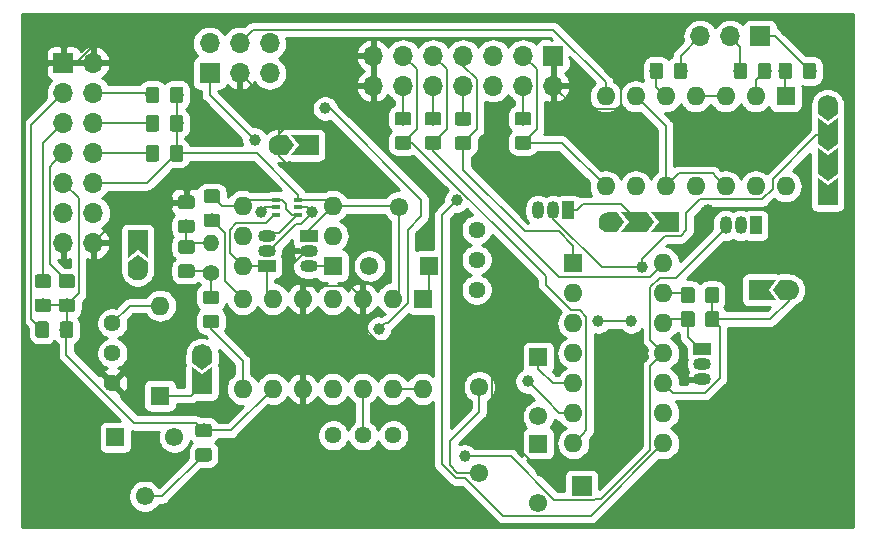
<source format=gbr>
G04 #@! TF.GenerationSoftware,KiCad,Pcbnew,5.1.2*
G04 #@! TF.CreationDate,2019-08-12T01:59:44+02:00*
G04 #@! TF.ProjectId,vco_mk1,76636f5f-6d6b-4312-9e6b-696361645f70,rev?*
G04 #@! TF.SameCoordinates,Original*
G04 #@! TF.FileFunction,Copper,L1,Top*
G04 #@! TF.FilePolarity,Positive*
%FSLAX46Y46*%
G04 Gerber Fmt 4.6, Leading zero omitted, Abs format (unit mm)*
G04 Created by KiCad (PCBNEW 5.1.2) date 2019-08-12 01:59:44*
%MOMM*%
%LPD*%
G04 APERTURE LIST*
%ADD10R,1.500000X1.050000*%
%ADD11O,1.500000X1.050000*%
%ADD12O,1.600000X1.600000*%
%ADD13R,1.600000X1.600000*%
%ADD14R,0.650000X0.400000*%
%ADD15C,1.440000*%
%ADD16C,0.150000*%
%ADD17C,1.150000*%
%ADD18O,1.700000X1.700000*%
%ADD19R,1.700000X1.700000*%
%ADD20C,1.550000*%
%ADD21R,1.550000X1.550000*%
%ADD22O,1.400000X1.400000*%
%ADD23C,1.400000*%
%ADD24R,1.050000X1.500000*%
%ADD25O,1.050000X1.500000*%
%ADD26C,1.700000*%
%ADD27C,1.000000*%
%ADD28C,0.200000*%
%ADD29C,0.254000*%
G04 APERTURE END LIST*
D10*
X196405500Y-149923500D03*
D11*
X196405500Y-152463500D03*
X196405500Y-151193500D03*
D12*
X157480000Y-142875000D03*
X165100000Y-137795000D03*
X157480000Y-140335000D03*
X165100000Y-140335000D03*
X157480000Y-137795000D03*
D13*
X165100000Y-142875000D03*
D14*
X160274000Y-138557000D03*
X160274000Y-137257000D03*
X162174000Y-137907000D03*
X160274000Y-137907000D03*
X162174000Y-137257000D03*
X162174000Y-138557000D03*
D11*
X163068000Y-141605000D03*
X163068000Y-142875000D03*
D10*
X163068000Y-140335000D03*
D11*
X159512000Y-141605000D03*
X159512000Y-140335000D03*
D10*
X159512000Y-142875000D03*
D15*
X177292000Y-139827000D03*
X177292000Y-142367000D03*
X177292000Y-144907000D03*
D16*
G36*
X152250505Y-132651204D02*
G01*
X152274773Y-132654804D01*
X152298572Y-132660765D01*
X152321671Y-132669030D01*
X152343850Y-132679520D01*
X152364893Y-132692132D01*
X152384599Y-132706747D01*
X152402777Y-132723223D01*
X152419253Y-132741401D01*
X152433868Y-132761107D01*
X152446480Y-132782150D01*
X152456970Y-132804329D01*
X152465235Y-132827428D01*
X152471196Y-132851227D01*
X152474796Y-132875495D01*
X152476000Y-132899999D01*
X152476000Y-133800001D01*
X152474796Y-133824505D01*
X152471196Y-133848773D01*
X152465235Y-133872572D01*
X152456970Y-133895671D01*
X152446480Y-133917850D01*
X152433868Y-133938893D01*
X152419253Y-133958599D01*
X152402777Y-133976777D01*
X152384599Y-133993253D01*
X152364893Y-134007868D01*
X152343850Y-134020480D01*
X152321671Y-134030970D01*
X152298572Y-134039235D01*
X152274773Y-134045196D01*
X152250505Y-134048796D01*
X152226001Y-134050000D01*
X151575999Y-134050000D01*
X151551495Y-134048796D01*
X151527227Y-134045196D01*
X151503428Y-134039235D01*
X151480329Y-134030970D01*
X151458150Y-134020480D01*
X151437107Y-134007868D01*
X151417401Y-133993253D01*
X151399223Y-133976777D01*
X151382747Y-133958599D01*
X151368132Y-133938893D01*
X151355520Y-133917850D01*
X151345030Y-133895671D01*
X151336765Y-133872572D01*
X151330804Y-133848773D01*
X151327204Y-133824505D01*
X151326000Y-133800001D01*
X151326000Y-132899999D01*
X151327204Y-132875495D01*
X151330804Y-132851227D01*
X151336765Y-132827428D01*
X151345030Y-132804329D01*
X151355520Y-132782150D01*
X151368132Y-132761107D01*
X151382747Y-132741401D01*
X151399223Y-132723223D01*
X151417401Y-132706747D01*
X151437107Y-132692132D01*
X151458150Y-132679520D01*
X151480329Y-132669030D01*
X151503428Y-132660765D01*
X151527227Y-132654804D01*
X151551495Y-132651204D01*
X151575999Y-132650000D01*
X152226001Y-132650000D01*
X152250505Y-132651204D01*
X152250505Y-132651204D01*
G37*
D17*
X151901000Y-133350000D03*
D16*
G36*
X150200505Y-132651204D02*
G01*
X150224773Y-132654804D01*
X150248572Y-132660765D01*
X150271671Y-132669030D01*
X150293850Y-132679520D01*
X150314893Y-132692132D01*
X150334599Y-132706747D01*
X150352777Y-132723223D01*
X150369253Y-132741401D01*
X150383868Y-132761107D01*
X150396480Y-132782150D01*
X150406970Y-132804329D01*
X150415235Y-132827428D01*
X150421196Y-132851227D01*
X150424796Y-132875495D01*
X150426000Y-132899999D01*
X150426000Y-133800001D01*
X150424796Y-133824505D01*
X150421196Y-133848773D01*
X150415235Y-133872572D01*
X150406970Y-133895671D01*
X150396480Y-133917850D01*
X150383868Y-133938893D01*
X150369253Y-133958599D01*
X150352777Y-133976777D01*
X150334599Y-133993253D01*
X150314893Y-134007868D01*
X150293850Y-134020480D01*
X150271671Y-134030970D01*
X150248572Y-134039235D01*
X150224773Y-134045196D01*
X150200505Y-134048796D01*
X150176001Y-134050000D01*
X149525999Y-134050000D01*
X149501495Y-134048796D01*
X149477227Y-134045196D01*
X149453428Y-134039235D01*
X149430329Y-134030970D01*
X149408150Y-134020480D01*
X149387107Y-134007868D01*
X149367401Y-133993253D01*
X149349223Y-133976777D01*
X149332747Y-133958599D01*
X149318132Y-133938893D01*
X149305520Y-133917850D01*
X149295030Y-133895671D01*
X149286765Y-133872572D01*
X149280804Y-133848773D01*
X149277204Y-133824505D01*
X149276000Y-133800001D01*
X149276000Y-132899999D01*
X149277204Y-132875495D01*
X149280804Y-132851227D01*
X149286765Y-132827428D01*
X149295030Y-132804329D01*
X149305520Y-132782150D01*
X149318132Y-132761107D01*
X149332747Y-132741401D01*
X149349223Y-132723223D01*
X149367401Y-132706747D01*
X149387107Y-132692132D01*
X149408150Y-132679520D01*
X149430329Y-132669030D01*
X149453428Y-132660765D01*
X149477227Y-132654804D01*
X149501495Y-132651204D01*
X149525999Y-132650000D01*
X150176001Y-132650000D01*
X150200505Y-132651204D01*
X150200505Y-132651204D01*
G37*
D17*
X149851000Y-133350000D03*
D16*
G36*
X152250505Y-130111204D02*
G01*
X152274773Y-130114804D01*
X152298572Y-130120765D01*
X152321671Y-130129030D01*
X152343850Y-130139520D01*
X152364893Y-130152132D01*
X152384599Y-130166747D01*
X152402777Y-130183223D01*
X152419253Y-130201401D01*
X152433868Y-130221107D01*
X152446480Y-130242150D01*
X152456970Y-130264329D01*
X152465235Y-130287428D01*
X152471196Y-130311227D01*
X152474796Y-130335495D01*
X152476000Y-130359999D01*
X152476000Y-131260001D01*
X152474796Y-131284505D01*
X152471196Y-131308773D01*
X152465235Y-131332572D01*
X152456970Y-131355671D01*
X152446480Y-131377850D01*
X152433868Y-131398893D01*
X152419253Y-131418599D01*
X152402777Y-131436777D01*
X152384599Y-131453253D01*
X152364893Y-131467868D01*
X152343850Y-131480480D01*
X152321671Y-131490970D01*
X152298572Y-131499235D01*
X152274773Y-131505196D01*
X152250505Y-131508796D01*
X152226001Y-131510000D01*
X151575999Y-131510000D01*
X151551495Y-131508796D01*
X151527227Y-131505196D01*
X151503428Y-131499235D01*
X151480329Y-131490970D01*
X151458150Y-131480480D01*
X151437107Y-131467868D01*
X151417401Y-131453253D01*
X151399223Y-131436777D01*
X151382747Y-131418599D01*
X151368132Y-131398893D01*
X151355520Y-131377850D01*
X151345030Y-131355671D01*
X151336765Y-131332572D01*
X151330804Y-131308773D01*
X151327204Y-131284505D01*
X151326000Y-131260001D01*
X151326000Y-130359999D01*
X151327204Y-130335495D01*
X151330804Y-130311227D01*
X151336765Y-130287428D01*
X151345030Y-130264329D01*
X151355520Y-130242150D01*
X151368132Y-130221107D01*
X151382747Y-130201401D01*
X151399223Y-130183223D01*
X151417401Y-130166747D01*
X151437107Y-130152132D01*
X151458150Y-130139520D01*
X151480329Y-130129030D01*
X151503428Y-130120765D01*
X151527227Y-130114804D01*
X151551495Y-130111204D01*
X151575999Y-130110000D01*
X152226001Y-130110000D01*
X152250505Y-130111204D01*
X152250505Y-130111204D01*
G37*
D17*
X151901000Y-130810000D03*
D16*
G36*
X150200505Y-130111204D02*
G01*
X150224773Y-130114804D01*
X150248572Y-130120765D01*
X150271671Y-130129030D01*
X150293850Y-130139520D01*
X150314893Y-130152132D01*
X150334599Y-130166747D01*
X150352777Y-130183223D01*
X150369253Y-130201401D01*
X150383868Y-130221107D01*
X150396480Y-130242150D01*
X150406970Y-130264329D01*
X150415235Y-130287428D01*
X150421196Y-130311227D01*
X150424796Y-130335495D01*
X150426000Y-130359999D01*
X150426000Y-131260001D01*
X150424796Y-131284505D01*
X150421196Y-131308773D01*
X150415235Y-131332572D01*
X150406970Y-131355671D01*
X150396480Y-131377850D01*
X150383868Y-131398893D01*
X150369253Y-131418599D01*
X150352777Y-131436777D01*
X150334599Y-131453253D01*
X150314893Y-131467868D01*
X150293850Y-131480480D01*
X150271671Y-131490970D01*
X150248572Y-131499235D01*
X150224773Y-131505196D01*
X150200505Y-131508796D01*
X150176001Y-131510000D01*
X149525999Y-131510000D01*
X149501495Y-131508796D01*
X149477227Y-131505196D01*
X149453428Y-131499235D01*
X149430329Y-131490970D01*
X149408150Y-131480480D01*
X149387107Y-131467868D01*
X149367401Y-131453253D01*
X149349223Y-131436777D01*
X149332747Y-131418599D01*
X149318132Y-131398893D01*
X149305520Y-131377850D01*
X149295030Y-131355671D01*
X149286765Y-131332572D01*
X149280804Y-131308773D01*
X149277204Y-131284505D01*
X149276000Y-131260001D01*
X149276000Y-130359999D01*
X149277204Y-130335495D01*
X149280804Y-130311227D01*
X149286765Y-130287428D01*
X149295030Y-130264329D01*
X149305520Y-130242150D01*
X149318132Y-130221107D01*
X149332747Y-130201401D01*
X149349223Y-130183223D01*
X149367401Y-130166747D01*
X149387107Y-130152132D01*
X149408150Y-130139520D01*
X149430329Y-130129030D01*
X149453428Y-130120765D01*
X149477227Y-130114804D01*
X149501495Y-130111204D01*
X149525999Y-130110000D01*
X150176001Y-130110000D01*
X150200505Y-130111204D01*
X150200505Y-130111204D01*
G37*
D17*
X149851000Y-130810000D03*
D16*
G36*
X152250505Y-127698204D02*
G01*
X152274773Y-127701804D01*
X152298572Y-127707765D01*
X152321671Y-127716030D01*
X152343850Y-127726520D01*
X152364893Y-127739132D01*
X152384599Y-127753747D01*
X152402777Y-127770223D01*
X152419253Y-127788401D01*
X152433868Y-127808107D01*
X152446480Y-127829150D01*
X152456970Y-127851329D01*
X152465235Y-127874428D01*
X152471196Y-127898227D01*
X152474796Y-127922495D01*
X152476000Y-127946999D01*
X152476000Y-128847001D01*
X152474796Y-128871505D01*
X152471196Y-128895773D01*
X152465235Y-128919572D01*
X152456970Y-128942671D01*
X152446480Y-128964850D01*
X152433868Y-128985893D01*
X152419253Y-129005599D01*
X152402777Y-129023777D01*
X152384599Y-129040253D01*
X152364893Y-129054868D01*
X152343850Y-129067480D01*
X152321671Y-129077970D01*
X152298572Y-129086235D01*
X152274773Y-129092196D01*
X152250505Y-129095796D01*
X152226001Y-129097000D01*
X151575999Y-129097000D01*
X151551495Y-129095796D01*
X151527227Y-129092196D01*
X151503428Y-129086235D01*
X151480329Y-129077970D01*
X151458150Y-129067480D01*
X151437107Y-129054868D01*
X151417401Y-129040253D01*
X151399223Y-129023777D01*
X151382747Y-129005599D01*
X151368132Y-128985893D01*
X151355520Y-128964850D01*
X151345030Y-128942671D01*
X151336765Y-128919572D01*
X151330804Y-128895773D01*
X151327204Y-128871505D01*
X151326000Y-128847001D01*
X151326000Y-127946999D01*
X151327204Y-127922495D01*
X151330804Y-127898227D01*
X151336765Y-127874428D01*
X151345030Y-127851329D01*
X151355520Y-127829150D01*
X151368132Y-127808107D01*
X151382747Y-127788401D01*
X151399223Y-127770223D01*
X151417401Y-127753747D01*
X151437107Y-127739132D01*
X151458150Y-127726520D01*
X151480329Y-127716030D01*
X151503428Y-127707765D01*
X151527227Y-127701804D01*
X151551495Y-127698204D01*
X151575999Y-127697000D01*
X152226001Y-127697000D01*
X152250505Y-127698204D01*
X152250505Y-127698204D01*
G37*
D17*
X151901000Y-128397000D03*
D16*
G36*
X150200505Y-127698204D02*
G01*
X150224773Y-127701804D01*
X150248572Y-127707765D01*
X150271671Y-127716030D01*
X150293850Y-127726520D01*
X150314893Y-127739132D01*
X150334599Y-127753747D01*
X150352777Y-127770223D01*
X150369253Y-127788401D01*
X150383868Y-127808107D01*
X150396480Y-127829150D01*
X150406970Y-127851329D01*
X150415235Y-127874428D01*
X150421196Y-127898227D01*
X150424796Y-127922495D01*
X150426000Y-127946999D01*
X150426000Y-128847001D01*
X150424796Y-128871505D01*
X150421196Y-128895773D01*
X150415235Y-128919572D01*
X150406970Y-128942671D01*
X150396480Y-128964850D01*
X150383868Y-128985893D01*
X150369253Y-129005599D01*
X150352777Y-129023777D01*
X150334599Y-129040253D01*
X150314893Y-129054868D01*
X150293850Y-129067480D01*
X150271671Y-129077970D01*
X150248572Y-129086235D01*
X150224773Y-129092196D01*
X150200505Y-129095796D01*
X150176001Y-129097000D01*
X149525999Y-129097000D01*
X149501495Y-129095796D01*
X149477227Y-129092196D01*
X149453428Y-129086235D01*
X149430329Y-129077970D01*
X149408150Y-129067480D01*
X149387107Y-129054868D01*
X149367401Y-129040253D01*
X149349223Y-129023777D01*
X149332747Y-129005599D01*
X149318132Y-128985893D01*
X149305520Y-128964850D01*
X149295030Y-128942671D01*
X149286765Y-128919572D01*
X149280804Y-128895773D01*
X149277204Y-128871505D01*
X149276000Y-128847001D01*
X149276000Y-127946999D01*
X149277204Y-127922495D01*
X149280804Y-127898227D01*
X149286765Y-127874428D01*
X149295030Y-127851329D01*
X149305520Y-127829150D01*
X149318132Y-127808107D01*
X149332747Y-127788401D01*
X149349223Y-127770223D01*
X149367401Y-127753747D01*
X149387107Y-127739132D01*
X149408150Y-127726520D01*
X149430329Y-127716030D01*
X149453428Y-127707765D01*
X149477227Y-127701804D01*
X149501495Y-127698204D01*
X149525999Y-127697000D01*
X150176001Y-127697000D01*
X150200505Y-127698204D01*
X150200505Y-127698204D01*
G37*
D17*
X149851000Y-128397000D03*
D18*
X168529000Y-127635000D03*
X168529000Y-125095000D03*
X171069000Y-127635000D03*
X171069000Y-125095000D03*
X173609000Y-127635000D03*
X173609000Y-125095000D03*
X176149000Y-127635000D03*
X176149000Y-125095000D03*
X178689000Y-127635000D03*
X178689000Y-125095000D03*
X181229000Y-127635000D03*
X181229000Y-125095000D03*
X183769000Y-127635000D03*
D19*
X183769000Y-125095000D03*
D18*
X144847000Y-140931000D03*
X142307000Y-140931000D03*
X144847000Y-138391000D03*
X142307000Y-138391000D03*
X144847000Y-135851000D03*
X142307000Y-135851000D03*
X144847000Y-133311000D03*
X142307000Y-133311000D03*
X144847000Y-130771000D03*
X142307000Y-130771000D03*
X144847000Y-128231000D03*
X142307000Y-128231000D03*
X144847000Y-125691000D03*
D19*
X142307000Y-125691000D03*
D18*
X159766000Y-124015500D03*
X159766000Y-126555500D03*
X157226000Y-124015500D03*
X157226000Y-126555500D03*
X154686000Y-124015500D03*
D19*
X154686000Y-126555500D03*
D16*
G36*
X174083505Y-129837204D02*
G01*
X174107773Y-129840804D01*
X174131572Y-129846765D01*
X174154671Y-129855030D01*
X174176850Y-129865520D01*
X174197893Y-129878132D01*
X174217599Y-129892747D01*
X174235777Y-129909223D01*
X174252253Y-129927401D01*
X174266868Y-129947107D01*
X174279480Y-129968150D01*
X174289970Y-129990329D01*
X174298235Y-130013428D01*
X174304196Y-130037227D01*
X174307796Y-130061495D01*
X174309000Y-130085999D01*
X174309000Y-130736001D01*
X174307796Y-130760505D01*
X174304196Y-130784773D01*
X174298235Y-130808572D01*
X174289970Y-130831671D01*
X174279480Y-130853850D01*
X174266868Y-130874893D01*
X174252253Y-130894599D01*
X174235777Y-130912777D01*
X174217599Y-130929253D01*
X174197893Y-130943868D01*
X174176850Y-130956480D01*
X174154671Y-130966970D01*
X174131572Y-130975235D01*
X174107773Y-130981196D01*
X174083505Y-130984796D01*
X174059001Y-130986000D01*
X173158999Y-130986000D01*
X173134495Y-130984796D01*
X173110227Y-130981196D01*
X173086428Y-130975235D01*
X173063329Y-130966970D01*
X173041150Y-130956480D01*
X173020107Y-130943868D01*
X173000401Y-130929253D01*
X172982223Y-130912777D01*
X172965747Y-130894599D01*
X172951132Y-130874893D01*
X172938520Y-130853850D01*
X172928030Y-130831671D01*
X172919765Y-130808572D01*
X172913804Y-130784773D01*
X172910204Y-130760505D01*
X172909000Y-130736001D01*
X172909000Y-130085999D01*
X172910204Y-130061495D01*
X172913804Y-130037227D01*
X172919765Y-130013428D01*
X172928030Y-129990329D01*
X172938520Y-129968150D01*
X172951132Y-129947107D01*
X172965747Y-129927401D01*
X172982223Y-129909223D01*
X173000401Y-129892747D01*
X173020107Y-129878132D01*
X173041150Y-129865520D01*
X173063329Y-129855030D01*
X173086428Y-129846765D01*
X173110227Y-129840804D01*
X173134495Y-129837204D01*
X173158999Y-129836000D01*
X174059001Y-129836000D01*
X174083505Y-129837204D01*
X174083505Y-129837204D01*
G37*
D17*
X173609000Y-130411000D03*
D16*
G36*
X174083505Y-131887204D02*
G01*
X174107773Y-131890804D01*
X174131572Y-131896765D01*
X174154671Y-131905030D01*
X174176850Y-131915520D01*
X174197893Y-131928132D01*
X174217599Y-131942747D01*
X174235777Y-131959223D01*
X174252253Y-131977401D01*
X174266868Y-131997107D01*
X174279480Y-132018150D01*
X174289970Y-132040329D01*
X174298235Y-132063428D01*
X174304196Y-132087227D01*
X174307796Y-132111495D01*
X174309000Y-132135999D01*
X174309000Y-132786001D01*
X174307796Y-132810505D01*
X174304196Y-132834773D01*
X174298235Y-132858572D01*
X174289970Y-132881671D01*
X174279480Y-132903850D01*
X174266868Y-132924893D01*
X174252253Y-132944599D01*
X174235777Y-132962777D01*
X174217599Y-132979253D01*
X174197893Y-132993868D01*
X174176850Y-133006480D01*
X174154671Y-133016970D01*
X174131572Y-133025235D01*
X174107773Y-133031196D01*
X174083505Y-133034796D01*
X174059001Y-133036000D01*
X173158999Y-133036000D01*
X173134495Y-133034796D01*
X173110227Y-133031196D01*
X173086428Y-133025235D01*
X173063329Y-133016970D01*
X173041150Y-133006480D01*
X173020107Y-132993868D01*
X173000401Y-132979253D01*
X172982223Y-132962777D01*
X172965747Y-132944599D01*
X172951132Y-132924893D01*
X172938520Y-132903850D01*
X172928030Y-132881671D01*
X172919765Y-132858572D01*
X172913804Y-132834773D01*
X172910204Y-132810505D01*
X172909000Y-132786001D01*
X172909000Y-132135999D01*
X172910204Y-132111495D01*
X172913804Y-132087227D01*
X172919765Y-132063428D01*
X172928030Y-132040329D01*
X172938520Y-132018150D01*
X172951132Y-131997107D01*
X172965747Y-131977401D01*
X172982223Y-131959223D01*
X173000401Y-131942747D01*
X173020107Y-131928132D01*
X173041150Y-131915520D01*
X173063329Y-131905030D01*
X173086428Y-131896765D01*
X173110227Y-131890804D01*
X173134495Y-131887204D01*
X173158999Y-131886000D01*
X174059001Y-131886000D01*
X174083505Y-131887204D01*
X174083505Y-131887204D01*
G37*
D17*
X173609000Y-132461000D03*
D16*
G36*
X171543505Y-129837204D02*
G01*
X171567773Y-129840804D01*
X171591572Y-129846765D01*
X171614671Y-129855030D01*
X171636850Y-129865520D01*
X171657893Y-129878132D01*
X171677599Y-129892747D01*
X171695777Y-129909223D01*
X171712253Y-129927401D01*
X171726868Y-129947107D01*
X171739480Y-129968150D01*
X171749970Y-129990329D01*
X171758235Y-130013428D01*
X171764196Y-130037227D01*
X171767796Y-130061495D01*
X171769000Y-130085999D01*
X171769000Y-130736001D01*
X171767796Y-130760505D01*
X171764196Y-130784773D01*
X171758235Y-130808572D01*
X171749970Y-130831671D01*
X171739480Y-130853850D01*
X171726868Y-130874893D01*
X171712253Y-130894599D01*
X171695777Y-130912777D01*
X171677599Y-130929253D01*
X171657893Y-130943868D01*
X171636850Y-130956480D01*
X171614671Y-130966970D01*
X171591572Y-130975235D01*
X171567773Y-130981196D01*
X171543505Y-130984796D01*
X171519001Y-130986000D01*
X170618999Y-130986000D01*
X170594495Y-130984796D01*
X170570227Y-130981196D01*
X170546428Y-130975235D01*
X170523329Y-130966970D01*
X170501150Y-130956480D01*
X170480107Y-130943868D01*
X170460401Y-130929253D01*
X170442223Y-130912777D01*
X170425747Y-130894599D01*
X170411132Y-130874893D01*
X170398520Y-130853850D01*
X170388030Y-130831671D01*
X170379765Y-130808572D01*
X170373804Y-130784773D01*
X170370204Y-130760505D01*
X170369000Y-130736001D01*
X170369000Y-130085999D01*
X170370204Y-130061495D01*
X170373804Y-130037227D01*
X170379765Y-130013428D01*
X170388030Y-129990329D01*
X170398520Y-129968150D01*
X170411132Y-129947107D01*
X170425747Y-129927401D01*
X170442223Y-129909223D01*
X170460401Y-129892747D01*
X170480107Y-129878132D01*
X170501150Y-129865520D01*
X170523329Y-129855030D01*
X170546428Y-129846765D01*
X170570227Y-129840804D01*
X170594495Y-129837204D01*
X170618999Y-129836000D01*
X171519001Y-129836000D01*
X171543505Y-129837204D01*
X171543505Y-129837204D01*
G37*
D17*
X171069000Y-130411000D03*
D16*
G36*
X171543505Y-131887204D02*
G01*
X171567773Y-131890804D01*
X171591572Y-131896765D01*
X171614671Y-131905030D01*
X171636850Y-131915520D01*
X171657893Y-131928132D01*
X171677599Y-131942747D01*
X171695777Y-131959223D01*
X171712253Y-131977401D01*
X171726868Y-131997107D01*
X171739480Y-132018150D01*
X171749970Y-132040329D01*
X171758235Y-132063428D01*
X171764196Y-132087227D01*
X171767796Y-132111495D01*
X171769000Y-132135999D01*
X171769000Y-132786001D01*
X171767796Y-132810505D01*
X171764196Y-132834773D01*
X171758235Y-132858572D01*
X171749970Y-132881671D01*
X171739480Y-132903850D01*
X171726868Y-132924893D01*
X171712253Y-132944599D01*
X171695777Y-132962777D01*
X171677599Y-132979253D01*
X171657893Y-132993868D01*
X171636850Y-133006480D01*
X171614671Y-133016970D01*
X171591572Y-133025235D01*
X171567773Y-133031196D01*
X171543505Y-133034796D01*
X171519001Y-133036000D01*
X170618999Y-133036000D01*
X170594495Y-133034796D01*
X170570227Y-133031196D01*
X170546428Y-133025235D01*
X170523329Y-133016970D01*
X170501150Y-133006480D01*
X170480107Y-132993868D01*
X170460401Y-132979253D01*
X170442223Y-132962777D01*
X170425747Y-132944599D01*
X170411132Y-132924893D01*
X170398520Y-132903850D01*
X170388030Y-132881671D01*
X170379765Y-132858572D01*
X170373804Y-132834773D01*
X170370204Y-132810505D01*
X170369000Y-132786001D01*
X170369000Y-132135999D01*
X170370204Y-132111495D01*
X170373804Y-132087227D01*
X170379765Y-132063428D01*
X170388030Y-132040329D01*
X170398520Y-132018150D01*
X170411132Y-131997107D01*
X170425747Y-131977401D01*
X170442223Y-131959223D01*
X170460401Y-131942747D01*
X170480107Y-131928132D01*
X170501150Y-131915520D01*
X170523329Y-131905030D01*
X170546428Y-131896765D01*
X170570227Y-131890804D01*
X170594495Y-131887204D01*
X170618999Y-131886000D01*
X171519001Y-131886000D01*
X171543505Y-131887204D01*
X171543505Y-131887204D01*
G37*
D17*
X171069000Y-132461000D03*
D16*
G36*
X176623505Y-129846204D02*
G01*
X176647773Y-129849804D01*
X176671572Y-129855765D01*
X176694671Y-129864030D01*
X176716850Y-129874520D01*
X176737893Y-129887132D01*
X176757599Y-129901747D01*
X176775777Y-129918223D01*
X176792253Y-129936401D01*
X176806868Y-129956107D01*
X176819480Y-129977150D01*
X176829970Y-129999329D01*
X176838235Y-130022428D01*
X176844196Y-130046227D01*
X176847796Y-130070495D01*
X176849000Y-130094999D01*
X176849000Y-130745001D01*
X176847796Y-130769505D01*
X176844196Y-130793773D01*
X176838235Y-130817572D01*
X176829970Y-130840671D01*
X176819480Y-130862850D01*
X176806868Y-130883893D01*
X176792253Y-130903599D01*
X176775777Y-130921777D01*
X176757599Y-130938253D01*
X176737893Y-130952868D01*
X176716850Y-130965480D01*
X176694671Y-130975970D01*
X176671572Y-130984235D01*
X176647773Y-130990196D01*
X176623505Y-130993796D01*
X176599001Y-130995000D01*
X175698999Y-130995000D01*
X175674495Y-130993796D01*
X175650227Y-130990196D01*
X175626428Y-130984235D01*
X175603329Y-130975970D01*
X175581150Y-130965480D01*
X175560107Y-130952868D01*
X175540401Y-130938253D01*
X175522223Y-130921777D01*
X175505747Y-130903599D01*
X175491132Y-130883893D01*
X175478520Y-130862850D01*
X175468030Y-130840671D01*
X175459765Y-130817572D01*
X175453804Y-130793773D01*
X175450204Y-130769505D01*
X175449000Y-130745001D01*
X175449000Y-130094999D01*
X175450204Y-130070495D01*
X175453804Y-130046227D01*
X175459765Y-130022428D01*
X175468030Y-129999329D01*
X175478520Y-129977150D01*
X175491132Y-129956107D01*
X175505747Y-129936401D01*
X175522223Y-129918223D01*
X175540401Y-129901747D01*
X175560107Y-129887132D01*
X175581150Y-129874520D01*
X175603329Y-129864030D01*
X175626428Y-129855765D01*
X175650227Y-129849804D01*
X175674495Y-129846204D01*
X175698999Y-129845000D01*
X176599001Y-129845000D01*
X176623505Y-129846204D01*
X176623505Y-129846204D01*
G37*
D17*
X176149000Y-130420000D03*
D16*
G36*
X176623505Y-131896204D02*
G01*
X176647773Y-131899804D01*
X176671572Y-131905765D01*
X176694671Y-131914030D01*
X176716850Y-131924520D01*
X176737893Y-131937132D01*
X176757599Y-131951747D01*
X176775777Y-131968223D01*
X176792253Y-131986401D01*
X176806868Y-132006107D01*
X176819480Y-132027150D01*
X176829970Y-132049329D01*
X176838235Y-132072428D01*
X176844196Y-132096227D01*
X176847796Y-132120495D01*
X176849000Y-132144999D01*
X176849000Y-132795001D01*
X176847796Y-132819505D01*
X176844196Y-132843773D01*
X176838235Y-132867572D01*
X176829970Y-132890671D01*
X176819480Y-132912850D01*
X176806868Y-132933893D01*
X176792253Y-132953599D01*
X176775777Y-132971777D01*
X176757599Y-132988253D01*
X176737893Y-133002868D01*
X176716850Y-133015480D01*
X176694671Y-133025970D01*
X176671572Y-133034235D01*
X176647773Y-133040196D01*
X176623505Y-133043796D01*
X176599001Y-133045000D01*
X175698999Y-133045000D01*
X175674495Y-133043796D01*
X175650227Y-133040196D01*
X175626428Y-133034235D01*
X175603329Y-133025970D01*
X175581150Y-133015480D01*
X175560107Y-133002868D01*
X175540401Y-132988253D01*
X175522223Y-132971777D01*
X175505747Y-132953599D01*
X175491132Y-132933893D01*
X175478520Y-132912850D01*
X175468030Y-132890671D01*
X175459765Y-132867572D01*
X175453804Y-132843773D01*
X175450204Y-132819505D01*
X175449000Y-132795001D01*
X175449000Y-132144999D01*
X175450204Y-132120495D01*
X175453804Y-132096227D01*
X175459765Y-132072428D01*
X175468030Y-132049329D01*
X175478520Y-132027150D01*
X175491132Y-132006107D01*
X175505747Y-131986401D01*
X175522223Y-131968223D01*
X175540401Y-131951747D01*
X175560107Y-131937132D01*
X175581150Y-131924520D01*
X175603329Y-131914030D01*
X175626428Y-131905765D01*
X175650227Y-131899804D01*
X175674495Y-131896204D01*
X175698999Y-131895000D01*
X176599001Y-131895000D01*
X176623505Y-131896204D01*
X176623505Y-131896204D01*
G37*
D17*
X176149000Y-132470000D03*
D16*
G36*
X181703505Y-129837204D02*
G01*
X181727773Y-129840804D01*
X181751572Y-129846765D01*
X181774671Y-129855030D01*
X181796850Y-129865520D01*
X181817893Y-129878132D01*
X181837599Y-129892747D01*
X181855777Y-129909223D01*
X181872253Y-129927401D01*
X181886868Y-129947107D01*
X181899480Y-129968150D01*
X181909970Y-129990329D01*
X181918235Y-130013428D01*
X181924196Y-130037227D01*
X181927796Y-130061495D01*
X181929000Y-130085999D01*
X181929000Y-130736001D01*
X181927796Y-130760505D01*
X181924196Y-130784773D01*
X181918235Y-130808572D01*
X181909970Y-130831671D01*
X181899480Y-130853850D01*
X181886868Y-130874893D01*
X181872253Y-130894599D01*
X181855777Y-130912777D01*
X181837599Y-130929253D01*
X181817893Y-130943868D01*
X181796850Y-130956480D01*
X181774671Y-130966970D01*
X181751572Y-130975235D01*
X181727773Y-130981196D01*
X181703505Y-130984796D01*
X181679001Y-130986000D01*
X180778999Y-130986000D01*
X180754495Y-130984796D01*
X180730227Y-130981196D01*
X180706428Y-130975235D01*
X180683329Y-130966970D01*
X180661150Y-130956480D01*
X180640107Y-130943868D01*
X180620401Y-130929253D01*
X180602223Y-130912777D01*
X180585747Y-130894599D01*
X180571132Y-130874893D01*
X180558520Y-130853850D01*
X180548030Y-130831671D01*
X180539765Y-130808572D01*
X180533804Y-130784773D01*
X180530204Y-130760505D01*
X180529000Y-130736001D01*
X180529000Y-130085999D01*
X180530204Y-130061495D01*
X180533804Y-130037227D01*
X180539765Y-130013428D01*
X180548030Y-129990329D01*
X180558520Y-129968150D01*
X180571132Y-129947107D01*
X180585747Y-129927401D01*
X180602223Y-129909223D01*
X180620401Y-129892747D01*
X180640107Y-129878132D01*
X180661150Y-129865520D01*
X180683329Y-129855030D01*
X180706428Y-129846765D01*
X180730227Y-129840804D01*
X180754495Y-129837204D01*
X180778999Y-129836000D01*
X181679001Y-129836000D01*
X181703505Y-129837204D01*
X181703505Y-129837204D01*
G37*
D17*
X181229000Y-130411000D03*
D16*
G36*
X181703505Y-131887204D02*
G01*
X181727773Y-131890804D01*
X181751572Y-131896765D01*
X181774671Y-131905030D01*
X181796850Y-131915520D01*
X181817893Y-131928132D01*
X181837599Y-131942747D01*
X181855777Y-131959223D01*
X181872253Y-131977401D01*
X181886868Y-131997107D01*
X181899480Y-132018150D01*
X181909970Y-132040329D01*
X181918235Y-132063428D01*
X181924196Y-132087227D01*
X181927796Y-132111495D01*
X181929000Y-132135999D01*
X181929000Y-132786001D01*
X181927796Y-132810505D01*
X181924196Y-132834773D01*
X181918235Y-132858572D01*
X181909970Y-132881671D01*
X181899480Y-132903850D01*
X181886868Y-132924893D01*
X181872253Y-132944599D01*
X181855777Y-132962777D01*
X181837599Y-132979253D01*
X181817893Y-132993868D01*
X181796850Y-133006480D01*
X181774671Y-133016970D01*
X181751572Y-133025235D01*
X181727773Y-133031196D01*
X181703505Y-133034796D01*
X181679001Y-133036000D01*
X180778999Y-133036000D01*
X180754495Y-133034796D01*
X180730227Y-133031196D01*
X180706428Y-133025235D01*
X180683329Y-133016970D01*
X180661150Y-133006480D01*
X180640107Y-132993868D01*
X180620401Y-132979253D01*
X180602223Y-132962777D01*
X180585747Y-132944599D01*
X180571132Y-132924893D01*
X180558520Y-132903850D01*
X180548030Y-132881671D01*
X180539765Y-132858572D01*
X180533804Y-132834773D01*
X180530204Y-132810505D01*
X180529000Y-132786001D01*
X180529000Y-132135999D01*
X180530204Y-132111495D01*
X180533804Y-132087227D01*
X180539765Y-132063428D01*
X180548030Y-132040329D01*
X180558520Y-132018150D01*
X180571132Y-131997107D01*
X180585747Y-131977401D01*
X180602223Y-131959223D01*
X180620401Y-131942747D01*
X180640107Y-131928132D01*
X180661150Y-131915520D01*
X180683329Y-131905030D01*
X180706428Y-131896765D01*
X180730227Y-131890804D01*
X180754495Y-131887204D01*
X180778999Y-131886000D01*
X181679001Y-131886000D01*
X181703505Y-131887204D01*
X181703505Y-131887204D01*
G37*
D17*
X181229000Y-132461000D03*
D12*
X203454000Y-136144000D03*
X188214000Y-128524000D03*
X200914000Y-136144000D03*
X190754000Y-128524000D03*
X198374000Y-136144000D03*
X193294000Y-128524000D03*
X195834000Y-136144000D03*
X195834000Y-128524000D03*
X193294000Y-136144000D03*
X198374000Y-128524000D03*
X190754000Y-136144000D03*
X200914000Y-128524000D03*
X188214000Y-136144000D03*
D13*
X203454000Y-128524000D03*
D12*
X193116200Y-142646400D03*
X185496200Y-157886400D03*
X193116200Y-145186400D03*
X185496200Y-155346400D03*
X193116200Y-147726400D03*
X185496200Y-152806400D03*
X193116200Y-150266400D03*
X185496200Y-150266400D03*
X193116200Y-152806400D03*
X185496200Y-147726400D03*
X193116200Y-155346400D03*
X185496200Y-145186400D03*
X193116200Y-157886400D03*
D13*
X185496200Y-142646400D03*
D12*
X172720000Y-153289000D03*
X157480000Y-145669000D03*
X170180000Y-153289000D03*
X160020000Y-145669000D03*
X167640000Y-153289000D03*
X162560000Y-145669000D03*
X165100000Y-153289000D03*
X165100000Y-145669000D03*
X162560000Y-153289000D03*
X167640000Y-145669000D03*
X160020000Y-153289000D03*
X170180000Y-145669000D03*
X157480000Y-153289000D03*
D13*
X172720000Y-145669000D03*
D20*
X149210400Y-162378400D03*
D21*
X146710400Y-157378400D03*
D20*
X151710400Y-157378400D03*
D16*
G36*
X194913505Y-125666204D02*
G01*
X194937773Y-125669804D01*
X194961572Y-125675765D01*
X194984671Y-125684030D01*
X195006850Y-125694520D01*
X195027893Y-125707132D01*
X195047599Y-125721747D01*
X195065777Y-125738223D01*
X195082253Y-125756401D01*
X195096868Y-125776107D01*
X195109480Y-125797150D01*
X195119970Y-125819329D01*
X195128235Y-125842428D01*
X195134196Y-125866227D01*
X195137796Y-125890495D01*
X195139000Y-125914999D01*
X195139000Y-126815001D01*
X195137796Y-126839505D01*
X195134196Y-126863773D01*
X195128235Y-126887572D01*
X195119970Y-126910671D01*
X195109480Y-126932850D01*
X195096868Y-126953893D01*
X195082253Y-126973599D01*
X195065777Y-126991777D01*
X195047599Y-127008253D01*
X195027893Y-127022868D01*
X195006850Y-127035480D01*
X194984671Y-127045970D01*
X194961572Y-127054235D01*
X194937773Y-127060196D01*
X194913505Y-127063796D01*
X194889001Y-127065000D01*
X194238999Y-127065000D01*
X194214495Y-127063796D01*
X194190227Y-127060196D01*
X194166428Y-127054235D01*
X194143329Y-127045970D01*
X194121150Y-127035480D01*
X194100107Y-127022868D01*
X194080401Y-127008253D01*
X194062223Y-126991777D01*
X194045747Y-126973599D01*
X194031132Y-126953893D01*
X194018520Y-126932850D01*
X194008030Y-126910671D01*
X193999765Y-126887572D01*
X193993804Y-126863773D01*
X193990204Y-126839505D01*
X193989000Y-126815001D01*
X193989000Y-125914999D01*
X193990204Y-125890495D01*
X193993804Y-125866227D01*
X193999765Y-125842428D01*
X194008030Y-125819329D01*
X194018520Y-125797150D01*
X194031132Y-125776107D01*
X194045747Y-125756401D01*
X194062223Y-125738223D01*
X194080401Y-125721747D01*
X194100107Y-125707132D01*
X194121150Y-125694520D01*
X194143329Y-125684030D01*
X194166428Y-125675765D01*
X194190227Y-125669804D01*
X194214495Y-125666204D01*
X194238999Y-125665000D01*
X194889001Y-125665000D01*
X194913505Y-125666204D01*
X194913505Y-125666204D01*
G37*
D17*
X194564000Y-126365000D03*
D16*
G36*
X192863505Y-125666204D02*
G01*
X192887773Y-125669804D01*
X192911572Y-125675765D01*
X192934671Y-125684030D01*
X192956850Y-125694520D01*
X192977893Y-125707132D01*
X192997599Y-125721747D01*
X193015777Y-125738223D01*
X193032253Y-125756401D01*
X193046868Y-125776107D01*
X193059480Y-125797150D01*
X193069970Y-125819329D01*
X193078235Y-125842428D01*
X193084196Y-125866227D01*
X193087796Y-125890495D01*
X193089000Y-125914999D01*
X193089000Y-126815001D01*
X193087796Y-126839505D01*
X193084196Y-126863773D01*
X193078235Y-126887572D01*
X193069970Y-126910671D01*
X193059480Y-126932850D01*
X193046868Y-126953893D01*
X193032253Y-126973599D01*
X193015777Y-126991777D01*
X192997599Y-127008253D01*
X192977893Y-127022868D01*
X192956850Y-127035480D01*
X192934671Y-127045970D01*
X192911572Y-127054235D01*
X192887773Y-127060196D01*
X192863505Y-127063796D01*
X192839001Y-127065000D01*
X192188999Y-127065000D01*
X192164495Y-127063796D01*
X192140227Y-127060196D01*
X192116428Y-127054235D01*
X192093329Y-127045970D01*
X192071150Y-127035480D01*
X192050107Y-127022868D01*
X192030401Y-127008253D01*
X192012223Y-126991777D01*
X191995747Y-126973599D01*
X191981132Y-126953893D01*
X191968520Y-126932850D01*
X191958030Y-126910671D01*
X191949765Y-126887572D01*
X191943804Y-126863773D01*
X191940204Y-126839505D01*
X191939000Y-126815001D01*
X191939000Y-125914999D01*
X191940204Y-125890495D01*
X191943804Y-125866227D01*
X191949765Y-125842428D01*
X191958030Y-125819329D01*
X191968520Y-125797150D01*
X191981132Y-125776107D01*
X191995747Y-125756401D01*
X192012223Y-125738223D01*
X192030401Y-125721747D01*
X192050107Y-125707132D01*
X192071150Y-125694520D01*
X192093329Y-125684030D01*
X192116428Y-125675765D01*
X192140227Y-125669804D01*
X192164495Y-125666204D01*
X192188999Y-125665000D01*
X192839001Y-125665000D01*
X192863505Y-125666204D01*
X192863505Y-125666204D01*
G37*
D17*
X192514000Y-126365000D03*
D16*
G36*
X202025505Y-125666204D02*
G01*
X202049773Y-125669804D01*
X202073572Y-125675765D01*
X202096671Y-125684030D01*
X202118850Y-125694520D01*
X202139893Y-125707132D01*
X202159599Y-125721747D01*
X202177777Y-125738223D01*
X202194253Y-125756401D01*
X202208868Y-125776107D01*
X202221480Y-125797150D01*
X202231970Y-125819329D01*
X202240235Y-125842428D01*
X202246196Y-125866227D01*
X202249796Y-125890495D01*
X202251000Y-125914999D01*
X202251000Y-126815001D01*
X202249796Y-126839505D01*
X202246196Y-126863773D01*
X202240235Y-126887572D01*
X202231970Y-126910671D01*
X202221480Y-126932850D01*
X202208868Y-126953893D01*
X202194253Y-126973599D01*
X202177777Y-126991777D01*
X202159599Y-127008253D01*
X202139893Y-127022868D01*
X202118850Y-127035480D01*
X202096671Y-127045970D01*
X202073572Y-127054235D01*
X202049773Y-127060196D01*
X202025505Y-127063796D01*
X202001001Y-127065000D01*
X201350999Y-127065000D01*
X201326495Y-127063796D01*
X201302227Y-127060196D01*
X201278428Y-127054235D01*
X201255329Y-127045970D01*
X201233150Y-127035480D01*
X201212107Y-127022868D01*
X201192401Y-127008253D01*
X201174223Y-126991777D01*
X201157747Y-126973599D01*
X201143132Y-126953893D01*
X201130520Y-126932850D01*
X201120030Y-126910671D01*
X201111765Y-126887572D01*
X201105804Y-126863773D01*
X201102204Y-126839505D01*
X201101000Y-126815001D01*
X201101000Y-125914999D01*
X201102204Y-125890495D01*
X201105804Y-125866227D01*
X201111765Y-125842428D01*
X201120030Y-125819329D01*
X201130520Y-125797150D01*
X201143132Y-125776107D01*
X201157747Y-125756401D01*
X201174223Y-125738223D01*
X201192401Y-125721747D01*
X201212107Y-125707132D01*
X201233150Y-125694520D01*
X201255329Y-125684030D01*
X201278428Y-125675765D01*
X201302227Y-125669804D01*
X201326495Y-125666204D01*
X201350999Y-125665000D01*
X202001001Y-125665000D01*
X202025505Y-125666204D01*
X202025505Y-125666204D01*
G37*
D17*
X201676000Y-126365000D03*
D16*
G36*
X199975505Y-125666204D02*
G01*
X199999773Y-125669804D01*
X200023572Y-125675765D01*
X200046671Y-125684030D01*
X200068850Y-125694520D01*
X200089893Y-125707132D01*
X200109599Y-125721747D01*
X200127777Y-125738223D01*
X200144253Y-125756401D01*
X200158868Y-125776107D01*
X200171480Y-125797150D01*
X200181970Y-125819329D01*
X200190235Y-125842428D01*
X200196196Y-125866227D01*
X200199796Y-125890495D01*
X200201000Y-125914999D01*
X200201000Y-126815001D01*
X200199796Y-126839505D01*
X200196196Y-126863773D01*
X200190235Y-126887572D01*
X200181970Y-126910671D01*
X200171480Y-126932850D01*
X200158868Y-126953893D01*
X200144253Y-126973599D01*
X200127777Y-126991777D01*
X200109599Y-127008253D01*
X200089893Y-127022868D01*
X200068850Y-127035480D01*
X200046671Y-127045970D01*
X200023572Y-127054235D01*
X199999773Y-127060196D01*
X199975505Y-127063796D01*
X199951001Y-127065000D01*
X199300999Y-127065000D01*
X199276495Y-127063796D01*
X199252227Y-127060196D01*
X199228428Y-127054235D01*
X199205329Y-127045970D01*
X199183150Y-127035480D01*
X199162107Y-127022868D01*
X199142401Y-127008253D01*
X199124223Y-126991777D01*
X199107747Y-126973599D01*
X199093132Y-126953893D01*
X199080520Y-126932850D01*
X199070030Y-126910671D01*
X199061765Y-126887572D01*
X199055804Y-126863773D01*
X199052204Y-126839505D01*
X199051000Y-126815001D01*
X199051000Y-125914999D01*
X199052204Y-125890495D01*
X199055804Y-125866227D01*
X199061765Y-125842428D01*
X199070030Y-125819329D01*
X199080520Y-125797150D01*
X199093132Y-125776107D01*
X199107747Y-125756401D01*
X199124223Y-125738223D01*
X199142401Y-125721747D01*
X199162107Y-125707132D01*
X199183150Y-125694520D01*
X199205329Y-125684030D01*
X199228428Y-125675765D01*
X199252227Y-125669804D01*
X199276495Y-125666204D01*
X199300999Y-125665000D01*
X199951001Y-125665000D01*
X199975505Y-125666204D01*
X199975505Y-125666204D01*
G37*
D17*
X199626000Y-126365000D03*
D16*
G36*
X205835505Y-125666204D02*
G01*
X205859773Y-125669804D01*
X205883572Y-125675765D01*
X205906671Y-125684030D01*
X205928850Y-125694520D01*
X205949893Y-125707132D01*
X205969599Y-125721747D01*
X205987777Y-125738223D01*
X206004253Y-125756401D01*
X206018868Y-125776107D01*
X206031480Y-125797150D01*
X206041970Y-125819329D01*
X206050235Y-125842428D01*
X206056196Y-125866227D01*
X206059796Y-125890495D01*
X206061000Y-125914999D01*
X206061000Y-126815001D01*
X206059796Y-126839505D01*
X206056196Y-126863773D01*
X206050235Y-126887572D01*
X206041970Y-126910671D01*
X206031480Y-126932850D01*
X206018868Y-126953893D01*
X206004253Y-126973599D01*
X205987777Y-126991777D01*
X205969599Y-127008253D01*
X205949893Y-127022868D01*
X205928850Y-127035480D01*
X205906671Y-127045970D01*
X205883572Y-127054235D01*
X205859773Y-127060196D01*
X205835505Y-127063796D01*
X205811001Y-127065000D01*
X205160999Y-127065000D01*
X205136495Y-127063796D01*
X205112227Y-127060196D01*
X205088428Y-127054235D01*
X205065329Y-127045970D01*
X205043150Y-127035480D01*
X205022107Y-127022868D01*
X205002401Y-127008253D01*
X204984223Y-126991777D01*
X204967747Y-126973599D01*
X204953132Y-126953893D01*
X204940520Y-126932850D01*
X204930030Y-126910671D01*
X204921765Y-126887572D01*
X204915804Y-126863773D01*
X204912204Y-126839505D01*
X204911000Y-126815001D01*
X204911000Y-125914999D01*
X204912204Y-125890495D01*
X204915804Y-125866227D01*
X204921765Y-125842428D01*
X204930030Y-125819329D01*
X204940520Y-125797150D01*
X204953132Y-125776107D01*
X204967747Y-125756401D01*
X204984223Y-125738223D01*
X205002401Y-125721747D01*
X205022107Y-125707132D01*
X205043150Y-125694520D01*
X205065329Y-125684030D01*
X205088428Y-125675765D01*
X205112227Y-125669804D01*
X205136495Y-125666204D01*
X205160999Y-125665000D01*
X205811001Y-125665000D01*
X205835505Y-125666204D01*
X205835505Y-125666204D01*
G37*
D17*
X205486000Y-126365000D03*
D16*
G36*
X203785505Y-125666204D02*
G01*
X203809773Y-125669804D01*
X203833572Y-125675765D01*
X203856671Y-125684030D01*
X203878850Y-125694520D01*
X203899893Y-125707132D01*
X203919599Y-125721747D01*
X203937777Y-125738223D01*
X203954253Y-125756401D01*
X203968868Y-125776107D01*
X203981480Y-125797150D01*
X203991970Y-125819329D01*
X204000235Y-125842428D01*
X204006196Y-125866227D01*
X204009796Y-125890495D01*
X204011000Y-125914999D01*
X204011000Y-126815001D01*
X204009796Y-126839505D01*
X204006196Y-126863773D01*
X204000235Y-126887572D01*
X203991970Y-126910671D01*
X203981480Y-126932850D01*
X203968868Y-126953893D01*
X203954253Y-126973599D01*
X203937777Y-126991777D01*
X203919599Y-127008253D01*
X203899893Y-127022868D01*
X203878850Y-127035480D01*
X203856671Y-127045970D01*
X203833572Y-127054235D01*
X203809773Y-127060196D01*
X203785505Y-127063796D01*
X203761001Y-127065000D01*
X203110999Y-127065000D01*
X203086495Y-127063796D01*
X203062227Y-127060196D01*
X203038428Y-127054235D01*
X203015329Y-127045970D01*
X202993150Y-127035480D01*
X202972107Y-127022868D01*
X202952401Y-127008253D01*
X202934223Y-126991777D01*
X202917747Y-126973599D01*
X202903132Y-126953893D01*
X202890520Y-126932850D01*
X202880030Y-126910671D01*
X202871765Y-126887572D01*
X202865804Y-126863773D01*
X202862204Y-126839505D01*
X202861000Y-126815001D01*
X202861000Y-125914999D01*
X202862204Y-125890495D01*
X202865804Y-125866227D01*
X202871765Y-125842428D01*
X202880030Y-125819329D01*
X202890520Y-125797150D01*
X202903132Y-125776107D01*
X202917747Y-125756401D01*
X202934223Y-125738223D01*
X202952401Y-125721747D01*
X202972107Y-125707132D01*
X202993150Y-125694520D01*
X203015329Y-125684030D01*
X203038428Y-125675765D01*
X203062227Y-125669804D01*
X203086495Y-125666204D01*
X203110999Y-125665000D01*
X203761001Y-125665000D01*
X203785505Y-125666204D01*
X203785505Y-125666204D01*
G37*
D17*
X203436000Y-126365000D03*
D16*
G36*
X197589505Y-146684704D02*
G01*
X197613773Y-146688304D01*
X197637572Y-146694265D01*
X197660671Y-146702530D01*
X197682850Y-146713020D01*
X197703893Y-146725632D01*
X197723599Y-146740247D01*
X197741777Y-146756723D01*
X197758253Y-146774901D01*
X197772868Y-146794607D01*
X197785480Y-146815650D01*
X197795970Y-146837829D01*
X197804235Y-146860928D01*
X197810196Y-146884727D01*
X197813796Y-146908995D01*
X197815000Y-146933499D01*
X197815000Y-147833501D01*
X197813796Y-147858005D01*
X197810196Y-147882273D01*
X197804235Y-147906072D01*
X197795970Y-147929171D01*
X197785480Y-147951350D01*
X197772868Y-147972393D01*
X197758253Y-147992099D01*
X197741777Y-148010277D01*
X197723599Y-148026753D01*
X197703893Y-148041368D01*
X197682850Y-148053980D01*
X197660671Y-148064470D01*
X197637572Y-148072735D01*
X197613773Y-148078696D01*
X197589505Y-148082296D01*
X197565001Y-148083500D01*
X196914999Y-148083500D01*
X196890495Y-148082296D01*
X196866227Y-148078696D01*
X196842428Y-148072735D01*
X196819329Y-148064470D01*
X196797150Y-148053980D01*
X196776107Y-148041368D01*
X196756401Y-148026753D01*
X196738223Y-148010277D01*
X196721747Y-147992099D01*
X196707132Y-147972393D01*
X196694520Y-147951350D01*
X196684030Y-147929171D01*
X196675765Y-147906072D01*
X196669804Y-147882273D01*
X196666204Y-147858005D01*
X196665000Y-147833501D01*
X196665000Y-146933499D01*
X196666204Y-146908995D01*
X196669804Y-146884727D01*
X196675765Y-146860928D01*
X196684030Y-146837829D01*
X196694520Y-146815650D01*
X196707132Y-146794607D01*
X196721747Y-146774901D01*
X196738223Y-146756723D01*
X196756401Y-146740247D01*
X196776107Y-146725632D01*
X196797150Y-146713020D01*
X196819329Y-146702530D01*
X196842428Y-146694265D01*
X196866227Y-146688304D01*
X196890495Y-146684704D01*
X196914999Y-146683500D01*
X197565001Y-146683500D01*
X197589505Y-146684704D01*
X197589505Y-146684704D01*
G37*
D17*
X197240000Y-147383500D03*
D16*
G36*
X195539505Y-146684704D02*
G01*
X195563773Y-146688304D01*
X195587572Y-146694265D01*
X195610671Y-146702530D01*
X195632850Y-146713020D01*
X195653893Y-146725632D01*
X195673599Y-146740247D01*
X195691777Y-146756723D01*
X195708253Y-146774901D01*
X195722868Y-146794607D01*
X195735480Y-146815650D01*
X195745970Y-146837829D01*
X195754235Y-146860928D01*
X195760196Y-146884727D01*
X195763796Y-146908995D01*
X195765000Y-146933499D01*
X195765000Y-147833501D01*
X195763796Y-147858005D01*
X195760196Y-147882273D01*
X195754235Y-147906072D01*
X195745970Y-147929171D01*
X195735480Y-147951350D01*
X195722868Y-147972393D01*
X195708253Y-147992099D01*
X195691777Y-148010277D01*
X195673599Y-148026753D01*
X195653893Y-148041368D01*
X195632850Y-148053980D01*
X195610671Y-148064470D01*
X195587572Y-148072735D01*
X195563773Y-148078696D01*
X195539505Y-148082296D01*
X195515001Y-148083500D01*
X194864999Y-148083500D01*
X194840495Y-148082296D01*
X194816227Y-148078696D01*
X194792428Y-148072735D01*
X194769329Y-148064470D01*
X194747150Y-148053980D01*
X194726107Y-148041368D01*
X194706401Y-148026753D01*
X194688223Y-148010277D01*
X194671747Y-147992099D01*
X194657132Y-147972393D01*
X194644520Y-147951350D01*
X194634030Y-147929171D01*
X194625765Y-147906072D01*
X194619804Y-147882273D01*
X194616204Y-147858005D01*
X194615000Y-147833501D01*
X194615000Y-146933499D01*
X194616204Y-146908995D01*
X194619804Y-146884727D01*
X194625765Y-146860928D01*
X194634030Y-146837829D01*
X194644520Y-146815650D01*
X194657132Y-146794607D01*
X194671747Y-146774901D01*
X194688223Y-146756723D01*
X194706401Y-146740247D01*
X194726107Y-146725632D01*
X194747150Y-146713020D01*
X194769329Y-146702530D01*
X194792428Y-146694265D01*
X194816227Y-146688304D01*
X194840495Y-146684704D01*
X194864999Y-146683500D01*
X195515001Y-146683500D01*
X195539505Y-146684704D01*
X195539505Y-146684704D01*
G37*
D17*
X195190000Y-147383500D03*
D16*
G36*
X195539505Y-144652704D02*
G01*
X195563773Y-144656304D01*
X195587572Y-144662265D01*
X195610671Y-144670530D01*
X195632850Y-144681020D01*
X195653893Y-144693632D01*
X195673599Y-144708247D01*
X195691777Y-144724723D01*
X195708253Y-144742901D01*
X195722868Y-144762607D01*
X195735480Y-144783650D01*
X195745970Y-144805829D01*
X195754235Y-144828928D01*
X195760196Y-144852727D01*
X195763796Y-144876995D01*
X195765000Y-144901499D01*
X195765000Y-145801501D01*
X195763796Y-145826005D01*
X195760196Y-145850273D01*
X195754235Y-145874072D01*
X195745970Y-145897171D01*
X195735480Y-145919350D01*
X195722868Y-145940393D01*
X195708253Y-145960099D01*
X195691777Y-145978277D01*
X195673599Y-145994753D01*
X195653893Y-146009368D01*
X195632850Y-146021980D01*
X195610671Y-146032470D01*
X195587572Y-146040735D01*
X195563773Y-146046696D01*
X195539505Y-146050296D01*
X195515001Y-146051500D01*
X194864999Y-146051500D01*
X194840495Y-146050296D01*
X194816227Y-146046696D01*
X194792428Y-146040735D01*
X194769329Y-146032470D01*
X194747150Y-146021980D01*
X194726107Y-146009368D01*
X194706401Y-145994753D01*
X194688223Y-145978277D01*
X194671747Y-145960099D01*
X194657132Y-145940393D01*
X194644520Y-145919350D01*
X194634030Y-145897171D01*
X194625765Y-145874072D01*
X194619804Y-145850273D01*
X194616204Y-145826005D01*
X194615000Y-145801501D01*
X194615000Y-144901499D01*
X194616204Y-144876995D01*
X194619804Y-144852727D01*
X194625765Y-144828928D01*
X194634030Y-144805829D01*
X194644520Y-144783650D01*
X194657132Y-144762607D01*
X194671747Y-144742901D01*
X194688223Y-144724723D01*
X194706401Y-144708247D01*
X194726107Y-144693632D01*
X194747150Y-144681020D01*
X194769329Y-144670530D01*
X194792428Y-144662265D01*
X194816227Y-144656304D01*
X194840495Y-144652704D01*
X194864999Y-144651500D01*
X195515001Y-144651500D01*
X195539505Y-144652704D01*
X195539505Y-144652704D01*
G37*
D17*
X195190000Y-145351500D03*
D16*
G36*
X197589505Y-144652704D02*
G01*
X197613773Y-144656304D01*
X197637572Y-144662265D01*
X197660671Y-144670530D01*
X197682850Y-144681020D01*
X197703893Y-144693632D01*
X197723599Y-144708247D01*
X197741777Y-144724723D01*
X197758253Y-144742901D01*
X197772868Y-144762607D01*
X197785480Y-144783650D01*
X197795970Y-144805829D01*
X197804235Y-144828928D01*
X197810196Y-144852727D01*
X197813796Y-144876995D01*
X197815000Y-144901499D01*
X197815000Y-145801501D01*
X197813796Y-145826005D01*
X197810196Y-145850273D01*
X197804235Y-145874072D01*
X197795970Y-145897171D01*
X197785480Y-145919350D01*
X197772868Y-145940393D01*
X197758253Y-145960099D01*
X197741777Y-145978277D01*
X197723599Y-145994753D01*
X197703893Y-146009368D01*
X197682850Y-146021980D01*
X197660671Y-146032470D01*
X197637572Y-146040735D01*
X197613773Y-146046696D01*
X197589505Y-146050296D01*
X197565001Y-146051500D01*
X196914999Y-146051500D01*
X196890495Y-146050296D01*
X196866227Y-146046696D01*
X196842428Y-146040735D01*
X196819329Y-146032470D01*
X196797150Y-146021980D01*
X196776107Y-146009368D01*
X196756401Y-145994753D01*
X196738223Y-145978277D01*
X196721747Y-145960099D01*
X196707132Y-145940393D01*
X196694520Y-145919350D01*
X196684030Y-145897171D01*
X196675765Y-145874072D01*
X196669804Y-145850273D01*
X196666204Y-145826005D01*
X196665000Y-145801501D01*
X196665000Y-144901499D01*
X196666204Y-144876995D01*
X196669804Y-144852727D01*
X196675765Y-144828928D01*
X196684030Y-144805829D01*
X196694520Y-144783650D01*
X196707132Y-144762607D01*
X196721747Y-144742901D01*
X196738223Y-144724723D01*
X196756401Y-144708247D01*
X196776107Y-144693632D01*
X196797150Y-144681020D01*
X196819329Y-144670530D01*
X196842428Y-144662265D01*
X196866227Y-144656304D01*
X196890495Y-144652704D01*
X196914999Y-144651500D01*
X197565001Y-144651500D01*
X197589505Y-144652704D01*
X197589505Y-144652704D01*
G37*
D17*
X197240000Y-145351500D03*
D20*
X177524400Y-153122000D03*
D21*
X182524400Y-150622000D03*
D20*
X182524400Y-155622000D03*
X177524400Y-160437200D03*
D21*
X182524400Y-157937200D03*
D20*
X182524400Y-162937200D03*
X170728000Y-137875000D03*
D21*
X173228000Y-142875000D03*
D20*
X168228000Y-142875000D03*
D16*
G36*
X155351005Y-138445704D02*
G01*
X155375273Y-138449304D01*
X155399072Y-138455265D01*
X155422171Y-138463530D01*
X155444350Y-138474020D01*
X155465393Y-138486632D01*
X155485099Y-138501247D01*
X155503277Y-138517723D01*
X155519753Y-138535901D01*
X155534368Y-138555607D01*
X155546980Y-138576650D01*
X155557470Y-138598829D01*
X155565735Y-138621928D01*
X155571696Y-138645727D01*
X155575296Y-138669995D01*
X155576500Y-138694499D01*
X155576500Y-139344501D01*
X155575296Y-139369005D01*
X155571696Y-139393273D01*
X155565735Y-139417072D01*
X155557470Y-139440171D01*
X155546980Y-139462350D01*
X155534368Y-139483393D01*
X155519753Y-139503099D01*
X155503277Y-139521277D01*
X155485099Y-139537753D01*
X155465393Y-139552368D01*
X155444350Y-139564980D01*
X155422171Y-139575470D01*
X155399072Y-139583735D01*
X155375273Y-139589696D01*
X155351005Y-139593296D01*
X155326501Y-139594500D01*
X154426499Y-139594500D01*
X154401995Y-139593296D01*
X154377727Y-139589696D01*
X154353928Y-139583735D01*
X154330829Y-139575470D01*
X154308650Y-139564980D01*
X154287607Y-139552368D01*
X154267901Y-139537753D01*
X154249723Y-139521277D01*
X154233247Y-139503099D01*
X154218632Y-139483393D01*
X154206020Y-139462350D01*
X154195530Y-139440171D01*
X154187265Y-139417072D01*
X154181304Y-139393273D01*
X154177704Y-139369005D01*
X154176500Y-139344501D01*
X154176500Y-138694499D01*
X154177704Y-138669995D01*
X154181304Y-138645727D01*
X154187265Y-138621928D01*
X154195530Y-138598829D01*
X154206020Y-138576650D01*
X154218632Y-138555607D01*
X154233247Y-138535901D01*
X154249723Y-138517723D01*
X154267901Y-138501247D01*
X154287607Y-138486632D01*
X154308650Y-138474020D01*
X154330829Y-138463530D01*
X154353928Y-138455265D01*
X154377727Y-138449304D01*
X154401995Y-138445704D01*
X154426499Y-138444500D01*
X155326501Y-138444500D01*
X155351005Y-138445704D01*
X155351005Y-138445704D01*
G37*
D17*
X154876500Y-139019500D03*
D16*
G36*
X155351005Y-136395704D02*
G01*
X155375273Y-136399304D01*
X155399072Y-136405265D01*
X155422171Y-136413530D01*
X155444350Y-136424020D01*
X155465393Y-136436632D01*
X155485099Y-136451247D01*
X155503277Y-136467723D01*
X155519753Y-136485901D01*
X155534368Y-136505607D01*
X155546980Y-136526650D01*
X155557470Y-136548829D01*
X155565735Y-136571928D01*
X155571696Y-136595727D01*
X155575296Y-136619995D01*
X155576500Y-136644499D01*
X155576500Y-137294501D01*
X155575296Y-137319005D01*
X155571696Y-137343273D01*
X155565735Y-137367072D01*
X155557470Y-137390171D01*
X155546980Y-137412350D01*
X155534368Y-137433393D01*
X155519753Y-137453099D01*
X155503277Y-137471277D01*
X155485099Y-137487753D01*
X155465393Y-137502368D01*
X155444350Y-137514980D01*
X155422171Y-137525470D01*
X155399072Y-137533735D01*
X155375273Y-137539696D01*
X155351005Y-137543296D01*
X155326501Y-137544500D01*
X154426499Y-137544500D01*
X154401995Y-137543296D01*
X154377727Y-137539696D01*
X154353928Y-137533735D01*
X154330829Y-137525470D01*
X154308650Y-137514980D01*
X154287607Y-137502368D01*
X154267901Y-137487753D01*
X154249723Y-137471277D01*
X154233247Y-137453099D01*
X154218632Y-137433393D01*
X154206020Y-137412350D01*
X154195530Y-137390171D01*
X154187265Y-137367072D01*
X154181304Y-137343273D01*
X154177704Y-137319005D01*
X154176500Y-137294501D01*
X154176500Y-136644499D01*
X154177704Y-136619995D01*
X154181304Y-136595727D01*
X154187265Y-136571928D01*
X154195530Y-136548829D01*
X154206020Y-136526650D01*
X154218632Y-136505607D01*
X154233247Y-136485901D01*
X154249723Y-136467723D01*
X154267901Y-136451247D01*
X154287607Y-136436632D01*
X154308650Y-136424020D01*
X154330829Y-136413530D01*
X154353928Y-136405265D01*
X154377727Y-136399304D01*
X154401995Y-136395704D01*
X154426499Y-136394500D01*
X155326501Y-136394500D01*
X155351005Y-136395704D01*
X155351005Y-136395704D01*
G37*
D17*
X154876500Y-136969500D03*
D15*
X146456400Y-147726400D03*
X146456400Y-150266400D03*
X146456400Y-152806400D03*
D16*
G36*
X153192005Y-136903704D02*
G01*
X153216273Y-136907304D01*
X153240072Y-136913265D01*
X153263171Y-136921530D01*
X153285350Y-136932020D01*
X153306393Y-136944632D01*
X153326099Y-136959247D01*
X153344277Y-136975723D01*
X153360753Y-136993901D01*
X153375368Y-137013607D01*
X153387980Y-137034650D01*
X153398470Y-137056829D01*
X153406735Y-137079928D01*
X153412696Y-137103727D01*
X153416296Y-137127995D01*
X153417500Y-137152499D01*
X153417500Y-137802501D01*
X153416296Y-137827005D01*
X153412696Y-137851273D01*
X153406735Y-137875072D01*
X153398470Y-137898171D01*
X153387980Y-137920350D01*
X153375368Y-137941393D01*
X153360753Y-137961099D01*
X153344277Y-137979277D01*
X153326099Y-137995753D01*
X153306393Y-138010368D01*
X153285350Y-138022980D01*
X153263171Y-138033470D01*
X153240072Y-138041735D01*
X153216273Y-138047696D01*
X153192005Y-138051296D01*
X153167501Y-138052500D01*
X152267499Y-138052500D01*
X152242995Y-138051296D01*
X152218727Y-138047696D01*
X152194928Y-138041735D01*
X152171829Y-138033470D01*
X152149650Y-138022980D01*
X152128607Y-138010368D01*
X152108901Y-137995753D01*
X152090723Y-137979277D01*
X152074247Y-137961099D01*
X152059632Y-137941393D01*
X152047020Y-137920350D01*
X152036530Y-137898171D01*
X152028265Y-137875072D01*
X152022304Y-137851273D01*
X152018704Y-137827005D01*
X152017500Y-137802501D01*
X152017500Y-137152499D01*
X152018704Y-137127995D01*
X152022304Y-137103727D01*
X152028265Y-137079928D01*
X152036530Y-137056829D01*
X152047020Y-137034650D01*
X152059632Y-137013607D01*
X152074247Y-136993901D01*
X152090723Y-136975723D01*
X152108901Y-136959247D01*
X152128607Y-136944632D01*
X152149650Y-136932020D01*
X152171829Y-136921530D01*
X152194928Y-136913265D01*
X152218727Y-136907304D01*
X152242995Y-136903704D01*
X152267499Y-136902500D01*
X153167501Y-136902500D01*
X153192005Y-136903704D01*
X153192005Y-136903704D01*
G37*
D17*
X152717500Y-137477500D03*
D16*
G36*
X153192005Y-138953704D02*
G01*
X153216273Y-138957304D01*
X153240072Y-138963265D01*
X153263171Y-138971530D01*
X153285350Y-138982020D01*
X153306393Y-138994632D01*
X153326099Y-139009247D01*
X153344277Y-139025723D01*
X153360753Y-139043901D01*
X153375368Y-139063607D01*
X153387980Y-139084650D01*
X153398470Y-139106829D01*
X153406735Y-139129928D01*
X153412696Y-139153727D01*
X153416296Y-139177995D01*
X153417500Y-139202499D01*
X153417500Y-139852501D01*
X153416296Y-139877005D01*
X153412696Y-139901273D01*
X153406735Y-139925072D01*
X153398470Y-139948171D01*
X153387980Y-139970350D01*
X153375368Y-139991393D01*
X153360753Y-140011099D01*
X153344277Y-140029277D01*
X153326099Y-140045753D01*
X153306393Y-140060368D01*
X153285350Y-140072980D01*
X153263171Y-140083470D01*
X153240072Y-140091735D01*
X153216273Y-140097696D01*
X153192005Y-140101296D01*
X153167501Y-140102500D01*
X152267499Y-140102500D01*
X152242995Y-140101296D01*
X152218727Y-140097696D01*
X152194928Y-140091735D01*
X152171829Y-140083470D01*
X152149650Y-140072980D01*
X152128607Y-140060368D01*
X152108901Y-140045753D01*
X152090723Y-140029277D01*
X152074247Y-140011099D01*
X152059632Y-139991393D01*
X152047020Y-139970350D01*
X152036530Y-139948171D01*
X152028265Y-139925072D01*
X152022304Y-139901273D01*
X152018704Y-139877005D01*
X152017500Y-139852501D01*
X152017500Y-139202499D01*
X152018704Y-139177995D01*
X152022304Y-139153727D01*
X152028265Y-139129928D01*
X152036530Y-139106829D01*
X152047020Y-139084650D01*
X152059632Y-139063607D01*
X152074247Y-139043901D01*
X152090723Y-139025723D01*
X152108901Y-139009247D01*
X152128607Y-138994632D01*
X152149650Y-138982020D01*
X152171829Y-138971530D01*
X152194928Y-138963265D01*
X152218727Y-138957304D01*
X152242995Y-138953704D01*
X152267499Y-138952500D01*
X153167501Y-138952500D01*
X153192005Y-138953704D01*
X153192005Y-138953704D01*
G37*
D17*
X152717500Y-139527500D03*
D16*
G36*
X153192005Y-140695704D02*
G01*
X153216273Y-140699304D01*
X153240072Y-140705265D01*
X153263171Y-140713530D01*
X153285350Y-140724020D01*
X153306393Y-140736632D01*
X153326099Y-140751247D01*
X153344277Y-140767723D01*
X153360753Y-140785901D01*
X153375368Y-140805607D01*
X153387980Y-140826650D01*
X153398470Y-140848829D01*
X153406735Y-140871928D01*
X153412696Y-140895727D01*
X153416296Y-140919995D01*
X153417500Y-140944499D01*
X153417500Y-141594501D01*
X153416296Y-141619005D01*
X153412696Y-141643273D01*
X153406735Y-141667072D01*
X153398470Y-141690171D01*
X153387980Y-141712350D01*
X153375368Y-141733393D01*
X153360753Y-141753099D01*
X153344277Y-141771277D01*
X153326099Y-141787753D01*
X153306393Y-141802368D01*
X153285350Y-141814980D01*
X153263171Y-141825470D01*
X153240072Y-141833735D01*
X153216273Y-141839696D01*
X153192005Y-141843296D01*
X153167501Y-141844500D01*
X152267499Y-141844500D01*
X152242995Y-141843296D01*
X152218727Y-141839696D01*
X152194928Y-141833735D01*
X152171829Y-141825470D01*
X152149650Y-141814980D01*
X152128607Y-141802368D01*
X152108901Y-141787753D01*
X152090723Y-141771277D01*
X152074247Y-141753099D01*
X152059632Y-141733393D01*
X152047020Y-141712350D01*
X152036530Y-141690171D01*
X152028265Y-141667072D01*
X152022304Y-141643273D01*
X152018704Y-141619005D01*
X152017500Y-141594501D01*
X152017500Y-140944499D01*
X152018704Y-140919995D01*
X152022304Y-140895727D01*
X152028265Y-140871928D01*
X152036530Y-140848829D01*
X152047020Y-140826650D01*
X152059632Y-140805607D01*
X152074247Y-140785901D01*
X152090723Y-140767723D01*
X152108901Y-140751247D01*
X152128607Y-140736632D01*
X152149650Y-140724020D01*
X152171829Y-140713530D01*
X152194928Y-140705265D01*
X152218727Y-140699304D01*
X152242995Y-140695704D01*
X152267499Y-140694500D01*
X153167501Y-140694500D01*
X153192005Y-140695704D01*
X153192005Y-140695704D01*
G37*
D17*
X152717500Y-141269500D03*
D16*
G36*
X153192005Y-142745704D02*
G01*
X153216273Y-142749304D01*
X153240072Y-142755265D01*
X153263171Y-142763530D01*
X153285350Y-142774020D01*
X153306393Y-142786632D01*
X153326099Y-142801247D01*
X153344277Y-142817723D01*
X153360753Y-142835901D01*
X153375368Y-142855607D01*
X153387980Y-142876650D01*
X153398470Y-142898829D01*
X153406735Y-142921928D01*
X153412696Y-142945727D01*
X153416296Y-142969995D01*
X153417500Y-142994499D01*
X153417500Y-143644501D01*
X153416296Y-143669005D01*
X153412696Y-143693273D01*
X153406735Y-143717072D01*
X153398470Y-143740171D01*
X153387980Y-143762350D01*
X153375368Y-143783393D01*
X153360753Y-143803099D01*
X153344277Y-143821277D01*
X153326099Y-143837753D01*
X153306393Y-143852368D01*
X153285350Y-143864980D01*
X153263171Y-143875470D01*
X153240072Y-143883735D01*
X153216273Y-143889696D01*
X153192005Y-143893296D01*
X153167501Y-143894500D01*
X152267499Y-143894500D01*
X152242995Y-143893296D01*
X152218727Y-143889696D01*
X152194928Y-143883735D01*
X152171829Y-143875470D01*
X152149650Y-143864980D01*
X152128607Y-143852368D01*
X152108901Y-143837753D01*
X152090723Y-143821277D01*
X152074247Y-143803099D01*
X152059632Y-143783393D01*
X152047020Y-143762350D01*
X152036530Y-143740171D01*
X152028265Y-143717072D01*
X152022304Y-143693273D01*
X152018704Y-143669005D01*
X152017500Y-143644501D01*
X152017500Y-142994499D01*
X152018704Y-142969995D01*
X152022304Y-142945727D01*
X152028265Y-142921928D01*
X152036530Y-142898829D01*
X152047020Y-142876650D01*
X152059632Y-142855607D01*
X152074247Y-142835901D01*
X152090723Y-142817723D01*
X152108901Y-142801247D01*
X152128607Y-142786632D01*
X152149650Y-142774020D01*
X152171829Y-142763530D01*
X152194928Y-142755265D01*
X152218727Y-142749304D01*
X152242995Y-142745704D01*
X152267499Y-142744500D01*
X153167501Y-142744500D01*
X153192005Y-142745704D01*
X153192005Y-142745704D01*
G37*
D17*
X152717500Y-143319500D03*
D22*
X154813000Y-140970000D03*
D23*
X154813000Y-143510000D03*
D16*
G36*
X155287505Y-144959204D02*
G01*
X155311773Y-144962804D01*
X155335572Y-144968765D01*
X155358671Y-144977030D01*
X155380850Y-144987520D01*
X155401893Y-145000132D01*
X155421599Y-145014747D01*
X155439777Y-145031223D01*
X155456253Y-145049401D01*
X155470868Y-145069107D01*
X155483480Y-145090150D01*
X155493970Y-145112329D01*
X155502235Y-145135428D01*
X155508196Y-145159227D01*
X155511796Y-145183495D01*
X155513000Y-145207999D01*
X155513000Y-145858001D01*
X155511796Y-145882505D01*
X155508196Y-145906773D01*
X155502235Y-145930572D01*
X155493970Y-145953671D01*
X155483480Y-145975850D01*
X155470868Y-145996893D01*
X155456253Y-146016599D01*
X155439777Y-146034777D01*
X155421599Y-146051253D01*
X155401893Y-146065868D01*
X155380850Y-146078480D01*
X155358671Y-146088970D01*
X155335572Y-146097235D01*
X155311773Y-146103196D01*
X155287505Y-146106796D01*
X155263001Y-146108000D01*
X154362999Y-146108000D01*
X154338495Y-146106796D01*
X154314227Y-146103196D01*
X154290428Y-146097235D01*
X154267329Y-146088970D01*
X154245150Y-146078480D01*
X154224107Y-146065868D01*
X154204401Y-146051253D01*
X154186223Y-146034777D01*
X154169747Y-146016599D01*
X154155132Y-145996893D01*
X154142520Y-145975850D01*
X154132030Y-145953671D01*
X154123765Y-145930572D01*
X154117804Y-145906773D01*
X154114204Y-145882505D01*
X154113000Y-145858001D01*
X154113000Y-145207999D01*
X154114204Y-145183495D01*
X154117804Y-145159227D01*
X154123765Y-145135428D01*
X154132030Y-145112329D01*
X154142520Y-145090150D01*
X154155132Y-145069107D01*
X154169747Y-145049401D01*
X154186223Y-145031223D01*
X154204401Y-145014747D01*
X154224107Y-145000132D01*
X154245150Y-144987520D01*
X154267329Y-144977030D01*
X154290428Y-144968765D01*
X154314227Y-144962804D01*
X154338495Y-144959204D01*
X154362999Y-144958000D01*
X155263001Y-144958000D01*
X155287505Y-144959204D01*
X155287505Y-144959204D01*
G37*
D17*
X154813000Y-145533000D03*
D16*
G36*
X155287505Y-147009204D02*
G01*
X155311773Y-147012804D01*
X155335572Y-147018765D01*
X155358671Y-147027030D01*
X155380850Y-147037520D01*
X155401893Y-147050132D01*
X155421599Y-147064747D01*
X155439777Y-147081223D01*
X155456253Y-147099401D01*
X155470868Y-147119107D01*
X155483480Y-147140150D01*
X155493970Y-147162329D01*
X155502235Y-147185428D01*
X155508196Y-147209227D01*
X155511796Y-147233495D01*
X155513000Y-147257999D01*
X155513000Y-147908001D01*
X155511796Y-147932505D01*
X155508196Y-147956773D01*
X155502235Y-147980572D01*
X155493970Y-148003671D01*
X155483480Y-148025850D01*
X155470868Y-148046893D01*
X155456253Y-148066599D01*
X155439777Y-148084777D01*
X155421599Y-148101253D01*
X155401893Y-148115868D01*
X155380850Y-148128480D01*
X155358671Y-148138970D01*
X155335572Y-148147235D01*
X155311773Y-148153196D01*
X155287505Y-148156796D01*
X155263001Y-148158000D01*
X154362999Y-148158000D01*
X154338495Y-148156796D01*
X154314227Y-148153196D01*
X154290428Y-148147235D01*
X154267329Y-148138970D01*
X154245150Y-148128480D01*
X154224107Y-148115868D01*
X154204401Y-148101253D01*
X154186223Y-148084777D01*
X154169747Y-148066599D01*
X154155132Y-148046893D01*
X154142520Y-148025850D01*
X154132030Y-148003671D01*
X154123765Y-147980572D01*
X154117804Y-147956773D01*
X154114204Y-147932505D01*
X154113000Y-147908001D01*
X154113000Y-147257999D01*
X154114204Y-147233495D01*
X154117804Y-147209227D01*
X154123765Y-147185428D01*
X154132030Y-147162329D01*
X154142520Y-147140150D01*
X154155132Y-147119107D01*
X154169747Y-147099401D01*
X154186223Y-147081223D01*
X154204401Y-147064747D01*
X154224107Y-147050132D01*
X154245150Y-147037520D01*
X154267329Y-147027030D01*
X154290428Y-147018765D01*
X154314227Y-147012804D01*
X154338495Y-147009204D01*
X154362999Y-147008000D01*
X155263001Y-147008000D01*
X155287505Y-147009204D01*
X155287505Y-147009204D01*
G37*
D17*
X154813000Y-147583000D03*
D16*
G36*
X154652505Y-158286804D02*
G01*
X154676773Y-158290404D01*
X154700572Y-158296365D01*
X154723671Y-158304630D01*
X154745850Y-158315120D01*
X154766893Y-158327732D01*
X154786599Y-158342347D01*
X154804777Y-158358823D01*
X154821253Y-158377001D01*
X154835868Y-158396707D01*
X154848480Y-158417750D01*
X154858970Y-158439929D01*
X154867235Y-158463028D01*
X154873196Y-158486827D01*
X154876796Y-158511095D01*
X154878000Y-158535599D01*
X154878000Y-159185601D01*
X154876796Y-159210105D01*
X154873196Y-159234373D01*
X154867235Y-159258172D01*
X154858970Y-159281271D01*
X154848480Y-159303450D01*
X154835868Y-159324493D01*
X154821253Y-159344199D01*
X154804777Y-159362377D01*
X154786599Y-159378853D01*
X154766893Y-159393468D01*
X154745850Y-159406080D01*
X154723671Y-159416570D01*
X154700572Y-159424835D01*
X154676773Y-159430796D01*
X154652505Y-159434396D01*
X154628001Y-159435600D01*
X153727999Y-159435600D01*
X153703495Y-159434396D01*
X153679227Y-159430796D01*
X153655428Y-159424835D01*
X153632329Y-159416570D01*
X153610150Y-159406080D01*
X153589107Y-159393468D01*
X153569401Y-159378853D01*
X153551223Y-159362377D01*
X153534747Y-159344199D01*
X153520132Y-159324493D01*
X153507520Y-159303450D01*
X153497030Y-159281271D01*
X153488765Y-159258172D01*
X153482804Y-159234373D01*
X153479204Y-159210105D01*
X153478000Y-159185601D01*
X153478000Y-158535599D01*
X153479204Y-158511095D01*
X153482804Y-158486827D01*
X153488765Y-158463028D01*
X153497030Y-158439929D01*
X153507520Y-158417750D01*
X153520132Y-158396707D01*
X153534747Y-158377001D01*
X153551223Y-158358823D01*
X153569401Y-158342347D01*
X153589107Y-158327732D01*
X153610150Y-158315120D01*
X153632329Y-158304630D01*
X153655428Y-158296365D01*
X153679227Y-158290404D01*
X153703495Y-158286804D01*
X153727999Y-158285600D01*
X154628001Y-158285600D01*
X154652505Y-158286804D01*
X154652505Y-158286804D01*
G37*
D17*
X154178000Y-158860600D03*
D16*
G36*
X154652505Y-156236804D02*
G01*
X154676773Y-156240404D01*
X154700572Y-156246365D01*
X154723671Y-156254630D01*
X154745850Y-156265120D01*
X154766893Y-156277732D01*
X154786599Y-156292347D01*
X154804777Y-156308823D01*
X154821253Y-156327001D01*
X154835868Y-156346707D01*
X154848480Y-156367750D01*
X154858970Y-156389929D01*
X154867235Y-156413028D01*
X154873196Y-156436827D01*
X154876796Y-156461095D01*
X154878000Y-156485599D01*
X154878000Y-157135601D01*
X154876796Y-157160105D01*
X154873196Y-157184373D01*
X154867235Y-157208172D01*
X154858970Y-157231271D01*
X154848480Y-157253450D01*
X154835868Y-157274493D01*
X154821253Y-157294199D01*
X154804777Y-157312377D01*
X154786599Y-157328853D01*
X154766893Y-157343468D01*
X154745850Y-157356080D01*
X154723671Y-157366570D01*
X154700572Y-157374835D01*
X154676773Y-157380796D01*
X154652505Y-157384396D01*
X154628001Y-157385600D01*
X153727999Y-157385600D01*
X153703495Y-157384396D01*
X153679227Y-157380796D01*
X153655428Y-157374835D01*
X153632329Y-157366570D01*
X153610150Y-157356080D01*
X153589107Y-157343468D01*
X153569401Y-157328853D01*
X153551223Y-157312377D01*
X153534747Y-157294199D01*
X153520132Y-157274493D01*
X153507520Y-157253450D01*
X153497030Y-157231271D01*
X153488765Y-157208172D01*
X153482804Y-157184373D01*
X153479204Y-157160105D01*
X153478000Y-157135601D01*
X153478000Y-156485599D01*
X153479204Y-156461095D01*
X153482804Y-156436827D01*
X153488765Y-156413028D01*
X153497030Y-156389929D01*
X153507520Y-156367750D01*
X153520132Y-156346707D01*
X153534747Y-156327001D01*
X153551223Y-156308823D01*
X153569401Y-156292347D01*
X153589107Y-156277732D01*
X153610150Y-156265120D01*
X153632329Y-156254630D01*
X153655428Y-156246365D01*
X153679227Y-156240404D01*
X153703495Y-156236804D01*
X153727999Y-156235600D01*
X154628001Y-156235600D01*
X154652505Y-156236804D01*
X154652505Y-156236804D01*
G37*
D17*
X154178000Y-156810600D03*
D16*
G36*
X143082805Y-143587604D02*
G01*
X143107073Y-143591204D01*
X143130872Y-143597165D01*
X143153971Y-143605430D01*
X143176150Y-143615920D01*
X143197193Y-143628532D01*
X143216899Y-143643147D01*
X143235077Y-143659623D01*
X143251553Y-143677801D01*
X143266168Y-143697507D01*
X143278780Y-143718550D01*
X143289270Y-143740729D01*
X143297535Y-143763828D01*
X143303496Y-143787627D01*
X143307096Y-143811895D01*
X143308300Y-143836399D01*
X143308300Y-144486401D01*
X143307096Y-144510905D01*
X143303496Y-144535173D01*
X143297535Y-144558972D01*
X143289270Y-144582071D01*
X143278780Y-144604250D01*
X143266168Y-144625293D01*
X143251553Y-144644999D01*
X143235077Y-144663177D01*
X143216899Y-144679653D01*
X143197193Y-144694268D01*
X143176150Y-144706880D01*
X143153971Y-144717370D01*
X143130872Y-144725635D01*
X143107073Y-144731596D01*
X143082805Y-144735196D01*
X143058301Y-144736400D01*
X142158299Y-144736400D01*
X142133795Y-144735196D01*
X142109527Y-144731596D01*
X142085728Y-144725635D01*
X142062629Y-144717370D01*
X142040450Y-144706880D01*
X142019407Y-144694268D01*
X141999701Y-144679653D01*
X141981523Y-144663177D01*
X141965047Y-144644999D01*
X141950432Y-144625293D01*
X141937820Y-144604250D01*
X141927330Y-144582071D01*
X141919065Y-144558972D01*
X141913104Y-144535173D01*
X141909504Y-144510905D01*
X141908300Y-144486401D01*
X141908300Y-143836399D01*
X141909504Y-143811895D01*
X141913104Y-143787627D01*
X141919065Y-143763828D01*
X141927330Y-143740729D01*
X141937820Y-143718550D01*
X141950432Y-143697507D01*
X141965047Y-143677801D01*
X141981523Y-143659623D01*
X141999701Y-143643147D01*
X142019407Y-143628532D01*
X142040450Y-143615920D01*
X142062629Y-143605430D01*
X142085728Y-143597165D01*
X142109527Y-143591204D01*
X142133795Y-143587604D01*
X142158299Y-143586400D01*
X143058301Y-143586400D01*
X143082805Y-143587604D01*
X143082805Y-143587604D01*
G37*
D17*
X142608300Y-144161400D03*
D16*
G36*
X143082805Y-145637604D02*
G01*
X143107073Y-145641204D01*
X143130872Y-145647165D01*
X143153971Y-145655430D01*
X143176150Y-145665920D01*
X143197193Y-145678532D01*
X143216899Y-145693147D01*
X143235077Y-145709623D01*
X143251553Y-145727801D01*
X143266168Y-145747507D01*
X143278780Y-145768550D01*
X143289270Y-145790729D01*
X143297535Y-145813828D01*
X143303496Y-145837627D01*
X143307096Y-145861895D01*
X143308300Y-145886399D01*
X143308300Y-146536401D01*
X143307096Y-146560905D01*
X143303496Y-146585173D01*
X143297535Y-146608972D01*
X143289270Y-146632071D01*
X143278780Y-146654250D01*
X143266168Y-146675293D01*
X143251553Y-146694999D01*
X143235077Y-146713177D01*
X143216899Y-146729653D01*
X143197193Y-146744268D01*
X143176150Y-146756880D01*
X143153971Y-146767370D01*
X143130872Y-146775635D01*
X143107073Y-146781596D01*
X143082805Y-146785196D01*
X143058301Y-146786400D01*
X142158299Y-146786400D01*
X142133795Y-146785196D01*
X142109527Y-146781596D01*
X142085728Y-146775635D01*
X142062629Y-146767370D01*
X142040450Y-146756880D01*
X142019407Y-146744268D01*
X141999701Y-146729653D01*
X141981523Y-146713177D01*
X141965047Y-146694999D01*
X141950432Y-146675293D01*
X141937820Y-146654250D01*
X141927330Y-146632071D01*
X141919065Y-146608972D01*
X141913104Y-146585173D01*
X141909504Y-146560905D01*
X141908300Y-146536401D01*
X141908300Y-145886399D01*
X141909504Y-145861895D01*
X141913104Y-145837627D01*
X141919065Y-145813828D01*
X141927330Y-145790729D01*
X141937820Y-145768550D01*
X141950432Y-145747507D01*
X141965047Y-145727801D01*
X141981523Y-145709623D01*
X141999701Y-145693147D01*
X142019407Y-145678532D01*
X142040450Y-145665920D01*
X142062629Y-145655430D01*
X142085728Y-145647165D01*
X142109527Y-145641204D01*
X142133795Y-145637604D01*
X142158299Y-145636400D01*
X143058301Y-145636400D01*
X143082805Y-145637604D01*
X143082805Y-145637604D01*
G37*
D17*
X142608300Y-146211400D03*
D16*
G36*
X141050805Y-143587604D02*
G01*
X141075073Y-143591204D01*
X141098872Y-143597165D01*
X141121971Y-143605430D01*
X141144150Y-143615920D01*
X141165193Y-143628532D01*
X141184899Y-143643147D01*
X141203077Y-143659623D01*
X141219553Y-143677801D01*
X141234168Y-143697507D01*
X141246780Y-143718550D01*
X141257270Y-143740729D01*
X141265535Y-143763828D01*
X141271496Y-143787627D01*
X141275096Y-143811895D01*
X141276300Y-143836399D01*
X141276300Y-144486401D01*
X141275096Y-144510905D01*
X141271496Y-144535173D01*
X141265535Y-144558972D01*
X141257270Y-144582071D01*
X141246780Y-144604250D01*
X141234168Y-144625293D01*
X141219553Y-144644999D01*
X141203077Y-144663177D01*
X141184899Y-144679653D01*
X141165193Y-144694268D01*
X141144150Y-144706880D01*
X141121971Y-144717370D01*
X141098872Y-144725635D01*
X141075073Y-144731596D01*
X141050805Y-144735196D01*
X141026301Y-144736400D01*
X140126299Y-144736400D01*
X140101795Y-144735196D01*
X140077527Y-144731596D01*
X140053728Y-144725635D01*
X140030629Y-144717370D01*
X140008450Y-144706880D01*
X139987407Y-144694268D01*
X139967701Y-144679653D01*
X139949523Y-144663177D01*
X139933047Y-144644999D01*
X139918432Y-144625293D01*
X139905820Y-144604250D01*
X139895330Y-144582071D01*
X139887065Y-144558972D01*
X139881104Y-144535173D01*
X139877504Y-144510905D01*
X139876300Y-144486401D01*
X139876300Y-143836399D01*
X139877504Y-143811895D01*
X139881104Y-143787627D01*
X139887065Y-143763828D01*
X139895330Y-143740729D01*
X139905820Y-143718550D01*
X139918432Y-143697507D01*
X139933047Y-143677801D01*
X139949523Y-143659623D01*
X139967701Y-143643147D01*
X139987407Y-143628532D01*
X140008450Y-143615920D01*
X140030629Y-143605430D01*
X140053728Y-143597165D01*
X140077527Y-143591204D01*
X140101795Y-143587604D01*
X140126299Y-143586400D01*
X141026301Y-143586400D01*
X141050805Y-143587604D01*
X141050805Y-143587604D01*
G37*
D17*
X140576300Y-144161400D03*
D16*
G36*
X141050805Y-145637604D02*
G01*
X141075073Y-145641204D01*
X141098872Y-145647165D01*
X141121971Y-145655430D01*
X141144150Y-145665920D01*
X141165193Y-145678532D01*
X141184899Y-145693147D01*
X141203077Y-145709623D01*
X141219553Y-145727801D01*
X141234168Y-145747507D01*
X141246780Y-145768550D01*
X141257270Y-145790729D01*
X141265535Y-145813828D01*
X141271496Y-145837627D01*
X141275096Y-145861895D01*
X141276300Y-145886399D01*
X141276300Y-146536401D01*
X141275096Y-146560905D01*
X141271496Y-146585173D01*
X141265535Y-146608972D01*
X141257270Y-146632071D01*
X141246780Y-146654250D01*
X141234168Y-146675293D01*
X141219553Y-146694999D01*
X141203077Y-146713177D01*
X141184899Y-146729653D01*
X141165193Y-146744268D01*
X141144150Y-146756880D01*
X141121971Y-146767370D01*
X141098872Y-146775635D01*
X141075073Y-146781596D01*
X141050805Y-146785196D01*
X141026301Y-146786400D01*
X140126299Y-146786400D01*
X140101795Y-146785196D01*
X140077527Y-146781596D01*
X140053728Y-146775635D01*
X140030629Y-146767370D01*
X140008450Y-146756880D01*
X139987407Y-146744268D01*
X139967701Y-146729653D01*
X139949523Y-146713177D01*
X139933047Y-146694999D01*
X139918432Y-146675293D01*
X139905820Y-146654250D01*
X139895330Y-146632071D01*
X139887065Y-146608972D01*
X139881104Y-146585173D01*
X139877504Y-146560905D01*
X139876300Y-146536401D01*
X139876300Y-145886399D01*
X139877504Y-145861895D01*
X139881104Y-145837627D01*
X139887065Y-145813828D01*
X139895330Y-145790729D01*
X139905820Y-145768550D01*
X139918432Y-145747507D01*
X139933047Y-145727801D01*
X139949523Y-145709623D01*
X139967701Y-145693147D01*
X139987407Y-145678532D01*
X140008450Y-145665920D01*
X140030629Y-145655430D01*
X140053728Y-145647165D01*
X140077527Y-145641204D01*
X140101795Y-145637604D01*
X140126299Y-145636400D01*
X141026301Y-145636400D01*
X141050805Y-145637604D01*
X141050805Y-145637604D01*
G37*
D17*
X140576300Y-146211400D03*
D16*
G36*
X140866005Y-147573704D02*
G01*
X140890273Y-147577304D01*
X140914072Y-147583265D01*
X140937171Y-147591530D01*
X140959350Y-147602020D01*
X140980393Y-147614632D01*
X141000099Y-147629247D01*
X141018277Y-147645723D01*
X141034753Y-147663901D01*
X141049368Y-147683607D01*
X141061980Y-147704650D01*
X141072470Y-147726829D01*
X141080735Y-147749928D01*
X141086696Y-147773727D01*
X141090296Y-147797995D01*
X141091500Y-147822499D01*
X141091500Y-148722501D01*
X141090296Y-148747005D01*
X141086696Y-148771273D01*
X141080735Y-148795072D01*
X141072470Y-148818171D01*
X141061980Y-148840350D01*
X141049368Y-148861393D01*
X141034753Y-148881099D01*
X141018277Y-148899277D01*
X141000099Y-148915753D01*
X140980393Y-148930368D01*
X140959350Y-148942980D01*
X140937171Y-148953470D01*
X140914072Y-148961735D01*
X140890273Y-148967696D01*
X140866005Y-148971296D01*
X140841501Y-148972500D01*
X140191499Y-148972500D01*
X140166995Y-148971296D01*
X140142727Y-148967696D01*
X140118928Y-148961735D01*
X140095829Y-148953470D01*
X140073650Y-148942980D01*
X140052607Y-148930368D01*
X140032901Y-148915753D01*
X140014723Y-148899277D01*
X139998247Y-148881099D01*
X139983632Y-148861393D01*
X139971020Y-148840350D01*
X139960530Y-148818171D01*
X139952265Y-148795072D01*
X139946304Y-148771273D01*
X139942704Y-148747005D01*
X139941500Y-148722501D01*
X139941500Y-147822499D01*
X139942704Y-147797995D01*
X139946304Y-147773727D01*
X139952265Y-147749928D01*
X139960530Y-147726829D01*
X139971020Y-147704650D01*
X139983632Y-147683607D01*
X139998247Y-147663901D01*
X140014723Y-147645723D01*
X140032901Y-147629247D01*
X140052607Y-147614632D01*
X140073650Y-147602020D01*
X140095829Y-147591530D01*
X140118928Y-147583265D01*
X140142727Y-147577304D01*
X140166995Y-147573704D01*
X140191499Y-147572500D01*
X140841501Y-147572500D01*
X140866005Y-147573704D01*
X140866005Y-147573704D01*
G37*
D17*
X140516500Y-148272500D03*
D16*
G36*
X142916005Y-147573704D02*
G01*
X142940273Y-147577304D01*
X142964072Y-147583265D01*
X142987171Y-147591530D01*
X143009350Y-147602020D01*
X143030393Y-147614632D01*
X143050099Y-147629247D01*
X143068277Y-147645723D01*
X143084753Y-147663901D01*
X143099368Y-147683607D01*
X143111980Y-147704650D01*
X143122470Y-147726829D01*
X143130735Y-147749928D01*
X143136696Y-147773727D01*
X143140296Y-147797995D01*
X143141500Y-147822499D01*
X143141500Y-148722501D01*
X143140296Y-148747005D01*
X143136696Y-148771273D01*
X143130735Y-148795072D01*
X143122470Y-148818171D01*
X143111980Y-148840350D01*
X143099368Y-148861393D01*
X143084753Y-148881099D01*
X143068277Y-148899277D01*
X143050099Y-148915753D01*
X143030393Y-148930368D01*
X143009350Y-148942980D01*
X142987171Y-148953470D01*
X142964072Y-148961735D01*
X142940273Y-148967696D01*
X142916005Y-148971296D01*
X142891501Y-148972500D01*
X142241499Y-148972500D01*
X142216995Y-148971296D01*
X142192727Y-148967696D01*
X142168928Y-148961735D01*
X142145829Y-148953470D01*
X142123650Y-148942980D01*
X142102607Y-148930368D01*
X142082901Y-148915753D01*
X142064723Y-148899277D01*
X142048247Y-148881099D01*
X142033632Y-148861393D01*
X142021020Y-148840350D01*
X142010530Y-148818171D01*
X142002265Y-148795072D01*
X141996304Y-148771273D01*
X141992704Y-148747005D01*
X141991500Y-148722501D01*
X141991500Y-147822499D01*
X141992704Y-147797995D01*
X141996304Y-147773727D01*
X142002265Y-147749928D01*
X142010530Y-147726829D01*
X142021020Y-147704650D01*
X142033632Y-147683607D01*
X142048247Y-147663901D01*
X142064723Y-147645723D01*
X142082901Y-147629247D01*
X142102607Y-147614632D01*
X142123650Y-147602020D01*
X142145829Y-147591530D01*
X142168928Y-147583265D01*
X142192727Y-147577304D01*
X142216995Y-147573704D01*
X142241499Y-147572500D01*
X142891501Y-147572500D01*
X142916005Y-147573704D01*
X142916005Y-147573704D01*
G37*
D17*
X142566500Y-148272500D03*
D15*
X165150800Y-157226000D03*
X167690800Y-157226000D03*
X170230800Y-157226000D03*
D24*
X200914000Y-139446000D03*
D25*
X198374000Y-139446000D03*
X199644000Y-139446000D03*
D24*
X185039000Y-138176000D03*
D25*
X182499000Y-138176000D03*
X183769000Y-138176000D03*
D26*
X207010000Y-131826000D03*
D16*
G36*
X207010000Y-130976000D02*
G01*
X207860000Y-130376000D01*
X207860000Y-132526000D01*
X207010000Y-133126000D01*
X206160000Y-132526000D01*
X206160000Y-130376000D01*
X207010000Y-130976000D01*
X207010000Y-130976000D01*
G37*
D26*
X207010000Y-129286000D03*
D16*
G36*
X206161024Y-129286000D02*
G01*
X206161024Y-129244292D01*
X206169200Y-129161279D01*
X206185473Y-129079467D01*
X206209688Y-128999644D01*
X206241609Y-128922578D01*
X206280931Y-128849013D01*
X206327274Y-128779656D01*
X206380192Y-128715175D01*
X206439175Y-128656192D01*
X206503656Y-128603274D01*
X206573013Y-128556931D01*
X206646578Y-128517609D01*
X206723644Y-128485688D01*
X206803467Y-128461473D01*
X206885279Y-128445200D01*
X206968292Y-128437024D01*
X207051708Y-128437024D01*
X207134721Y-128445200D01*
X207216533Y-128461473D01*
X207296356Y-128485688D01*
X207373422Y-128517609D01*
X207446987Y-128556931D01*
X207516344Y-128603274D01*
X207580825Y-128656192D01*
X207639808Y-128715175D01*
X207692726Y-128779656D01*
X207739069Y-128849013D01*
X207778391Y-128922578D01*
X207810312Y-128999644D01*
X207834527Y-129079467D01*
X207850800Y-129161279D01*
X207858976Y-129244292D01*
X207858976Y-129286000D01*
X207860000Y-129286000D01*
X207860000Y-129986000D01*
X207010000Y-130586000D01*
X206160000Y-129986000D01*
X206160000Y-129286000D01*
X206161024Y-129286000D01*
X206161024Y-129286000D01*
G37*
D26*
X207010000Y-134366000D03*
D16*
G36*
X207010000Y-133516000D02*
G01*
X207860000Y-132916000D01*
X207860000Y-135066000D01*
X207010000Y-135666000D01*
X206160000Y-135066000D01*
X206160000Y-132916000D01*
X207010000Y-133516000D01*
X207010000Y-133516000D01*
G37*
D26*
X207010000Y-136906000D03*
D16*
G36*
X207010000Y-136056000D02*
G01*
X207860000Y-135456000D01*
X207860000Y-137756000D01*
X206160000Y-137756000D01*
X206160000Y-135456000D01*
X207010000Y-136056000D01*
X207010000Y-136056000D01*
G37*
D26*
X203708000Y-144907000D03*
D16*
G36*
X203708000Y-144058024D02*
G01*
X203749708Y-144058024D01*
X203832721Y-144066200D01*
X203914533Y-144082473D01*
X203994356Y-144106688D01*
X204071422Y-144138609D01*
X204144987Y-144177931D01*
X204214344Y-144224274D01*
X204278825Y-144277192D01*
X204337808Y-144336175D01*
X204390726Y-144400656D01*
X204437069Y-144470013D01*
X204476391Y-144543578D01*
X204508312Y-144620644D01*
X204532527Y-144700467D01*
X204548800Y-144782279D01*
X204556976Y-144865292D01*
X204556976Y-144948708D01*
X204548800Y-145031721D01*
X204532527Y-145113533D01*
X204508312Y-145193356D01*
X204476391Y-145270422D01*
X204437069Y-145343987D01*
X204390726Y-145413344D01*
X204337808Y-145477825D01*
X204278825Y-145536808D01*
X204214344Y-145589726D01*
X204144987Y-145636069D01*
X204071422Y-145675391D01*
X203994356Y-145707312D01*
X203914533Y-145731527D01*
X203832721Y-145747800D01*
X203749708Y-145755976D01*
X203708000Y-145755976D01*
X203708000Y-145757000D01*
X203008000Y-145757000D01*
X202408000Y-144907000D01*
X203008000Y-144057000D01*
X203708000Y-144057000D01*
X203708000Y-144058024D01*
X203708000Y-144058024D01*
G37*
D26*
X201168000Y-144907000D03*
D16*
G36*
X202018000Y-144907000D02*
G01*
X202618000Y-145757000D01*
X200318000Y-145757000D01*
X200318000Y-144057000D01*
X202618000Y-144057000D01*
X202018000Y-144907000D01*
X202018000Y-144907000D01*
G37*
D26*
X188468000Y-139192000D03*
D16*
G36*
X188468000Y-140040976D02*
G01*
X188426292Y-140040976D01*
X188343279Y-140032800D01*
X188261467Y-140016527D01*
X188181644Y-139992312D01*
X188104578Y-139960391D01*
X188031013Y-139921069D01*
X187961656Y-139874726D01*
X187897175Y-139821808D01*
X187838192Y-139762825D01*
X187785274Y-139698344D01*
X187738931Y-139628987D01*
X187699609Y-139555422D01*
X187667688Y-139478356D01*
X187643473Y-139398533D01*
X187627200Y-139316721D01*
X187619024Y-139233708D01*
X187619024Y-139150292D01*
X187627200Y-139067279D01*
X187643473Y-138985467D01*
X187667688Y-138905644D01*
X187699609Y-138828578D01*
X187738931Y-138755013D01*
X187785274Y-138685656D01*
X187838192Y-138621175D01*
X187897175Y-138562192D01*
X187961656Y-138509274D01*
X188031013Y-138462931D01*
X188104578Y-138423609D01*
X188181644Y-138391688D01*
X188261467Y-138367473D01*
X188343279Y-138351200D01*
X188426292Y-138343024D01*
X188468000Y-138343024D01*
X188468000Y-138342000D01*
X189168000Y-138342000D01*
X189768000Y-139192000D01*
X189168000Y-140042000D01*
X188468000Y-140042000D01*
X188468000Y-140040976D01*
X188468000Y-140040976D01*
G37*
D26*
X191008000Y-139192000D03*
D16*
G36*
X190158000Y-139192000D02*
G01*
X189558000Y-138342000D01*
X191708000Y-138342000D01*
X192308000Y-139192000D01*
X191708000Y-140042000D01*
X189558000Y-140042000D01*
X190158000Y-139192000D01*
X190158000Y-139192000D01*
G37*
D26*
X193548000Y-139192000D03*
D16*
G36*
X192698000Y-139192000D02*
G01*
X192098000Y-138342000D01*
X194398000Y-138342000D01*
X194398000Y-140042000D01*
X192098000Y-140042000D01*
X192698000Y-139192000D01*
X192698000Y-139192000D01*
G37*
D26*
X163068000Y-132651500D03*
D16*
G36*
X162218000Y-132651500D02*
G01*
X161618000Y-131801500D01*
X163918000Y-131801500D01*
X163918000Y-133501500D01*
X161618000Y-133501500D01*
X162218000Y-132651500D01*
X162218000Y-132651500D01*
G37*
D26*
X160528000Y-132651500D03*
D16*
G36*
X160528000Y-133500476D02*
G01*
X160486292Y-133500476D01*
X160403279Y-133492300D01*
X160321467Y-133476027D01*
X160241644Y-133451812D01*
X160164578Y-133419891D01*
X160091013Y-133380569D01*
X160021656Y-133334226D01*
X159957175Y-133281308D01*
X159898192Y-133222325D01*
X159845274Y-133157844D01*
X159798931Y-133088487D01*
X159759609Y-133014922D01*
X159727688Y-132937856D01*
X159703473Y-132858033D01*
X159687200Y-132776221D01*
X159679024Y-132693208D01*
X159679024Y-132609792D01*
X159687200Y-132526779D01*
X159703473Y-132444967D01*
X159727688Y-132365144D01*
X159759609Y-132288078D01*
X159798931Y-132214513D01*
X159845274Y-132145156D01*
X159898192Y-132080675D01*
X159957175Y-132021692D01*
X160021656Y-131968774D01*
X160091013Y-131922431D01*
X160164578Y-131883109D01*
X160241644Y-131851188D01*
X160321467Y-131826973D01*
X160403279Y-131810700D01*
X160486292Y-131802524D01*
X160528000Y-131802524D01*
X160528000Y-131801500D01*
X161228000Y-131801500D01*
X161828000Y-132651500D01*
X161228000Y-133501500D01*
X160528000Y-133501500D01*
X160528000Y-133500476D01*
X160528000Y-133500476D01*
G37*
D26*
X154051000Y-150368000D03*
D16*
G36*
X153202024Y-150368000D02*
G01*
X153202024Y-150326292D01*
X153210200Y-150243279D01*
X153226473Y-150161467D01*
X153250688Y-150081644D01*
X153282609Y-150004578D01*
X153321931Y-149931013D01*
X153368274Y-149861656D01*
X153421192Y-149797175D01*
X153480175Y-149738192D01*
X153544656Y-149685274D01*
X153614013Y-149638931D01*
X153687578Y-149599609D01*
X153764644Y-149567688D01*
X153844467Y-149543473D01*
X153926279Y-149527200D01*
X154009292Y-149519024D01*
X154092708Y-149519024D01*
X154175721Y-149527200D01*
X154257533Y-149543473D01*
X154337356Y-149567688D01*
X154414422Y-149599609D01*
X154487987Y-149638931D01*
X154557344Y-149685274D01*
X154621825Y-149738192D01*
X154680808Y-149797175D01*
X154733726Y-149861656D01*
X154780069Y-149931013D01*
X154819391Y-150004578D01*
X154851312Y-150081644D01*
X154875527Y-150161467D01*
X154891800Y-150243279D01*
X154899976Y-150326292D01*
X154899976Y-150368000D01*
X154901000Y-150368000D01*
X154901000Y-151068000D01*
X154051000Y-151668000D01*
X153201000Y-151068000D01*
X153201000Y-150368000D01*
X153202024Y-150368000D01*
X153202024Y-150368000D01*
G37*
D26*
X154051000Y-152908000D03*
D16*
G36*
X154051000Y-152058000D02*
G01*
X154901000Y-151458000D01*
X154901000Y-153758000D01*
X153201000Y-153758000D01*
X153201000Y-151458000D01*
X154051000Y-152058000D01*
X154051000Y-152058000D01*
G37*
D26*
X148590000Y-143256000D03*
D16*
G36*
X149438976Y-143256000D02*
G01*
X149438976Y-143297708D01*
X149430800Y-143380721D01*
X149414527Y-143462533D01*
X149390312Y-143542356D01*
X149358391Y-143619422D01*
X149319069Y-143692987D01*
X149272726Y-143762344D01*
X149219808Y-143826825D01*
X149160825Y-143885808D01*
X149096344Y-143938726D01*
X149026987Y-143985069D01*
X148953422Y-144024391D01*
X148876356Y-144056312D01*
X148796533Y-144080527D01*
X148714721Y-144096800D01*
X148631708Y-144104976D01*
X148548292Y-144104976D01*
X148465279Y-144096800D01*
X148383467Y-144080527D01*
X148303644Y-144056312D01*
X148226578Y-144024391D01*
X148153013Y-143985069D01*
X148083656Y-143938726D01*
X148019175Y-143885808D01*
X147960192Y-143826825D01*
X147907274Y-143762344D01*
X147860931Y-143692987D01*
X147821609Y-143619422D01*
X147789688Y-143542356D01*
X147765473Y-143462533D01*
X147749200Y-143380721D01*
X147741024Y-143297708D01*
X147741024Y-143256000D01*
X147740000Y-143256000D01*
X147740000Y-142556000D01*
X148590000Y-141956000D01*
X149440000Y-142556000D01*
X149440000Y-143256000D01*
X149438976Y-143256000D01*
X149438976Y-143256000D01*
G37*
D26*
X148590000Y-140716000D03*
D16*
G36*
X148590000Y-141566000D02*
G01*
X147740000Y-142166000D01*
X147740000Y-139866000D01*
X149440000Y-139866000D01*
X149440000Y-142166000D01*
X148590000Y-141566000D01*
X148590000Y-141566000D01*
G37*
D19*
X186182000Y-161544000D03*
D18*
X196215000Y-123444000D03*
X198755000Y-123444000D03*
D19*
X201295000Y-123444000D03*
D12*
X150495000Y-146240500D03*
D13*
X150495000Y-153860500D03*
D27*
X176276000Y-159004000D03*
X158496000Y-132207000D03*
X190373000Y-147574000D03*
X187579000Y-147574000D03*
X169037000Y-148209000D03*
X164465000Y-129540000D03*
X181610000Y-152654000D03*
X191262000Y-143002000D03*
X163391314Y-138303000D03*
X159004000Y-138303000D03*
X172466000Y-149225000D03*
X149987000Y-138049000D03*
X196850000Y-138176000D03*
X207137000Y-144145000D03*
X175573800Y-149038200D03*
X182753000Y-160274000D03*
X178435000Y-134747000D03*
X181864000Y-135128000D03*
X158877000Y-159512000D03*
X167259000Y-134493000D03*
X175602314Y-137325686D03*
D28*
X198374000Y-139446000D02*
X198374000Y-139671000D01*
X192316201Y-149466401D02*
X193116200Y-150266400D01*
X192783598Y-143891000D02*
X192016199Y-144658399D01*
X192016199Y-149166399D02*
X192316201Y-149466401D01*
X194154000Y-143891000D02*
X192783598Y-143891000D01*
X198374000Y-139671000D02*
X194154000Y-143891000D01*
X192016199Y-144658399D02*
X192016199Y-149166399D01*
X154686000Y-128397000D02*
X154686000Y-126555500D01*
X158496000Y-132207000D02*
X154686000Y-128397000D01*
X192016199Y-151366401D02*
X193116200Y-150266400D01*
X192016199Y-158420703D02*
X192016199Y-151366401D01*
X180182202Y-159004000D02*
X183872203Y-162694001D01*
X176276000Y-159004000D02*
X180182202Y-159004000D01*
X187272001Y-162694001D02*
X187332001Y-162634001D01*
X187332001Y-162634001D02*
X187802901Y-162634001D01*
X183872203Y-162694001D02*
X187272001Y-162694001D01*
X187802901Y-162634001D02*
X192016199Y-158420703D01*
X190373000Y-147574000D02*
X187579000Y-147574000D01*
X169768001Y-147709001D02*
X171450000Y-146027002D01*
X169037000Y-148209000D02*
X169536999Y-147709001D01*
X169536999Y-147709001D02*
X169768001Y-147709001D01*
X171450000Y-146027002D02*
X171450000Y-139827000D01*
X171450000Y-139827000D02*
X172593000Y-138684000D01*
X172593000Y-138684000D02*
X172593000Y-137287000D01*
X172593000Y-137287000D02*
X164846000Y-129540000D01*
X164846000Y-129540000D02*
X164465000Y-129540000D01*
X157480000Y-142875000D02*
X159512000Y-142875000D01*
X156680001Y-142075001D02*
X157480000Y-142875000D01*
X156379999Y-141774999D02*
X156680001Y-142075001D01*
X156951999Y-139234999D02*
X156379999Y-139806999D01*
X159471001Y-139234999D02*
X156951999Y-139234999D01*
X160149000Y-138557000D02*
X159471001Y-139234999D01*
X160274000Y-138557000D02*
X160149000Y-138557000D01*
X156379999Y-139806999D02*
X156379999Y-141562001D01*
X156379999Y-141562001D02*
X156379999Y-141774999D01*
X159512000Y-145161000D02*
X160020000Y-145669000D01*
X159512000Y-142875000D02*
X159512000Y-145161000D01*
X156680001Y-144869001D02*
X157480000Y-145669000D01*
X155979989Y-144168989D02*
X156680001Y-144869001D01*
X155979989Y-140122989D02*
X155979989Y-144168989D01*
X154876500Y-139019500D02*
X155979989Y-140122989D01*
X174232372Y-131837628D02*
X173609000Y-132461000D01*
X174759001Y-131310999D02*
X174232372Y-131837628D01*
X174759001Y-126245001D02*
X174759001Y-131310999D01*
X173609000Y-125095000D02*
X174759001Y-126245001D01*
X192316201Y-143446399D02*
X193116200Y-142646400D01*
X191960599Y-143802001D02*
X192316201Y-143446399D01*
X184275001Y-143802001D02*
X191960599Y-143802001D01*
X173609000Y-133136000D02*
X184275001Y-143802001D01*
X173609000Y-132461000D02*
X173609000Y-133136000D01*
X177299001Y-131319999D02*
X176772372Y-131846628D01*
X176149000Y-125932998D02*
X177299001Y-127082999D01*
X176772372Y-131846628D02*
X176149000Y-132470000D01*
X177299001Y-127082999D02*
X177299001Y-131319999D01*
X176149000Y-125095000D02*
X176149000Y-125932998D01*
X181610000Y-152654000D02*
X183134000Y-154178000D01*
X184302400Y-155346400D02*
X183134000Y-154178000D01*
X185496200Y-155346400D02*
X184302400Y-155346400D01*
X181356000Y-139954000D02*
X176149000Y-134747000D01*
X176149000Y-134747000D02*
X176149000Y-132470000D01*
X184277000Y-139954000D02*
X181356000Y-139954000D01*
X185496200Y-142646400D02*
X185496200Y-141173200D01*
X185496200Y-141173200D02*
X184277000Y-139954000D01*
X171692372Y-131837628D02*
X171069000Y-132461000D01*
X172219001Y-131310999D02*
X171692372Y-131837628D01*
X172219001Y-126245001D02*
X172219001Y-131310999D01*
X171069000Y-125095000D02*
X172219001Y-126245001D01*
X186296199Y-157086401D02*
X185496200Y-157886400D01*
X186596201Y-156786399D02*
X186296199Y-157086401D01*
X186596201Y-147198399D02*
X186596201Y-156786399D01*
X186024201Y-146626399D02*
X186596201Y-147198399D01*
X185308197Y-146626399D02*
X186024201Y-146626399D01*
X183172000Y-144490202D02*
X185308197Y-146626399D01*
X183172000Y-143764000D02*
X183172000Y-144490202D01*
X171869000Y-132461000D02*
X183172000Y-143764000D01*
X171069000Y-132461000D02*
X171869000Y-132461000D01*
X147942300Y-146240500D02*
X150495000Y-146240500D01*
X146456400Y-147726400D02*
X147942300Y-146240500D01*
X153098500Y-153860500D02*
X154051000Y-152908000D01*
X150495000Y-153860500D02*
X153098500Y-153860500D01*
X149304000Y-128231000D02*
X149470000Y-128397000D01*
X147133000Y-128231000D02*
X149304000Y-128231000D01*
X147133000Y-128231000D02*
X144847000Y-128231000D01*
X149431000Y-130771000D02*
X149470000Y-130810000D01*
X147133000Y-130771000D02*
X149431000Y-130771000D01*
X147133000Y-130771000D02*
X144847000Y-130771000D01*
X149431000Y-133311000D02*
X149470000Y-133350000D01*
X147133000Y-133311000D02*
X149431000Y-133311000D01*
X147133000Y-133311000D02*
X144847000Y-133311000D01*
X163068000Y-139827000D02*
X163068000Y-140335000D01*
X165100000Y-137795000D02*
X163068000Y-139827000D01*
X164562000Y-137257000D02*
X165100000Y-137795000D01*
X162174000Y-137257000D02*
X164562000Y-137257000D01*
X170648000Y-137795000D02*
X170728000Y-137875000D01*
X165100000Y-137795000D02*
X170648000Y-137795000D01*
X170728000Y-145121000D02*
X170180000Y-145669000D01*
X170728000Y-137875000D02*
X170728000Y-145121000D01*
X151901000Y-129197000D02*
X151901000Y-130810000D01*
X151901000Y-128397000D02*
X151901000Y-129197000D01*
X151901000Y-131610000D02*
X151901000Y-133350000D01*
X151901000Y-130810000D02*
X151901000Y-131610000D01*
X162174000Y-136857000D02*
X162174000Y-137257000D01*
X158667000Y-133350000D02*
X162174000Y-136857000D01*
X149400000Y-135851000D02*
X151901000Y-133350000D01*
X144847000Y-135851000D02*
X147114000Y-135851000D01*
X158667000Y-133350000D02*
X151901000Y-133350000D01*
X149400000Y-135851000D02*
X147114000Y-135851000D01*
X183769000Y-138880302D02*
X183769000Y-138176000D01*
X187890698Y-143002000D02*
X183769000Y-138880302D01*
X191262000Y-143002000D02*
X187890698Y-143002000D01*
X191262000Y-143002000D02*
X191262000Y-142294894D01*
X191262000Y-142294894D02*
X193214884Y-140342010D01*
X193214884Y-140342010D02*
X194576672Y-140342010D01*
X194576672Y-140342010D02*
X195052991Y-139865691D01*
X202353999Y-136332003D02*
X202353999Y-135532001D01*
X202353999Y-135532001D02*
X206060000Y-131826000D01*
X206060000Y-131826000D02*
X207010000Y-131826000D01*
X201442001Y-137244001D02*
X202353999Y-136332003D01*
X195052991Y-138391309D02*
X196200299Y-137244001D01*
X196200299Y-137244001D02*
X201442001Y-137244001D01*
X195052991Y-139865691D02*
X195052991Y-138391309D01*
X142608300Y-146211400D02*
X140576300Y-146211400D01*
X142608300Y-148230700D02*
X142566500Y-148272500D01*
X142608300Y-146211400D02*
X142608300Y-148230700D01*
X143231672Y-145588028D02*
X142608300Y-146211400D01*
X143608310Y-145211390D02*
X143231672Y-145588028D01*
X143608310Y-137152310D02*
X143608310Y-145211390D01*
X142307000Y-135851000D02*
X143608310Y-137152310D01*
X153554628Y-156187228D02*
X154178000Y-156810600D01*
X148327626Y-156187228D02*
X153554628Y-156187228D01*
X142566500Y-150426102D02*
X148327626Y-156187228D01*
X142566500Y-148272500D02*
X142566500Y-150426102D01*
X156498400Y-156810600D02*
X154178000Y-156810600D01*
X160020000Y-153289000D02*
X156498400Y-156810600D01*
X141457001Y-134160999D02*
X142307000Y-133311000D01*
X141156999Y-134461001D02*
X141457001Y-134160999D01*
X141156999Y-142710099D02*
X141156999Y-134461001D01*
X142608300Y-144161400D02*
X141156999Y-142710099D01*
X140576300Y-132501700D02*
X142307000Y-130771000D01*
X140576300Y-144161400D02*
X140576300Y-132501700D01*
X141457001Y-129080999D02*
X142307000Y-128231000D01*
X139576290Y-130961710D02*
X141457001Y-129080999D01*
X139576290Y-147332290D02*
X139576290Y-130961710D01*
X140516500Y-148272500D02*
X139576290Y-147332290D01*
X194564000Y-125095000D02*
X196215000Y-123444000D01*
X194564000Y-126238000D02*
X194564000Y-125095000D01*
X199626000Y-124315000D02*
X198755000Y-123444000D01*
X199626000Y-126365000D02*
X199626000Y-124315000D01*
X202565000Y-123444000D02*
X205486000Y-126365000D01*
X201295000Y-123444000D02*
X202565000Y-123444000D01*
X158018000Y-137257000D02*
X157480000Y-137795000D01*
X160274000Y-137257000D02*
X158018000Y-137257000D01*
X160799000Y-137257000D02*
X161163000Y-137621000D01*
X160274000Y-137257000D02*
X160799000Y-137257000D01*
X161649000Y-138557000D02*
X162174000Y-138557000D01*
X161163000Y-138071000D02*
X161649000Y-138557000D01*
X161163000Y-137621000D02*
X161163000Y-138071000D01*
X165100000Y-142875000D02*
X163068000Y-142875000D01*
X162049000Y-138557000D02*
X160528000Y-140078000D01*
X162174000Y-138557000D02*
X162049000Y-138557000D01*
X159769000Y-140078000D02*
X159512000Y-140335000D01*
X160528000Y-140078000D02*
X159769000Y-140078000D01*
X155702000Y-137795000D02*
X157480000Y-137795000D01*
X154876500Y-136969500D02*
X155702000Y-137795000D01*
X159737000Y-141605000D02*
X162023000Y-139319000D01*
X159512000Y-141605000D02*
X159737000Y-141605000D01*
X162174000Y-137907000D02*
X162926000Y-137907000D01*
X162926000Y-137907000D02*
X163391314Y-138372314D01*
X162444628Y-139319000D02*
X163391314Y-138372314D01*
X162023000Y-139319000D02*
X162444628Y-139319000D01*
X185764000Y-138176000D02*
X185039000Y-138176000D01*
X186272000Y-137668000D02*
X185764000Y-138176000D01*
X189484000Y-137668000D02*
X186272000Y-137668000D01*
X191008000Y-139192000D02*
X189484000Y-137668000D01*
X193459100Y-147383500D02*
X193116200Y-147726400D01*
X195190000Y-147383500D02*
X193459100Y-147383500D01*
X196180500Y-149923500D02*
X196405500Y-149923500D01*
X195190000Y-148933000D02*
X196180500Y-149923500D01*
X195190000Y-147383500D02*
X195190000Y-148933000D01*
X150660200Y-162378400D02*
X154178000Y-158860600D01*
X149210400Y-162378400D02*
X150660200Y-162378400D01*
X152717500Y-141269500D02*
X152717500Y-139527500D01*
X153017000Y-140970000D02*
X152717500Y-141269500D01*
X154813000Y-140970000D02*
X153017000Y-140970000D01*
X154622500Y-143319500D02*
X154813000Y-143510000D01*
X152717500Y-143319500D02*
X154622500Y-143319500D01*
X154813000Y-143510000D02*
X154813000Y-145533000D01*
X173228000Y-145161000D02*
X172720000Y-145669000D01*
X173228000Y-142875000D02*
X173228000Y-145161000D01*
X195024900Y-145186400D02*
X195190000Y-145351500D01*
X193116200Y-145186400D02*
X195024900Y-145186400D01*
X170180000Y-153289000D02*
X172720000Y-153289000D01*
X195834000Y-128524000D02*
X198374000Y-128524000D01*
X160274000Y-137907000D02*
X159400000Y-137907000D01*
X159400000Y-137907000D02*
X159004000Y-138303000D01*
X162560000Y-144537630D02*
X161544000Y-143521630D01*
X162560000Y-145669000D02*
X162560000Y-144537630D01*
X162843000Y-141605000D02*
X163068000Y-141605000D01*
X161544000Y-142904000D02*
X162843000Y-141605000D01*
X161544000Y-143521630D02*
X161544000Y-142904000D01*
X162591369Y-144568999D02*
X162560000Y-144537630D01*
X166539999Y-144568999D02*
X162591369Y-144568999D01*
X167640000Y-145669000D02*
X166539999Y-144568999D01*
X148300500Y-137477500D02*
X152717500Y-137477500D01*
X144847000Y-140931000D02*
X148300500Y-137477500D01*
X144847000Y-151197000D02*
X144847000Y-140931000D01*
X146456400Y-152806400D02*
X144847000Y-151197000D01*
X142307000Y-125691000D02*
X144847000Y-125691000D01*
X167326919Y-127635000D02*
X168529000Y-127635000D01*
X164598593Y-127635000D02*
X167326919Y-127635000D01*
X160528000Y-131705593D02*
X164598593Y-127635000D01*
X160528000Y-132651500D02*
X160528000Y-131705593D01*
X168529000Y-125095000D02*
X168529000Y-127635000D01*
X172466000Y-149225000D02*
X171196000Y-149225000D01*
X148372001Y-137549001D02*
X148300500Y-137477500D01*
X149487001Y-137549001D02*
X148372001Y-137549001D01*
X149987000Y-138049000D02*
X149487001Y-137549001D01*
X142307000Y-125691000D02*
X143357000Y-125691000D01*
X196850000Y-138176000D02*
X203962000Y-138176000D01*
X203962000Y-138176000D02*
X205359000Y-139573000D01*
X183769000Y-125095000D02*
X183769000Y-127635000D01*
X160528000Y-129857500D02*
X160528000Y-132651500D01*
X157226000Y-126555500D02*
X160528000Y-129857500D01*
X168868998Y-149225000D02*
X171196000Y-149225000D01*
X167640000Y-147996002D02*
X168868998Y-149225000D01*
X167640000Y-145669000D02*
X167640000Y-147996002D01*
X189081999Y-129624001D02*
X189484000Y-129222000D01*
X183769000Y-127635000D02*
X185758001Y-129624001D01*
X185758001Y-129624001D02*
X189081999Y-129624001D01*
X178599401Y-156120401D02*
X182753000Y-160274000D01*
X175573800Y-149038200D02*
X178599401Y-152063801D01*
X178599401Y-152063801D02*
X178599401Y-156120401D01*
X178435000Y-134747000D02*
X181483000Y-134747000D01*
X181483000Y-134747000D02*
X181864000Y-135128000D01*
X158750000Y-159639000D02*
X158877000Y-159512000D01*
X167259000Y-134493000D02*
X162312593Y-135382000D01*
X162312593Y-135382000D02*
X160528000Y-133597407D01*
X160528000Y-133597407D02*
X160528000Y-132651500D01*
X139065000Y-122047000D02*
X139065000Y-153797000D01*
X139446000Y-121666000D02*
X139065000Y-122047000D01*
X139065000Y-153797000D02*
X139065000Y-164846000D01*
X208661000Y-121666000D02*
X208661000Y-164719000D01*
X208661000Y-121666000D02*
X139446000Y-121666000D01*
X208661000Y-164719000D02*
X208661000Y-164846000D01*
X158877000Y-159512000D02*
X158877000Y-160219106D01*
X158877000Y-160219106D02*
X158877000Y-164846000D01*
X208661000Y-164846000D02*
X158877000Y-164846000D01*
X158877000Y-164846000D02*
X139065000Y-164846000D01*
X205359000Y-139573000D02*
X208661000Y-139573000D01*
X207137000Y-144145000D02*
X208661000Y-144145000D01*
X143357000Y-125691000D02*
X147414500Y-121633500D01*
X189484000Y-129222000D02*
X189484000Y-121666000D01*
X197240000Y-145351500D02*
X197240000Y-147383500D01*
X202177407Y-147383500D02*
X203708000Y-145852907D01*
X203708000Y-145852907D02*
X203708000Y-144907000D01*
X197240000Y-147383500D02*
X202177407Y-147383500D01*
X197863372Y-152397368D02*
X197863372Y-148006872D01*
X196654341Y-153606399D02*
X197863372Y-152397368D01*
X193916199Y-153606399D02*
X196654341Y-153606399D01*
X197863372Y-148006872D02*
X197240000Y-147383500D01*
X193116200Y-152806400D02*
X193916199Y-153606399D01*
X188214000Y-127392630D02*
X188214000Y-128524000D01*
X188214000Y-127299998D02*
X188214000Y-127392630D01*
X183779501Y-122865499D02*
X188214000Y-127299998D01*
X158376001Y-122865499D02*
X183779501Y-122865499D01*
X157226000Y-124015500D02*
X158376001Y-122865499D01*
X181229000Y-128837081D02*
X181229000Y-130411000D01*
X181229000Y-127635000D02*
X181229000Y-128837081D01*
X182379001Y-131310999D02*
X181229000Y-132461000D01*
X181229000Y-125095000D02*
X182379001Y-126245001D01*
X182379001Y-126245001D02*
X182379001Y-131310999D01*
X184531000Y-132461000D02*
X188214000Y-136144000D01*
X181229000Y-132461000D02*
X184531000Y-132461000D01*
X176149000Y-128837081D02*
X176149000Y-130420000D01*
X176149000Y-127635000D02*
X176149000Y-128837081D01*
X171069000Y-127635000D02*
X171069000Y-130411000D01*
X173609000Y-127635000D02*
X173609000Y-130411000D01*
X182524400Y-151597000D02*
X182524400Y-150622000D01*
X183733800Y-152806400D02*
X182524400Y-151597000D01*
X185496200Y-152806400D02*
X183733800Y-152806400D01*
X167640000Y-157175200D02*
X167690800Y-157226000D01*
X167640000Y-153289000D02*
X167640000Y-157175200D01*
X157480000Y-152157630D02*
X157480000Y-153289000D01*
X157480000Y-150925000D02*
X157480000Y-152157630D01*
X154813000Y-148258000D02*
X157480000Y-150925000D01*
X154813000Y-147583000D02*
X154813000Y-148258000D01*
X175006000Y-159766000D02*
X175677200Y-160437200D01*
X177524400Y-155215600D02*
X175006000Y-157734000D01*
X175006000Y-157734000D02*
X175006000Y-159766000D01*
X175677200Y-160437200D02*
X177524400Y-160437200D01*
X177524400Y-153122000D02*
X177524400Y-155215600D01*
X176333409Y-160837211D02*
X175511511Y-160837211D01*
X193116200Y-157886400D02*
X186990399Y-164012201D01*
X174351991Y-138576009D02*
X175102315Y-137825685D01*
X175102315Y-137825685D02*
X175602314Y-137325686D01*
X175511511Y-160837211D02*
X174351991Y-159677691D01*
X174351991Y-159677691D02*
X174351991Y-138576009D01*
X179508399Y-164012201D02*
X176333409Y-160837211D01*
X186990399Y-164012201D02*
X179508399Y-164012201D01*
X203436000Y-128506000D02*
X203454000Y-128524000D01*
X203436000Y-126365000D02*
X203436000Y-128506000D01*
X200796000Y-128406000D02*
X200914000Y-128524000D01*
X200914000Y-127127000D02*
X200914000Y-128524000D01*
X201676000Y-126365000D02*
X200914000Y-127127000D01*
X192514000Y-127744000D02*
X193294000Y-128524000D01*
X192514000Y-126238000D02*
X192514000Y-127744000D01*
X197574001Y-135344001D02*
X198374000Y-136144000D01*
X197273999Y-135043999D02*
X197574001Y-135344001D01*
X194394001Y-135043999D02*
X197273999Y-135043999D01*
X193294000Y-136144000D02*
X194394001Y-135043999D01*
X193294000Y-131064000D02*
X190754000Y-128524000D01*
X193294000Y-136144000D02*
X193294000Y-131064000D01*
D29*
G36*
X209144001Y-164948000D02*
G01*
X138836000Y-164948000D01*
X138836000Y-130961710D01*
X138837734Y-130961710D01*
X138841291Y-130997825D01*
X138841290Y-147296185D01*
X138837734Y-147332290D01*
X138851925Y-147476375D01*
X138862938Y-147512678D01*
X138893953Y-147614922D01*
X138962203Y-147742609D01*
X139054052Y-147854527D01*
X139082098Y-147877544D01*
X139303428Y-148098874D01*
X139303428Y-148722501D01*
X139320492Y-148895755D01*
X139371028Y-149062351D01*
X139453095Y-149215887D01*
X139563538Y-149350462D01*
X139698113Y-149460905D01*
X139851649Y-149542972D01*
X140018245Y-149593508D01*
X140191499Y-149610572D01*
X140841501Y-149610572D01*
X141014755Y-149593508D01*
X141181351Y-149542972D01*
X141334887Y-149460905D01*
X141469462Y-149350462D01*
X141541500Y-149262684D01*
X141613538Y-149350462D01*
X141748113Y-149460905D01*
X141831501Y-149505477D01*
X141831501Y-150389987D01*
X141827944Y-150426102D01*
X141842135Y-150570187D01*
X141876680Y-150684064D01*
X141884164Y-150708735D01*
X141952414Y-150836422D01*
X142044263Y-150948340D01*
X142072308Y-150971356D01*
X147066279Y-155965328D01*
X145935400Y-155965328D01*
X145810918Y-155977588D01*
X145691220Y-156013898D01*
X145580906Y-156072863D01*
X145484215Y-156152215D01*
X145404863Y-156248906D01*
X145345898Y-156359220D01*
X145309588Y-156478918D01*
X145297328Y-156603400D01*
X145297328Y-158153400D01*
X145309588Y-158277882D01*
X145345898Y-158397580D01*
X145404863Y-158507894D01*
X145484215Y-158604585D01*
X145580906Y-158683937D01*
X145691220Y-158742902D01*
X145810918Y-158779212D01*
X145935400Y-158791472D01*
X147485400Y-158791472D01*
X147609882Y-158779212D01*
X147729580Y-158742902D01*
X147839894Y-158683937D01*
X147936585Y-158604585D01*
X148015937Y-158507894D01*
X148074902Y-158397580D01*
X148111212Y-158277882D01*
X148123472Y-158153400D01*
X148123472Y-156893371D01*
X148183541Y-156911593D01*
X148327626Y-156925784D01*
X148363731Y-156922228D01*
X150373180Y-156922228D01*
X150354586Y-156967118D01*
X150300400Y-157239527D01*
X150300400Y-157517273D01*
X150354586Y-157789682D01*
X150460875Y-158046285D01*
X150615182Y-158277222D01*
X150811578Y-158473618D01*
X151042515Y-158627925D01*
X151299118Y-158734214D01*
X151571527Y-158788400D01*
X151849273Y-158788400D01*
X152121682Y-158734214D01*
X152378285Y-158627925D01*
X152609222Y-158473618D01*
X152805618Y-158277222D01*
X152959925Y-158046285D01*
X153066214Y-157789682D01*
X153076995Y-157735484D01*
X153100038Y-157763562D01*
X153187816Y-157835600D01*
X153100038Y-157907638D01*
X152989595Y-158042213D01*
X152907528Y-158195749D01*
X152856992Y-158362345D01*
X152839928Y-158535599D01*
X152839928Y-159159225D01*
X150391317Y-161607836D01*
X150305618Y-161479578D01*
X150109222Y-161283182D01*
X149878285Y-161128875D01*
X149621682Y-161022586D01*
X149349273Y-160968400D01*
X149071527Y-160968400D01*
X148799118Y-161022586D01*
X148542515Y-161128875D01*
X148311578Y-161283182D01*
X148115182Y-161479578D01*
X147960875Y-161710515D01*
X147854586Y-161967118D01*
X147800400Y-162239527D01*
X147800400Y-162517273D01*
X147854586Y-162789682D01*
X147960875Y-163046285D01*
X148115182Y-163277222D01*
X148311578Y-163473618D01*
X148542515Y-163627925D01*
X148799118Y-163734214D01*
X149071527Y-163788400D01*
X149349273Y-163788400D01*
X149621682Y-163734214D01*
X149878285Y-163627925D01*
X150109222Y-163473618D01*
X150305618Y-163277222D01*
X150415080Y-163113400D01*
X150624095Y-163113400D01*
X150660200Y-163116956D01*
X150696305Y-163113400D01*
X150804285Y-163102765D01*
X150942833Y-163060737D01*
X151070520Y-162992487D01*
X151182438Y-162900638D01*
X151205459Y-162872587D01*
X154004375Y-160073672D01*
X154628001Y-160073672D01*
X154801255Y-160056608D01*
X154967851Y-160006072D01*
X155121387Y-159924005D01*
X155255962Y-159813562D01*
X155366405Y-159678987D01*
X155448472Y-159525451D01*
X155499008Y-159358855D01*
X155516072Y-159185601D01*
X155516072Y-158535599D01*
X155499008Y-158362345D01*
X155448472Y-158195749D01*
X155366405Y-158042213D01*
X155255962Y-157907638D01*
X155168184Y-157835600D01*
X155255962Y-157763562D01*
X155366405Y-157628987D01*
X155410976Y-157545600D01*
X156462295Y-157545600D01*
X156498400Y-157549156D01*
X156534505Y-157545600D01*
X156642485Y-157534965D01*
X156781033Y-157492937D01*
X156908720Y-157424687D01*
X157020638Y-157332838D01*
X157043659Y-157304787D01*
X159666968Y-154681479D01*
X159738691Y-154703236D01*
X159949508Y-154724000D01*
X160090492Y-154724000D01*
X160301309Y-154703236D01*
X160571808Y-154621182D01*
X160821101Y-154487932D01*
X161039608Y-154308608D01*
X161218932Y-154090101D01*
X161292579Y-153952318D01*
X161407615Y-154144131D01*
X161596586Y-154352519D01*
X161822580Y-154520037D01*
X162076913Y-154640246D01*
X162210961Y-154680904D01*
X162433000Y-154558915D01*
X162433000Y-153416000D01*
X162413000Y-153416000D01*
X162413000Y-153162000D01*
X162433000Y-153162000D01*
X162433000Y-152019085D01*
X162210961Y-151897096D01*
X162076913Y-151937754D01*
X161822580Y-152057963D01*
X161596586Y-152225481D01*
X161407615Y-152433869D01*
X161292579Y-152625682D01*
X161218932Y-152487899D01*
X161039608Y-152269392D01*
X160821101Y-152090068D01*
X160571808Y-151956818D01*
X160301309Y-151874764D01*
X160090492Y-151854000D01*
X159949508Y-151854000D01*
X159738691Y-151874764D01*
X159468192Y-151956818D01*
X159218899Y-152090068D01*
X159000392Y-152269392D01*
X158821068Y-152487899D01*
X158750000Y-152620858D01*
X158678932Y-152487899D01*
X158499608Y-152269392D01*
X158281101Y-152090068D01*
X158215000Y-152054736D01*
X158215000Y-150961105D01*
X158218556Y-150925000D01*
X158204365Y-150780915D01*
X158162337Y-150642366D01*
X158094087Y-150514680D01*
X158025253Y-150430806D01*
X158025250Y-150430803D01*
X158002237Y-150402762D01*
X157974197Y-150379750D01*
X155998894Y-148404447D01*
X156001405Y-148401387D01*
X156083472Y-148247851D01*
X156134008Y-148081255D01*
X156151072Y-147908001D01*
X156151072Y-147257999D01*
X156134008Y-147084745D01*
X156083472Y-146918149D01*
X156001405Y-146764613D01*
X155890962Y-146630038D01*
X155803184Y-146558000D01*
X155890962Y-146485962D01*
X156001405Y-146351387D01*
X156083472Y-146197851D01*
X156112163Y-146103268D01*
X156147818Y-146220808D01*
X156281068Y-146470101D01*
X156460392Y-146688608D01*
X156678899Y-146867932D01*
X156928192Y-147001182D01*
X157198691Y-147083236D01*
X157409508Y-147104000D01*
X157550492Y-147104000D01*
X157761309Y-147083236D01*
X158031808Y-147001182D01*
X158281101Y-146867932D01*
X158499608Y-146688608D01*
X158678932Y-146470101D01*
X158750000Y-146337142D01*
X158821068Y-146470101D01*
X159000392Y-146688608D01*
X159218899Y-146867932D01*
X159468192Y-147001182D01*
X159738691Y-147083236D01*
X159949508Y-147104000D01*
X160090492Y-147104000D01*
X160301309Y-147083236D01*
X160571808Y-147001182D01*
X160821101Y-146867932D01*
X161039608Y-146688608D01*
X161218932Y-146470101D01*
X161292579Y-146332318D01*
X161407615Y-146524131D01*
X161596586Y-146732519D01*
X161822580Y-146900037D01*
X162076913Y-147020246D01*
X162210961Y-147060904D01*
X162433000Y-146938915D01*
X162433000Y-145796000D01*
X162413000Y-145796000D01*
X162413000Y-145542000D01*
X162433000Y-145542000D01*
X162433000Y-144399085D01*
X162210961Y-144277096D01*
X162076913Y-144317754D01*
X161822580Y-144437963D01*
X161596586Y-144605481D01*
X161407615Y-144813869D01*
X161292579Y-145005682D01*
X161218932Y-144867899D01*
X161039608Y-144649392D01*
X160821101Y-144470068D01*
X160571808Y-144336818D01*
X160301309Y-144254764D01*
X160247000Y-144249415D01*
X160247000Y-144038072D01*
X160262000Y-144038072D01*
X160386482Y-144025812D01*
X160506180Y-143989502D01*
X160616494Y-143930537D01*
X160713185Y-143851185D01*
X160792537Y-143754494D01*
X160851502Y-143644180D01*
X160887812Y-143524482D01*
X160900072Y-143400000D01*
X160900072Y-142350000D01*
X160887812Y-142225518D01*
X160851502Y-142105820D01*
X160816907Y-142041098D01*
X160880215Y-141832400D01*
X160902612Y-141605000D01*
X160891300Y-141490146D01*
X161679928Y-140701519D01*
X161679928Y-140860000D01*
X161692188Y-140984482D01*
X161728498Y-141104180D01*
X161763176Y-141169057D01*
X161732728Y-141237663D01*
X161724036Y-141299190D01*
X161849837Y-141478000D01*
X162167765Y-141478000D01*
X162193518Y-141485812D01*
X162318000Y-141498072D01*
X163215000Y-141498072D01*
X163215000Y-141715000D01*
X162786021Y-141715000D01*
X162615600Y-141731785D01*
X162614891Y-141732000D01*
X161849837Y-141732000D01*
X161724036Y-141910810D01*
X161732728Y-141972337D01*
X161825725Y-142181882D01*
X161866929Y-142240331D01*
X161766115Y-142428940D01*
X161699785Y-142647600D01*
X161677388Y-142875000D01*
X161699785Y-143102400D01*
X161766115Y-143321060D01*
X161873829Y-143522579D01*
X162018788Y-143699212D01*
X162195421Y-143844171D01*
X162396940Y-143951885D01*
X162615600Y-144018215D01*
X162786021Y-144035000D01*
X163349979Y-144035000D01*
X163520400Y-144018215D01*
X163729525Y-143954777D01*
X163769463Y-144029494D01*
X163848815Y-144126185D01*
X163945506Y-144205537D01*
X164055820Y-144264502D01*
X164175518Y-144300812D01*
X164300000Y-144313072D01*
X164626473Y-144313072D01*
X164548192Y-144336818D01*
X164298899Y-144470068D01*
X164080392Y-144649392D01*
X163901068Y-144867899D01*
X163827421Y-145005682D01*
X163712385Y-144813869D01*
X163523414Y-144605481D01*
X163297420Y-144437963D01*
X163043087Y-144317754D01*
X162909039Y-144277096D01*
X162687000Y-144399085D01*
X162687000Y-145542000D01*
X162707000Y-145542000D01*
X162707000Y-145796000D01*
X162687000Y-145796000D01*
X162687000Y-146938915D01*
X162909039Y-147060904D01*
X163043087Y-147020246D01*
X163297420Y-146900037D01*
X163523414Y-146732519D01*
X163712385Y-146524131D01*
X163827421Y-146332318D01*
X163901068Y-146470101D01*
X164080392Y-146688608D01*
X164298899Y-146867932D01*
X164548192Y-147001182D01*
X164818691Y-147083236D01*
X165029508Y-147104000D01*
X165170492Y-147104000D01*
X165381309Y-147083236D01*
X165651808Y-147001182D01*
X165901101Y-146867932D01*
X166119608Y-146688608D01*
X166298932Y-146470101D01*
X166372579Y-146332318D01*
X166487615Y-146524131D01*
X166676586Y-146732519D01*
X166902580Y-146900037D01*
X167156913Y-147020246D01*
X167290961Y-147060904D01*
X167513000Y-146938915D01*
X167513000Y-145796000D01*
X167493000Y-145796000D01*
X167493000Y-145542000D01*
X167513000Y-145542000D01*
X167513000Y-144399085D01*
X167290961Y-144277096D01*
X167156913Y-144317754D01*
X166902580Y-144437963D01*
X166676586Y-144605481D01*
X166487615Y-144813869D01*
X166372579Y-145005682D01*
X166298932Y-144867899D01*
X166119608Y-144649392D01*
X165901101Y-144470068D01*
X165651808Y-144336818D01*
X165573527Y-144313072D01*
X165900000Y-144313072D01*
X166024482Y-144300812D01*
X166144180Y-144264502D01*
X166254494Y-144205537D01*
X166351185Y-144126185D01*
X166430537Y-144029494D01*
X166489502Y-143919180D01*
X166525812Y-143799482D01*
X166538072Y-143675000D01*
X166538072Y-142736127D01*
X166818000Y-142736127D01*
X166818000Y-143013873D01*
X166872186Y-143286282D01*
X166978475Y-143542885D01*
X167132782Y-143773822D01*
X167329178Y-143970218D01*
X167560115Y-144124525D01*
X167816718Y-144230814D01*
X168089127Y-144285000D01*
X168366873Y-144285000D01*
X168639282Y-144230814D01*
X168895885Y-144124525D01*
X169126822Y-143970218D01*
X169323218Y-143773822D01*
X169477525Y-143542885D01*
X169583814Y-143286282D01*
X169638000Y-143013873D01*
X169638000Y-142736127D01*
X169583814Y-142463718D01*
X169477525Y-142207115D01*
X169323218Y-141976178D01*
X169126822Y-141779782D01*
X168895885Y-141625475D01*
X168639282Y-141519186D01*
X168366873Y-141465000D01*
X168089127Y-141465000D01*
X167816718Y-141519186D01*
X167560115Y-141625475D01*
X167329178Y-141779782D01*
X167132782Y-141976178D01*
X166978475Y-142207115D01*
X166872186Y-142463718D01*
X166818000Y-142736127D01*
X166538072Y-142736127D01*
X166538072Y-142075000D01*
X166525812Y-141950518D01*
X166489502Y-141830820D01*
X166430537Y-141720506D01*
X166351185Y-141623815D01*
X166254494Y-141544463D01*
X166144180Y-141485498D01*
X166024482Y-141449188D01*
X166006518Y-141447419D01*
X166119608Y-141354608D01*
X166298932Y-141136101D01*
X166432182Y-140886808D01*
X166514236Y-140616309D01*
X166541943Y-140335000D01*
X166514236Y-140053691D01*
X166432182Y-139783192D01*
X166298932Y-139533899D01*
X166119608Y-139315392D01*
X165901101Y-139136068D01*
X165768142Y-139065000D01*
X165901101Y-138993932D01*
X166119608Y-138814608D01*
X166298932Y-138596101D01*
X166334264Y-138530000D01*
X169473138Y-138530000D01*
X169478475Y-138542885D01*
X169632782Y-138773822D01*
X169829178Y-138970218D01*
X169993000Y-139079680D01*
X169993001Y-144245475D01*
X169898691Y-144254764D01*
X169628192Y-144336818D01*
X169378899Y-144470068D01*
X169160392Y-144649392D01*
X168981068Y-144867899D01*
X168907421Y-145005682D01*
X168792385Y-144813869D01*
X168603414Y-144605481D01*
X168377420Y-144437963D01*
X168123087Y-144317754D01*
X167989039Y-144277096D01*
X167767000Y-144399085D01*
X167767000Y-145542000D01*
X167787000Y-145542000D01*
X167787000Y-145796000D01*
X167767000Y-145796000D01*
X167767000Y-146938915D01*
X167989039Y-147060904D01*
X168123087Y-147020246D01*
X168377420Y-146900037D01*
X168603414Y-146732519D01*
X168792385Y-146524131D01*
X168907421Y-146332318D01*
X168981068Y-146470101D01*
X169160392Y-146688608D01*
X169378899Y-146867932D01*
X169503189Y-146934367D01*
X169459476Y-146978080D01*
X169392914Y-146984636D01*
X169254366Y-147026664D01*
X169161191Y-147076467D01*
X169148788Y-147074000D01*
X168925212Y-147074000D01*
X168705933Y-147117617D01*
X168499376Y-147203176D01*
X168313480Y-147327388D01*
X168155388Y-147485480D01*
X168031176Y-147671376D01*
X167945617Y-147877933D01*
X167902000Y-148097212D01*
X167902000Y-148320788D01*
X167945617Y-148540067D01*
X168031176Y-148746624D01*
X168155388Y-148932520D01*
X168313480Y-149090612D01*
X168499376Y-149214824D01*
X168705933Y-149300383D01*
X168925212Y-149344000D01*
X169148788Y-149344000D01*
X169368067Y-149300383D01*
X169574624Y-149214824D01*
X169760520Y-149090612D01*
X169918612Y-148932520D01*
X170042824Y-148746624D01*
X170128383Y-148540067D01*
X170170736Y-148327142D01*
X170178321Y-148323088D01*
X170290239Y-148231239D01*
X170313259Y-148203189D01*
X171538816Y-146977633D01*
X171565506Y-146999537D01*
X171675820Y-147058502D01*
X171795518Y-147094812D01*
X171920000Y-147107072D01*
X173520000Y-147107072D01*
X173616992Y-147097519D01*
X173616991Y-152168763D01*
X173521101Y-152090068D01*
X173271808Y-151956818D01*
X173001309Y-151874764D01*
X172790492Y-151854000D01*
X172649508Y-151854000D01*
X172438691Y-151874764D01*
X172168192Y-151956818D01*
X171918899Y-152090068D01*
X171700392Y-152269392D01*
X171521068Y-152487899D01*
X171485736Y-152554000D01*
X171414264Y-152554000D01*
X171378932Y-152487899D01*
X171199608Y-152269392D01*
X170981101Y-152090068D01*
X170731808Y-151956818D01*
X170461309Y-151874764D01*
X170250492Y-151854000D01*
X170109508Y-151854000D01*
X169898691Y-151874764D01*
X169628192Y-151956818D01*
X169378899Y-152090068D01*
X169160392Y-152269392D01*
X168981068Y-152487899D01*
X168910000Y-152620858D01*
X168838932Y-152487899D01*
X168659608Y-152269392D01*
X168441101Y-152090068D01*
X168191808Y-151956818D01*
X167921309Y-151874764D01*
X167710492Y-151854000D01*
X167569508Y-151854000D01*
X167358691Y-151874764D01*
X167088192Y-151956818D01*
X166838899Y-152090068D01*
X166620392Y-152269392D01*
X166441068Y-152487899D01*
X166370000Y-152620858D01*
X166298932Y-152487899D01*
X166119608Y-152269392D01*
X165901101Y-152090068D01*
X165651808Y-151956818D01*
X165381309Y-151874764D01*
X165170492Y-151854000D01*
X165029508Y-151854000D01*
X164818691Y-151874764D01*
X164548192Y-151956818D01*
X164298899Y-152090068D01*
X164080392Y-152269392D01*
X163901068Y-152487899D01*
X163827421Y-152625682D01*
X163712385Y-152433869D01*
X163523414Y-152225481D01*
X163297420Y-152057963D01*
X163043087Y-151937754D01*
X162909039Y-151897096D01*
X162687000Y-152019085D01*
X162687000Y-153162000D01*
X162707000Y-153162000D01*
X162707000Y-153416000D01*
X162687000Y-153416000D01*
X162687000Y-154558915D01*
X162909039Y-154680904D01*
X163043087Y-154640246D01*
X163297420Y-154520037D01*
X163523414Y-154352519D01*
X163712385Y-154144131D01*
X163827421Y-153952318D01*
X163901068Y-154090101D01*
X164080392Y-154308608D01*
X164298899Y-154487932D01*
X164548192Y-154621182D01*
X164818691Y-154703236D01*
X165029508Y-154724000D01*
X165170492Y-154724000D01*
X165381309Y-154703236D01*
X165651808Y-154621182D01*
X165901101Y-154487932D01*
X166119608Y-154308608D01*
X166298932Y-154090101D01*
X166370000Y-153957142D01*
X166441068Y-154090101D01*
X166620392Y-154308608D01*
X166838899Y-154487932D01*
X166905000Y-154523264D01*
X166905001Y-156121410D01*
X166827038Y-156173503D01*
X166638303Y-156362238D01*
X166490015Y-156584167D01*
X166420800Y-156751266D01*
X166351585Y-156584167D01*
X166203297Y-156362238D01*
X166014562Y-156173503D01*
X165792633Y-156025215D01*
X165546039Y-155923072D01*
X165284256Y-155871000D01*
X165017344Y-155871000D01*
X164755561Y-155923072D01*
X164508967Y-156025215D01*
X164287038Y-156173503D01*
X164098303Y-156362238D01*
X163950015Y-156584167D01*
X163847872Y-156830761D01*
X163795800Y-157092544D01*
X163795800Y-157359456D01*
X163847872Y-157621239D01*
X163950015Y-157867833D01*
X164098303Y-158089762D01*
X164287038Y-158278497D01*
X164508967Y-158426785D01*
X164755561Y-158528928D01*
X165017344Y-158581000D01*
X165284256Y-158581000D01*
X165546039Y-158528928D01*
X165792633Y-158426785D01*
X166014562Y-158278497D01*
X166203297Y-158089762D01*
X166351585Y-157867833D01*
X166420800Y-157700734D01*
X166490015Y-157867833D01*
X166638303Y-158089762D01*
X166827038Y-158278497D01*
X167048967Y-158426785D01*
X167295561Y-158528928D01*
X167557344Y-158581000D01*
X167824256Y-158581000D01*
X168086039Y-158528928D01*
X168332633Y-158426785D01*
X168554562Y-158278497D01*
X168743297Y-158089762D01*
X168891585Y-157867833D01*
X168960800Y-157700734D01*
X169030015Y-157867833D01*
X169178303Y-158089762D01*
X169367038Y-158278497D01*
X169588967Y-158426785D01*
X169835561Y-158528928D01*
X170097344Y-158581000D01*
X170364256Y-158581000D01*
X170626039Y-158528928D01*
X170872633Y-158426785D01*
X171094562Y-158278497D01*
X171283297Y-158089762D01*
X171431585Y-157867833D01*
X171533728Y-157621239D01*
X171585800Y-157359456D01*
X171585800Y-157092544D01*
X171533728Y-156830761D01*
X171431585Y-156584167D01*
X171283297Y-156362238D01*
X171094562Y-156173503D01*
X170872633Y-156025215D01*
X170626039Y-155923072D01*
X170364256Y-155871000D01*
X170097344Y-155871000D01*
X169835561Y-155923072D01*
X169588967Y-156025215D01*
X169367038Y-156173503D01*
X169178303Y-156362238D01*
X169030015Y-156584167D01*
X168960800Y-156751266D01*
X168891585Y-156584167D01*
X168743297Y-156362238D01*
X168554562Y-156173503D01*
X168375000Y-156053524D01*
X168375000Y-154523264D01*
X168441101Y-154487932D01*
X168659608Y-154308608D01*
X168838932Y-154090101D01*
X168910000Y-153957142D01*
X168981068Y-154090101D01*
X169160392Y-154308608D01*
X169378899Y-154487932D01*
X169628192Y-154621182D01*
X169898691Y-154703236D01*
X170109508Y-154724000D01*
X170250492Y-154724000D01*
X170461309Y-154703236D01*
X170731808Y-154621182D01*
X170981101Y-154487932D01*
X171199608Y-154308608D01*
X171378932Y-154090101D01*
X171414264Y-154024000D01*
X171485736Y-154024000D01*
X171521068Y-154090101D01*
X171700392Y-154308608D01*
X171918899Y-154487932D01*
X172168192Y-154621182D01*
X172438691Y-154703236D01*
X172649508Y-154724000D01*
X172790492Y-154724000D01*
X173001309Y-154703236D01*
X173271808Y-154621182D01*
X173521101Y-154487932D01*
X173616991Y-154409237D01*
X173616991Y-159641586D01*
X173613435Y-159677691D01*
X173616991Y-159713795D01*
X173627626Y-159821775D01*
X173669654Y-159960323D01*
X173737904Y-160088010D01*
X173829753Y-160199928D01*
X173857799Y-160222945D01*
X174966257Y-161331404D01*
X174989273Y-161359449D01*
X175101191Y-161451298D01*
X175228878Y-161519548D01*
X175367426Y-161561576D01*
X175511511Y-161575767D01*
X175547616Y-161572211D01*
X176028963Y-161572211D01*
X178963145Y-164506394D01*
X178986161Y-164534439D01*
X179098079Y-164626288D01*
X179225766Y-164694538D01*
X179364314Y-164736566D01*
X179508399Y-164750757D01*
X179544504Y-164747201D01*
X186954294Y-164747201D01*
X186990399Y-164750757D01*
X187026504Y-164747201D01*
X187134484Y-164736566D01*
X187273032Y-164694538D01*
X187400719Y-164626288D01*
X187512637Y-164534439D01*
X187535658Y-164506388D01*
X192763168Y-159278879D01*
X192834891Y-159300636D01*
X193045708Y-159321400D01*
X193186692Y-159321400D01*
X193397509Y-159300636D01*
X193668008Y-159218582D01*
X193917301Y-159085332D01*
X194135808Y-158906008D01*
X194315132Y-158687501D01*
X194448382Y-158438208D01*
X194530436Y-158167709D01*
X194558143Y-157886400D01*
X194530436Y-157605091D01*
X194448382Y-157334592D01*
X194315132Y-157085299D01*
X194135808Y-156866792D01*
X193917301Y-156687468D01*
X193784342Y-156616400D01*
X193917301Y-156545332D01*
X194135808Y-156366008D01*
X194315132Y-156147501D01*
X194448382Y-155898208D01*
X194530436Y-155627709D01*
X194558143Y-155346400D01*
X194530436Y-155065091D01*
X194448382Y-154794592D01*
X194315132Y-154545299D01*
X194147796Y-154341399D01*
X196618236Y-154341399D01*
X196654341Y-154344955D01*
X196690446Y-154341399D01*
X196798426Y-154330764D01*
X196936974Y-154288736D01*
X197064661Y-154220486D01*
X197176579Y-154128637D01*
X197199599Y-154100587D01*
X198357569Y-152942618D01*
X198385609Y-152919606D01*
X198408622Y-152891565D01*
X198408625Y-152891562D01*
X198450968Y-152839967D01*
X198477459Y-152807688D01*
X198545709Y-152680001D01*
X198583931Y-152554000D01*
X198587737Y-152541454D01*
X198601928Y-152397369D01*
X198598372Y-152361264D01*
X198598372Y-148118500D01*
X202141302Y-148118500D01*
X202177407Y-148122056D01*
X202213512Y-148118500D01*
X202321492Y-148107865D01*
X202460040Y-148065837D01*
X202587727Y-147997587D01*
X202699645Y-147905738D01*
X202722665Y-147877688D01*
X204202197Y-146398157D01*
X204230237Y-146375145D01*
X204253250Y-146347104D01*
X204253253Y-146347101D01*
X204322086Y-146263228D01*
X204322087Y-146263227D01*
X204325068Y-146257649D01*
X204352866Y-146246135D01*
X204463180Y-146187171D01*
X204601727Y-146094597D01*
X204698419Y-146015244D01*
X204816244Y-145897419D01*
X204895597Y-145800727D01*
X204988171Y-145662180D01*
X205047135Y-145551866D01*
X205110901Y-145397921D01*
X205147210Y-145278225D01*
X205179718Y-145114798D01*
X205191979Y-144990315D01*
X205191979Y-144823685D01*
X205179718Y-144699202D01*
X205147210Y-144535775D01*
X205110901Y-144416079D01*
X205047135Y-144262134D01*
X204988171Y-144151820D01*
X204895597Y-144013273D01*
X204816244Y-143916581D01*
X204698419Y-143798756D01*
X204601727Y-143719403D01*
X204463180Y-143626829D01*
X204352866Y-143567865D01*
X204198921Y-143504099D01*
X204079225Y-143467790D01*
X203915798Y-143435282D01*
X203791315Y-143423021D01*
X203749558Y-143423021D01*
X203708000Y-143418928D01*
X203008000Y-143418928D01*
X202899587Y-143428205D01*
X202812116Y-143452311D01*
X202742482Y-143431188D01*
X202618000Y-143418928D01*
X200318000Y-143418928D01*
X200193518Y-143431188D01*
X200073820Y-143467498D01*
X199963506Y-143526463D01*
X199866815Y-143605815D01*
X199787463Y-143702506D01*
X199728498Y-143812820D01*
X199692188Y-143932518D01*
X199679928Y-144057000D01*
X199679928Y-145757000D01*
X199692188Y-145881482D01*
X199728498Y-146001180D01*
X199787463Y-146111494D01*
X199866815Y-146208185D01*
X199963506Y-146287537D01*
X200073820Y-146346502D01*
X200193518Y-146382812D01*
X200318000Y-146395072D01*
X202126389Y-146395072D01*
X201872961Y-146648500D01*
X198402111Y-146648500D01*
X198385472Y-146593649D01*
X198303405Y-146440113D01*
X198243813Y-146367500D01*
X198303405Y-146294887D01*
X198385472Y-146141351D01*
X198436008Y-145974755D01*
X198453072Y-145801501D01*
X198453072Y-144901499D01*
X198436008Y-144728245D01*
X198385472Y-144561649D01*
X198303405Y-144408113D01*
X198192962Y-144273538D01*
X198058387Y-144163095D01*
X197904851Y-144081028D01*
X197738255Y-144030492D01*
X197565001Y-144013428D01*
X196914999Y-144013428D01*
X196741745Y-144030492D01*
X196575149Y-144081028D01*
X196421613Y-144163095D01*
X196287038Y-144273538D01*
X196215000Y-144361316D01*
X196142962Y-144273538D01*
X196008387Y-144163095D01*
X195854851Y-144081028D01*
X195688255Y-144030492D01*
X195515001Y-144013428D01*
X195071018Y-144013428D01*
X198259147Y-140825300D01*
X198374000Y-140836612D01*
X198601399Y-140814215D01*
X198820059Y-140747885D01*
X199008999Y-140646894D01*
X199197940Y-140747885D01*
X199416600Y-140814215D01*
X199644000Y-140836612D01*
X199871399Y-140814215D01*
X200080098Y-140750907D01*
X200144820Y-140785502D01*
X200264518Y-140821812D01*
X200389000Y-140834072D01*
X201439000Y-140834072D01*
X201563482Y-140821812D01*
X201683180Y-140785502D01*
X201793494Y-140726537D01*
X201890185Y-140647185D01*
X201969537Y-140550494D01*
X202028502Y-140440180D01*
X202064812Y-140320482D01*
X202077072Y-140196000D01*
X202077072Y-138696000D01*
X202064812Y-138571518D01*
X202028502Y-138451820D01*
X201969537Y-138341506D01*
X201890185Y-138244815D01*
X201793494Y-138165463D01*
X201683180Y-138106498D01*
X201563482Y-138070188D01*
X201439000Y-138057928D01*
X200389000Y-138057928D01*
X200264518Y-138070188D01*
X200144820Y-138106498D01*
X200080098Y-138141093D01*
X199871400Y-138077785D01*
X199644000Y-138055388D01*
X199416601Y-138077785D01*
X199197941Y-138144115D01*
X199009001Y-138245106D01*
X198820060Y-138144115D01*
X198601400Y-138077785D01*
X198374000Y-138055388D01*
X198146601Y-138077785D01*
X197927941Y-138144115D01*
X197726422Y-138251829D01*
X197549789Y-138396788D01*
X197404830Y-138573421D01*
X197297115Y-138774940D01*
X197230785Y-138993600D01*
X197214000Y-139164021D01*
X197214000Y-139727978D01*
X197219700Y-139785853D01*
X194540301Y-142465253D01*
X194530436Y-142365091D01*
X194448382Y-142094592D01*
X194315132Y-141845299D01*
X194135808Y-141626792D01*
X193917301Y-141447468D01*
X193668008Y-141314218D01*
X193397509Y-141232164D01*
X193367165Y-141229175D01*
X193519331Y-141077010D01*
X194540567Y-141077010D01*
X194576672Y-141080566D01*
X194612777Y-141077010D01*
X194659381Y-141072420D01*
X194720757Y-141066375D01*
X194728349Y-141064072D01*
X194859305Y-141024347D01*
X194986992Y-140956097D01*
X195098910Y-140864248D01*
X195121931Y-140836197D01*
X195547183Y-140410945D01*
X195575228Y-140387929D01*
X195667078Y-140276011D01*
X195735328Y-140148324D01*
X195777356Y-140009776D01*
X195787991Y-139901796D01*
X195787991Y-139901795D01*
X195791547Y-139865691D01*
X195787991Y-139829586D01*
X195787991Y-138695755D01*
X196504746Y-137979001D01*
X201405896Y-137979001D01*
X201442001Y-137982557D01*
X201478106Y-137979001D01*
X201586086Y-137968366D01*
X201724634Y-137926338D01*
X201852321Y-137858088D01*
X201964239Y-137766239D01*
X201987259Y-137738189D01*
X202504393Y-137221056D01*
X202652899Y-137342932D01*
X202902192Y-137476182D01*
X203172691Y-137558236D01*
X203383508Y-137579000D01*
X203524492Y-137579000D01*
X203735309Y-137558236D01*
X204005808Y-137476182D01*
X204255101Y-137342932D01*
X204473608Y-137163608D01*
X204652932Y-136945101D01*
X204786182Y-136695808D01*
X204868236Y-136425309D01*
X204895943Y-136144000D01*
X204868236Y-135862691D01*
X204786182Y-135592192D01*
X204652932Y-135342899D01*
X204473608Y-135124392D01*
X204255101Y-134945068D01*
X204076072Y-134849375D01*
X205521928Y-133403519D01*
X205521928Y-135066000D01*
X205531205Y-135174413D01*
X205555311Y-135261884D01*
X205534188Y-135331518D01*
X205521928Y-135456000D01*
X205521928Y-137756000D01*
X205534188Y-137880482D01*
X205570498Y-138000180D01*
X205629463Y-138110494D01*
X205708815Y-138207185D01*
X205805506Y-138286537D01*
X205915820Y-138345502D01*
X206035518Y-138381812D01*
X206160000Y-138394072D01*
X207860000Y-138394072D01*
X207984482Y-138381812D01*
X208104180Y-138345502D01*
X208214494Y-138286537D01*
X208311185Y-138207185D01*
X208390537Y-138110494D01*
X208449502Y-138000180D01*
X208485812Y-137880482D01*
X208498072Y-137756000D01*
X208498072Y-135456000D01*
X208482418Y-135315531D01*
X208464381Y-135261129D01*
X208485812Y-135190482D01*
X208498072Y-135066000D01*
X208498072Y-132916000D01*
X208482418Y-132775531D01*
X208464381Y-132721129D01*
X208485812Y-132650482D01*
X208498072Y-132526000D01*
X208498072Y-130376000D01*
X208482418Y-130235531D01*
X208464381Y-130181129D01*
X208485812Y-130110482D01*
X208498072Y-129986000D01*
X208498072Y-129286000D01*
X208493979Y-129244442D01*
X208493979Y-129202685D01*
X208481718Y-129078202D01*
X208449210Y-128914775D01*
X208412901Y-128795079D01*
X208349135Y-128641134D01*
X208290171Y-128530820D01*
X208197597Y-128392273D01*
X208118244Y-128295581D01*
X208000419Y-128177756D01*
X207903727Y-128098403D01*
X207765180Y-128005829D01*
X207654866Y-127946865D01*
X207500921Y-127883099D01*
X207381225Y-127846790D01*
X207217798Y-127814282D01*
X207093315Y-127802021D01*
X206926685Y-127802021D01*
X206802202Y-127814282D01*
X206638775Y-127846790D01*
X206519079Y-127883099D01*
X206365134Y-127946865D01*
X206254820Y-128005829D01*
X206116273Y-128098403D01*
X206019581Y-128177756D01*
X205901756Y-128295581D01*
X205822403Y-128392273D01*
X205729829Y-128530820D01*
X205670865Y-128641134D01*
X205607099Y-128795079D01*
X205570790Y-128914775D01*
X205538282Y-129078202D01*
X205526021Y-129202685D01*
X205526021Y-129244442D01*
X205521928Y-129286000D01*
X205521928Y-129986000D01*
X205531205Y-130094413D01*
X205555311Y-130181884D01*
X205534188Y-130251518D01*
X205521928Y-130376000D01*
X205521928Y-131323056D01*
X205514746Y-131331807D01*
X201859807Y-134986747D01*
X201831762Y-135009763D01*
X201816537Y-135028314D01*
X201715101Y-134945068D01*
X201465808Y-134811818D01*
X201195309Y-134729764D01*
X200984492Y-134709000D01*
X200843508Y-134709000D01*
X200632691Y-134729764D01*
X200362192Y-134811818D01*
X200112899Y-134945068D01*
X199894392Y-135124392D01*
X199715068Y-135342899D01*
X199644000Y-135475858D01*
X199572932Y-135342899D01*
X199393608Y-135124392D01*
X199175101Y-134945068D01*
X198925808Y-134811818D01*
X198655309Y-134729764D01*
X198444492Y-134709000D01*
X198303508Y-134709000D01*
X198092691Y-134729764D01*
X198020967Y-134751521D01*
X197819258Y-134549812D01*
X197796237Y-134521761D01*
X197684319Y-134429912D01*
X197556632Y-134361662D01*
X197418084Y-134319634D01*
X197310104Y-134308999D01*
X197273999Y-134305443D01*
X197237894Y-134308999D01*
X194430095Y-134308999D01*
X194394000Y-134305444D01*
X194357905Y-134308999D01*
X194357896Y-134308999D01*
X194249916Y-134319634D01*
X194111368Y-134361662D01*
X194029000Y-134405689D01*
X194029000Y-131100094D01*
X194032555Y-131063999D01*
X194029000Y-131027904D01*
X194029000Y-131027895D01*
X194018365Y-130919915D01*
X193976337Y-130781367D01*
X193908087Y-130653680D01*
X193816238Y-130541762D01*
X193788193Y-130518746D01*
X193228447Y-129959000D01*
X193364492Y-129959000D01*
X193575309Y-129938236D01*
X193845808Y-129856182D01*
X194095101Y-129722932D01*
X194313608Y-129543608D01*
X194492932Y-129325101D01*
X194564000Y-129192142D01*
X194635068Y-129325101D01*
X194814392Y-129543608D01*
X195032899Y-129722932D01*
X195282192Y-129856182D01*
X195552691Y-129938236D01*
X195763508Y-129959000D01*
X195904492Y-129959000D01*
X196115309Y-129938236D01*
X196385808Y-129856182D01*
X196635101Y-129722932D01*
X196853608Y-129543608D01*
X197032932Y-129325101D01*
X197068264Y-129259000D01*
X197139736Y-129259000D01*
X197175068Y-129325101D01*
X197354392Y-129543608D01*
X197572899Y-129722932D01*
X197822192Y-129856182D01*
X198092691Y-129938236D01*
X198303508Y-129959000D01*
X198444492Y-129959000D01*
X198655309Y-129938236D01*
X198925808Y-129856182D01*
X199175101Y-129722932D01*
X199393608Y-129543608D01*
X199572932Y-129325101D01*
X199644000Y-129192142D01*
X199715068Y-129325101D01*
X199894392Y-129543608D01*
X200112899Y-129722932D01*
X200362192Y-129856182D01*
X200632691Y-129938236D01*
X200843508Y-129959000D01*
X200984492Y-129959000D01*
X201195309Y-129938236D01*
X201465808Y-129856182D01*
X201715101Y-129722932D01*
X201933608Y-129543608D01*
X202026419Y-129430518D01*
X202028188Y-129448482D01*
X202064498Y-129568180D01*
X202123463Y-129678494D01*
X202202815Y-129775185D01*
X202299506Y-129854537D01*
X202409820Y-129913502D01*
X202529518Y-129949812D01*
X202654000Y-129962072D01*
X204254000Y-129962072D01*
X204378482Y-129949812D01*
X204498180Y-129913502D01*
X204608494Y-129854537D01*
X204705185Y-129775185D01*
X204784537Y-129678494D01*
X204843502Y-129568180D01*
X204879812Y-129448482D01*
X204892072Y-129324000D01*
X204892072Y-127724000D01*
X204885269Y-127654922D01*
X204987745Y-127686008D01*
X205160999Y-127703072D01*
X205811001Y-127703072D01*
X205984255Y-127686008D01*
X206150851Y-127635472D01*
X206304387Y-127553405D01*
X206438962Y-127442962D01*
X206549405Y-127308387D01*
X206631472Y-127154851D01*
X206682008Y-126988255D01*
X206699072Y-126815001D01*
X206699072Y-125914999D01*
X206682008Y-125741745D01*
X206631472Y-125575149D01*
X206549405Y-125421613D01*
X206438962Y-125287038D01*
X206304387Y-125176595D01*
X206150851Y-125094528D01*
X205984255Y-125043992D01*
X205811001Y-125026928D01*
X205187375Y-125026928D01*
X203110259Y-122949813D01*
X203087238Y-122921762D01*
X202975320Y-122829913D01*
X202847633Y-122761663D01*
X202783072Y-122742079D01*
X202783072Y-122594000D01*
X202770812Y-122469518D01*
X202734502Y-122349820D01*
X202675537Y-122239506D01*
X202596185Y-122142815D01*
X202499494Y-122063463D01*
X202389180Y-122004498D01*
X202269482Y-121968188D01*
X202145000Y-121955928D01*
X200445000Y-121955928D01*
X200320518Y-121968188D01*
X200200820Y-122004498D01*
X200090506Y-122063463D01*
X199993815Y-122142815D01*
X199914463Y-122239506D01*
X199855498Y-122349820D01*
X199834607Y-122418687D01*
X199810134Y-122388866D01*
X199584014Y-122203294D01*
X199326034Y-122065401D01*
X199046111Y-121980487D01*
X198827950Y-121959000D01*
X198682050Y-121959000D01*
X198463889Y-121980487D01*
X198183966Y-122065401D01*
X197925986Y-122203294D01*
X197699866Y-122388866D01*
X197514294Y-122614986D01*
X197485000Y-122669791D01*
X197455706Y-122614986D01*
X197270134Y-122388866D01*
X197044014Y-122203294D01*
X196786034Y-122065401D01*
X196506111Y-121980487D01*
X196287950Y-121959000D01*
X196142050Y-121959000D01*
X195923889Y-121980487D01*
X195643966Y-122065401D01*
X195385986Y-122203294D01*
X195159866Y-122388866D01*
X194974294Y-122614986D01*
X194836401Y-122872966D01*
X194751487Y-123152889D01*
X194722815Y-123444000D01*
X194751487Y-123735111D01*
X194782432Y-123837122D01*
X194069808Y-124549746D01*
X194041763Y-124572762D01*
X193949914Y-124684680D01*
X193912832Y-124754056D01*
X193881664Y-124812367D01*
X193839635Y-124950915D01*
X193825444Y-125095000D01*
X193829001Y-125131115D01*
X193829001Y-125132023D01*
X193745613Y-125176595D01*
X193611038Y-125287038D01*
X193539000Y-125374816D01*
X193466962Y-125287038D01*
X193332387Y-125176595D01*
X193178851Y-125094528D01*
X193012255Y-125043992D01*
X192839001Y-125026928D01*
X192188999Y-125026928D01*
X192015745Y-125043992D01*
X191849149Y-125094528D01*
X191695613Y-125176595D01*
X191561038Y-125287038D01*
X191450595Y-125421613D01*
X191368528Y-125575149D01*
X191317992Y-125741745D01*
X191300928Y-125914999D01*
X191300928Y-126815001D01*
X191317992Y-126988255D01*
X191368528Y-127154851D01*
X191421277Y-127253538D01*
X191305808Y-127191818D01*
X191035309Y-127109764D01*
X190824492Y-127089000D01*
X190683508Y-127089000D01*
X190472691Y-127109764D01*
X190202192Y-127191818D01*
X189952899Y-127325068D01*
X189734392Y-127504392D01*
X189555068Y-127722899D01*
X189484000Y-127855858D01*
X189412932Y-127722899D01*
X189233608Y-127504392D01*
X189015101Y-127325068D01*
X188951687Y-127291172D01*
X188938365Y-127155913D01*
X188896337Y-127017364D01*
X188828087Y-126889678D01*
X188759253Y-126805804D01*
X188759250Y-126805801D01*
X188736237Y-126777760D01*
X188708197Y-126754748D01*
X184324760Y-122371312D01*
X184301739Y-122343261D01*
X184189821Y-122251412D01*
X184062134Y-122183162D01*
X183923586Y-122141134D01*
X183815606Y-122130499D01*
X183779501Y-122126943D01*
X183743396Y-122130499D01*
X158412105Y-122130499D01*
X158376000Y-122126943D01*
X158231915Y-122141134D01*
X158226374Y-122142815D01*
X158093368Y-122183162D01*
X157965681Y-122251412D01*
X157853763Y-122343261D01*
X157830747Y-122371306D01*
X157619122Y-122582932D01*
X157517111Y-122551987D01*
X157298950Y-122530500D01*
X157153050Y-122530500D01*
X156934889Y-122551987D01*
X156654966Y-122636901D01*
X156396986Y-122774794D01*
X156170866Y-122960366D01*
X155985294Y-123186486D01*
X155956000Y-123241291D01*
X155926706Y-123186486D01*
X155741134Y-122960366D01*
X155515014Y-122774794D01*
X155257034Y-122636901D01*
X154977111Y-122551987D01*
X154758950Y-122530500D01*
X154613050Y-122530500D01*
X154394889Y-122551987D01*
X154114966Y-122636901D01*
X153856986Y-122774794D01*
X153630866Y-122960366D01*
X153445294Y-123186486D01*
X153307401Y-123444466D01*
X153222487Y-123724389D01*
X153193815Y-124015500D01*
X153222487Y-124306611D01*
X153307401Y-124586534D01*
X153445294Y-124844514D01*
X153630866Y-125070634D01*
X153660687Y-125095107D01*
X153591820Y-125115998D01*
X153481506Y-125174963D01*
X153384815Y-125254315D01*
X153305463Y-125351006D01*
X153246498Y-125461320D01*
X153210188Y-125581018D01*
X153197928Y-125705500D01*
X153197928Y-127405500D01*
X153210188Y-127529982D01*
X153246498Y-127649680D01*
X153305463Y-127759994D01*
X153384815Y-127856685D01*
X153481506Y-127936037D01*
X153591820Y-127995002D01*
X153711518Y-128031312D01*
X153836000Y-128043572D01*
X153951000Y-128043572D01*
X153951000Y-128360895D01*
X153947444Y-128397000D01*
X153961635Y-128541085D01*
X153967405Y-128560105D01*
X154003663Y-128679632D01*
X154071913Y-128807319D01*
X154163762Y-128919237D01*
X154191807Y-128942253D01*
X157361000Y-132111447D01*
X157361000Y-132318788D01*
X157404617Y-132538067D01*
X157436484Y-132615000D01*
X153063111Y-132615000D01*
X153046472Y-132560149D01*
X152964405Y-132406613D01*
X152853962Y-132272038D01*
X152719387Y-132161595D01*
X152636000Y-132117024D01*
X152636000Y-132042976D01*
X152719387Y-131998405D01*
X152853962Y-131887962D01*
X152964405Y-131753387D01*
X153046472Y-131599851D01*
X153097008Y-131433255D01*
X153114072Y-131260001D01*
X153114072Y-130359999D01*
X153097008Y-130186745D01*
X153046472Y-130020149D01*
X152964405Y-129866613D01*
X152853962Y-129732038D01*
X152719387Y-129621595D01*
X152685534Y-129603500D01*
X152719387Y-129585405D01*
X152853962Y-129474962D01*
X152964405Y-129340387D01*
X153046472Y-129186851D01*
X153097008Y-129020255D01*
X153114072Y-128847001D01*
X153114072Y-127946999D01*
X153097008Y-127773745D01*
X153046472Y-127607149D01*
X152964405Y-127453613D01*
X152853962Y-127319038D01*
X152719387Y-127208595D01*
X152565851Y-127126528D01*
X152399255Y-127075992D01*
X152226001Y-127058928D01*
X151575999Y-127058928D01*
X151402745Y-127075992D01*
X151236149Y-127126528D01*
X151082613Y-127208595D01*
X150948038Y-127319038D01*
X150876000Y-127406816D01*
X150803962Y-127319038D01*
X150669387Y-127208595D01*
X150515851Y-127126528D01*
X150349255Y-127075992D01*
X150176001Y-127058928D01*
X149525999Y-127058928D01*
X149352745Y-127075992D01*
X149186149Y-127126528D01*
X149032613Y-127208595D01*
X148898038Y-127319038D01*
X148787595Y-127453613D01*
X148764939Y-127496000D01*
X146137957Y-127496000D01*
X146087706Y-127401986D01*
X145902134Y-127175866D01*
X145676014Y-126990294D01*
X145611477Y-126955799D01*
X145728355Y-126886178D01*
X145944588Y-126691269D01*
X146118641Y-126457920D01*
X146243825Y-126195099D01*
X146288476Y-126047890D01*
X146167155Y-125818000D01*
X144974000Y-125818000D01*
X144974000Y-125838000D01*
X144720000Y-125838000D01*
X144720000Y-125818000D01*
X142434000Y-125818000D01*
X142434000Y-125838000D01*
X142180000Y-125838000D01*
X142180000Y-125818000D01*
X140980750Y-125818000D01*
X140822000Y-125976750D01*
X140818928Y-126541000D01*
X140831188Y-126665482D01*
X140867498Y-126785180D01*
X140926463Y-126895494D01*
X141005815Y-126992185D01*
X141102506Y-127071537D01*
X141212820Y-127130502D01*
X141281687Y-127151393D01*
X141251866Y-127175866D01*
X141066294Y-127401986D01*
X140928401Y-127659966D01*
X140843487Y-127939889D01*
X140814815Y-128231000D01*
X140843487Y-128522111D01*
X140874432Y-128624121D01*
X139082098Y-130416456D01*
X139054053Y-130439472D01*
X138962204Y-130551390D01*
X138907529Y-130653680D01*
X138893954Y-130679077D01*
X138851925Y-130817625D01*
X138837734Y-130961710D01*
X138836000Y-130961710D01*
X138836000Y-124841000D01*
X140818928Y-124841000D01*
X140822000Y-125405250D01*
X140980750Y-125564000D01*
X142180000Y-125564000D01*
X142180000Y-124364750D01*
X142434000Y-124364750D01*
X142434000Y-125564000D01*
X144720000Y-125564000D01*
X144720000Y-124370186D01*
X144974000Y-124370186D01*
X144974000Y-125564000D01*
X146167155Y-125564000D01*
X146288476Y-125334110D01*
X146243825Y-125186901D01*
X146118641Y-124924080D01*
X145944588Y-124690731D01*
X145728355Y-124495822D01*
X145478252Y-124346843D01*
X145203891Y-124249519D01*
X144974000Y-124370186D01*
X144720000Y-124370186D01*
X144490109Y-124249519D01*
X144215748Y-124346843D01*
X143965645Y-124495822D01*
X143769498Y-124672626D01*
X143746502Y-124596820D01*
X143687537Y-124486506D01*
X143608185Y-124389815D01*
X143511494Y-124310463D01*
X143401180Y-124251498D01*
X143281482Y-124215188D01*
X143157000Y-124202928D01*
X142592750Y-124206000D01*
X142434000Y-124364750D01*
X142180000Y-124364750D01*
X142021250Y-124206000D01*
X141457000Y-124202928D01*
X141332518Y-124215188D01*
X141212820Y-124251498D01*
X141102506Y-124310463D01*
X141005815Y-124389815D01*
X140926463Y-124486506D01*
X140867498Y-124596820D01*
X140831188Y-124716518D01*
X140818928Y-124841000D01*
X138836000Y-124841000D01*
X138836000Y-121564000D01*
X209144000Y-121564000D01*
X209144001Y-164948000D01*
X209144001Y-164948000D01*
G37*
X209144001Y-164948000D02*
X138836000Y-164948000D01*
X138836000Y-130961710D01*
X138837734Y-130961710D01*
X138841291Y-130997825D01*
X138841290Y-147296185D01*
X138837734Y-147332290D01*
X138851925Y-147476375D01*
X138862938Y-147512678D01*
X138893953Y-147614922D01*
X138962203Y-147742609D01*
X139054052Y-147854527D01*
X139082098Y-147877544D01*
X139303428Y-148098874D01*
X139303428Y-148722501D01*
X139320492Y-148895755D01*
X139371028Y-149062351D01*
X139453095Y-149215887D01*
X139563538Y-149350462D01*
X139698113Y-149460905D01*
X139851649Y-149542972D01*
X140018245Y-149593508D01*
X140191499Y-149610572D01*
X140841501Y-149610572D01*
X141014755Y-149593508D01*
X141181351Y-149542972D01*
X141334887Y-149460905D01*
X141469462Y-149350462D01*
X141541500Y-149262684D01*
X141613538Y-149350462D01*
X141748113Y-149460905D01*
X141831501Y-149505477D01*
X141831501Y-150389987D01*
X141827944Y-150426102D01*
X141842135Y-150570187D01*
X141876680Y-150684064D01*
X141884164Y-150708735D01*
X141952414Y-150836422D01*
X142044263Y-150948340D01*
X142072308Y-150971356D01*
X147066279Y-155965328D01*
X145935400Y-155965328D01*
X145810918Y-155977588D01*
X145691220Y-156013898D01*
X145580906Y-156072863D01*
X145484215Y-156152215D01*
X145404863Y-156248906D01*
X145345898Y-156359220D01*
X145309588Y-156478918D01*
X145297328Y-156603400D01*
X145297328Y-158153400D01*
X145309588Y-158277882D01*
X145345898Y-158397580D01*
X145404863Y-158507894D01*
X145484215Y-158604585D01*
X145580906Y-158683937D01*
X145691220Y-158742902D01*
X145810918Y-158779212D01*
X145935400Y-158791472D01*
X147485400Y-158791472D01*
X147609882Y-158779212D01*
X147729580Y-158742902D01*
X147839894Y-158683937D01*
X147936585Y-158604585D01*
X148015937Y-158507894D01*
X148074902Y-158397580D01*
X148111212Y-158277882D01*
X148123472Y-158153400D01*
X148123472Y-156893371D01*
X148183541Y-156911593D01*
X148327626Y-156925784D01*
X148363731Y-156922228D01*
X150373180Y-156922228D01*
X150354586Y-156967118D01*
X150300400Y-157239527D01*
X150300400Y-157517273D01*
X150354586Y-157789682D01*
X150460875Y-158046285D01*
X150615182Y-158277222D01*
X150811578Y-158473618D01*
X151042515Y-158627925D01*
X151299118Y-158734214D01*
X151571527Y-158788400D01*
X151849273Y-158788400D01*
X152121682Y-158734214D01*
X152378285Y-158627925D01*
X152609222Y-158473618D01*
X152805618Y-158277222D01*
X152959925Y-158046285D01*
X153066214Y-157789682D01*
X153076995Y-157735484D01*
X153100038Y-157763562D01*
X153187816Y-157835600D01*
X153100038Y-157907638D01*
X152989595Y-158042213D01*
X152907528Y-158195749D01*
X152856992Y-158362345D01*
X152839928Y-158535599D01*
X152839928Y-159159225D01*
X150391317Y-161607836D01*
X150305618Y-161479578D01*
X150109222Y-161283182D01*
X149878285Y-161128875D01*
X149621682Y-161022586D01*
X149349273Y-160968400D01*
X149071527Y-160968400D01*
X148799118Y-161022586D01*
X148542515Y-161128875D01*
X148311578Y-161283182D01*
X148115182Y-161479578D01*
X147960875Y-161710515D01*
X147854586Y-161967118D01*
X147800400Y-162239527D01*
X147800400Y-162517273D01*
X147854586Y-162789682D01*
X147960875Y-163046285D01*
X148115182Y-163277222D01*
X148311578Y-163473618D01*
X148542515Y-163627925D01*
X148799118Y-163734214D01*
X149071527Y-163788400D01*
X149349273Y-163788400D01*
X149621682Y-163734214D01*
X149878285Y-163627925D01*
X150109222Y-163473618D01*
X150305618Y-163277222D01*
X150415080Y-163113400D01*
X150624095Y-163113400D01*
X150660200Y-163116956D01*
X150696305Y-163113400D01*
X150804285Y-163102765D01*
X150942833Y-163060737D01*
X151070520Y-162992487D01*
X151182438Y-162900638D01*
X151205459Y-162872587D01*
X154004375Y-160073672D01*
X154628001Y-160073672D01*
X154801255Y-160056608D01*
X154967851Y-160006072D01*
X155121387Y-159924005D01*
X155255962Y-159813562D01*
X155366405Y-159678987D01*
X155448472Y-159525451D01*
X155499008Y-159358855D01*
X155516072Y-159185601D01*
X155516072Y-158535599D01*
X155499008Y-158362345D01*
X155448472Y-158195749D01*
X155366405Y-158042213D01*
X155255962Y-157907638D01*
X155168184Y-157835600D01*
X155255962Y-157763562D01*
X155366405Y-157628987D01*
X155410976Y-157545600D01*
X156462295Y-157545600D01*
X156498400Y-157549156D01*
X156534505Y-157545600D01*
X156642485Y-157534965D01*
X156781033Y-157492937D01*
X156908720Y-157424687D01*
X157020638Y-157332838D01*
X157043659Y-157304787D01*
X159666968Y-154681479D01*
X159738691Y-154703236D01*
X159949508Y-154724000D01*
X160090492Y-154724000D01*
X160301309Y-154703236D01*
X160571808Y-154621182D01*
X160821101Y-154487932D01*
X161039608Y-154308608D01*
X161218932Y-154090101D01*
X161292579Y-153952318D01*
X161407615Y-154144131D01*
X161596586Y-154352519D01*
X161822580Y-154520037D01*
X162076913Y-154640246D01*
X162210961Y-154680904D01*
X162433000Y-154558915D01*
X162433000Y-153416000D01*
X162413000Y-153416000D01*
X162413000Y-153162000D01*
X162433000Y-153162000D01*
X162433000Y-152019085D01*
X162210961Y-151897096D01*
X162076913Y-151937754D01*
X161822580Y-152057963D01*
X161596586Y-152225481D01*
X161407615Y-152433869D01*
X161292579Y-152625682D01*
X161218932Y-152487899D01*
X161039608Y-152269392D01*
X160821101Y-152090068D01*
X160571808Y-151956818D01*
X160301309Y-151874764D01*
X160090492Y-151854000D01*
X159949508Y-151854000D01*
X159738691Y-151874764D01*
X159468192Y-151956818D01*
X159218899Y-152090068D01*
X159000392Y-152269392D01*
X158821068Y-152487899D01*
X158750000Y-152620858D01*
X158678932Y-152487899D01*
X158499608Y-152269392D01*
X158281101Y-152090068D01*
X158215000Y-152054736D01*
X158215000Y-150961105D01*
X158218556Y-150925000D01*
X158204365Y-150780915D01*
X158162337Y-150642366D01*
X158094087Y-150514680D01*
X158025253Y-150430806D01*
X158025250Y-150430803D01*
X158002237Y-150402762D01*
X157974197Y-150379750D01*
X155998894Y-148404447D01*
X156001405Y-148401387D01*
X156083472Y-148247851D01*
X156134008Y-148081255D01*
X156151072Y-147908001D01*
X156151072Y-147257999D01*
X156134008Y-147084745D01*
X156083472Y-146918149D01*
X156001405Y-146764613D01*
X155890962Y-146630038D01*
X155803184Y-146558000D01*
X155890962Y-146485962D01*
X156001405Y-146351387D01*
X156083472Y-146197851D01*
X156112163Y-146103268D01*
X156147818Y-146220808D01*
X156281068Y-146470101D01*
X156460392Y-146688608D01*
X156678899Y-146867932D01*
X156928192Y-147001182D01*
X157198691Y-147083236D01*
X157409508Y-147104000D01*
X157550492Y-147104000D01*
X157761309Y-147083236D01*
X158031808Y-147001182D01*
X158281101Y-146867932D01*
X158499608Y-146688608D01*
X158678932Y-146470101D01*
X158750000Y-146337142D01*
X158821068Y-146470101D01*
X159000392Y-146688608D01*
X159218899Y-146867932D01*
X159468192Y-147001182D01*
X159738691Y-147083236D01*
X159949508Y-147104000D01*
X160090492Y-147104000D01*
X160301309Y-147083236D01*
X160571808Y-147001182D01*
X160821101Y-146867932D01*
X161039608Y-146688608D01*
X161218932Y-146470101D01*
X161292579Y-146332318D01*
X161407615Y-146524131D01*
X161596586Y-146732519D01*
X161822580Y-146900037D01*
X162076913Y-147020246D01*
X162210961Y-147060904D01*
X162433000Y-146938915D01*
X162433000Y-145796000D01*
X162413000Y-145796000D01*
X162413000Y-145542000D01*
X162433000Y-145542000D01*
X162433000Y-144399085D01*
X162210961Y-144277096D01*
X162076913Y-144317754D01*
X161822580Y-144437963D01*
X161596586Y-144605481D01*
X161407615Y-144813869D01*
X161292579Y-145005682D01*
X161218932Y-144867899D01*
X161039608Y-144649392D01*
X160821101Y-144470068D01*
X160571808Y-144336818D01*
X160301309Y-144254764D01*
X160247000Y-144249415D01*
X160247000Y-144038072D01*
X160262000Y-144038072D01*
X160386482Y-144025812D01*
X160506180Y-143989502D01*
X160616494Y-143930537D01*
X160713185Y-143851185D01*
X160792537Y-143754494D01*
X160851502Y-143644180D01*
X160887812Y-143524482D01*
X160900072Y-143400000D01*
X160900072Y-142350000D01*
X160887812Y-142225518D01*
X160851502Y-142105820D01*
X160816907Y-142041098D01*
X160880215Y-141832400D01*
X160902612Y-141605000D01*
X160891300Y-141490146D01*
X161679928Y-140701519D01*
X161679928Y-140860000D01*
X161692188Y-140984482D01*
X161728498Y-141104180D01*
X161763176Y-141169057D01*
X161732728Y-141237663D01*
X161724036Y-141299190D01*
X161849837Y-141478000D01*
X162167765Y-141478000D01*
X162193518Y-141485812D01*
X162318000Y-141498072D01*
X163215000Y-141498072D01*
X163215000Y-141715000D01*
X162786021Y-141715000D01*
X162615600Y-141731785D01*
X162614891Y-141732000D01*
X161849837Y-141732000D01*
X161724036Y-141910810D01*
X161732728Y-141972337D01*
X161825725Y-142181882D01*
X161866929Y-142240331D01*
X161766115Y-142428940D01*
X161699785Y-142647600D01*
X161677388Y-142875000D01*
X161699785Y-143102400D01*
X161766115Y-143321060D01*
X161873829Y-143522579D01*
X162018788Y-143699212D01*
X162195421Y-143844171D01*
X162396940Y-143951885D01*
X162615600Y-144018215D01*
X162786021Y-144035000D01*
X163349979Y-144035000D01*
X163520400Y-144018215D01*
X163729525Y-143954777D01*
X163769463Y-144029494D01*
X163848815Y-144126185D01*
X163945506Y-144205537D01*
X164055820Y-144264502D01*
X164175518Y-144300812D01*
X164300000Y-144313072D01*
X164626473Y-144313072D01*
X164548192Y-144336818D01*
X164298899Y-144470068D01*
X164080392Y-144649392D01*
X163901068Y-144867899D01*
X163827421Y-145005682D01*
X163712385Y-144813869D01*
X163523414Y-144605481D01*
X163297420Y-144437963D01*
X163043087Y-144317754D01*
X162909039Y-144277096D01*
X162687000Y-144399085D01*
X162687000Y-145542000D01*
X162707000Y-145542000D01*
X162707000Y-145796000D01*
X162687000Y-145796000D01*
X162687000Y-146938915D01*
X162909039Y-147060904D01*
X163043087Y-147020246D01*
X163297420Y-146900037D01*
X163523414Y-146732519D01*
X163712385Y-146524131D01*
X163827421Y-146332318D01*
X163901068Y-146470101D01*
X164080392Y-146688608D01*
X164298899Y-146867932D01*
X164548192Y-147001182D01*
X164818691Y-147083236D01*
X165029508Y-147104000D01*
X165170492Y-147104000D01*
X165381309Y-147083236D01*
X165651808Y-147001182D01*
X165901101Y-146867932D01*
X166119608Y-146688608D01*
X166298932Y-146470101D01*
X166372579Y-146332318D01*
X166487615Y-146524131D01*
X166676586Y-146732519D01*
X166902580Y-146900037D01*
X167156913Y-147020246D01*
X167290961Y-147060904D01*
X167513000Y-146938915D01*
X167513000Y-145796000D01*
X167493000Y-145796000D01*
X167493000Y-145542000D01*
X167513000Y-145542000D01*
X167513000Y-144399085D01*
X167290961Y-144277096D01*
X167156913Y-144317754D01*
X166902580Y-144437963D01*
X166676586Y-144605481D01*
X166487615Y-144813869D01*
X166372579Y-145005682D01*
X166298932Y-144867899D01*
X166119608Y-144649392D01*
X165901101Y-144470068D01*
X165651808Y-144336818D01*
X165573527Y-144313072D01*
X165900000Y-144313072D01*
X166024482Y-144300812D01*
X166144180Y-144264502D01*
X166254494Y-144205537D01*
X166351185Y-144126185D01*
X166430537Y-144029494D01*
X166489502Y-143919180D01*
X166525812Y-143799482D01*
X166538072Y-143675000D01*
X166538072Y-142736127D01*
X166818000Y-142736127D01*
X166818000Y-143013873D01*
X166872186Y-143286282D01*
X166978475Y-143542885D01*
X167132782Y-143773822D01*
X167329178Y-143970218D01*
X167560115Y-144124525D01*
X167816718Y-144230814D01*
X168089127Y-144285000D01*
X168366873Y-144285000D01*
X168639282Y-144230814D01*
X168895885Y-144124525D01*
X169126822Y-143970218D01*
X169323218Y-143773822D01*
X169477525Y-143542885D01*
X169583814Y-143286282D01*
X169638000Y-143013873D01*
X169638000Y-142736127D01*
X169583814Y-142463718D01*
X169477525Y-142207115D01*
X169323218Y-141976178D01*
X169126822Y-141779782D01*
X168895885Y-141625475D01*
X168639282Y-141519186D01*
X168366873Y-141465000D01*
X168089127Y-141465000D01*
X167816718Y-141519186D01*
X167560115Y-141625475D01*
X167329178Y-141779782D01*
X167132782Y-141976178D01*
X166978475Y-142207115D01*
X166872186Y-142463718D01*
X166818000Y-142736127D01*
X166538072Y-142736127D01*
X166538072Y-142075000D01*
X166525812Y-141950518D01*
X166489502Y-141830820D01*
X166430537Y-141720506D01*
X166351185Y-141623815D01*
X166254494Y-141544463D01*
X166144180Y-141485498D01*
X166024482Y-141449188D01*
X166006518Y-141447419D01*
X166119608Y-141354608D01*
X166298932Y-141136101D01*
X166432182Y-140886808D01*
X166514236Y-140616309D01*
X166541943Y-140335000D01*
X166514236Y-140053691D01*
X166432182Y-139783192D01*
X166298932Y-139533899D01*
X166119608Y-139315392D01*
X165901101Y-139136068D01*
X165768142Y-139065000D01*
X165901101Y-138993932D01*
X166119608Y-138814608D01*
X166298932Y-138596101D01*
X166334264Y-138530000D01*
X169473138Y-138530000D01*
X169478475Y-138542885D01*
X169632782Y-138773822D01*
X169829178Y-138970218D01*
X169993000Y-139079680D01*
X169993001Y-144245475D01*
X169898691Y-144254764D01*
X169628192Y-144336818D01*
X169378899Y-144470068D01*
X169160392Y-144649392D01*
X168981068Y-144867899D01*
X168907421Y-145005682D01*
X168792385Y-144813869D01*
X168603414Y-144605481D01*
X168377420Y-144437963D01*
X168123087Y-144317754D01*
X167989039Y-144277096D01*
X167767000Y-144399085D01*
X167767000Y-145542000D01*
X167787000Y-145542000D01*
X167787000Y-145796000D01*
X167767000Y-145796000D01*
X167767000Y-146938915D01*
X167989039Y-147060904D01*
X168123087Y-147020246D01*
X168377420Y-146900037D01*
X168603414Y-146732519D01*
X168792385Y-146524131D01*
X168907421Y-146332318D01*
X168981068Y-146470101D01*
X169160392Y-146688608D01*
X169378899Y-146867932D01*
X169503189Y-146934367D01*
X169459476Y-146978080D01*
X169392914Y-146984636D01*
X169254366Y-147026664D01*
X169161191Y-147076467D01*
X169148788Y-147074000D01*
X168925212Y-147074000D01*
X168705933Y-147117617D01*
X168499376Y-147203176D01*
X168313480Y-147327388D01*
X168155388Y-147485480D01*
X168031176Y-147671376D01*
X167945617Y-147877933D01*
X167902000Y-148097212D01*
X167902000Y-148320788D01*
X167945617Y-148540067D01*
X168031176Y-148746624D01*
X168155388Y-148932520D01*
X168313480Y-149090612D01*
X168499376Y-149214824D01*
X168705933Y-149300383D01*
X168925212Y-149344000D01*
X169148788Y-149344000D01*
X169368067Y-149300383D01*
X169574624Y-149214824D01*
X169760520Y-149090612D01*
X169918612Y-148932520D01*
X170042824Y-148746624D01*
X170128383Y-148540067D01*
X170170736Y-148327142D01*
X170178321Y-148323088D01*
X170290239Y-148231239D01*
X170313259Y-148203189D01*
X171538816Y-146977633D01*
X171565506Y-146999537D01*
X171675820Y-147058502D01*
X171795518Y-147094812D01*
X171920000Y-147107072D01*
X173520000Y-147107072D01*
X173616992Y-147097519D01*
X173616991Y-152168763D01*
X173521101Y-152090068D01*
X173271808Y-151956818D01*
X173001309Y-151874764D01*
X172790492Y-151854000D01*
X172649508Y-151854000D01*
X172438691Y-151874764D01*
X172168192Y-151956818D01*
X171918899Y-152090068D01*
X171700392Y-152269392D01*
X171521068Y-152487899D01*
X171485736Y-152554000D01*
X171414264Y-152554000D01*
X171378932Y-152487899D01*
X171199608Y-152269392D01*
X170981101Y-152090068D01*
X170731808Y-151956818D01*
X170461309Y-151874764D01*
X170250492Y-151854000D01*
X170109508Y-151854000D01*
X169898691Y-151874764D01*
X169628192Y-151956818D01*
X169378899Y-152090068D01*
X169160392Y-152269392D01*
X168981068Y-152487899D01*
X168910000Y-152620858D01*
X168838932Y-152487899D01*
X168659608Y-152269392D01*
X168441101Y-152090068D01*
X168191808Y-151956818D01*
X167921309Y-151874764D01*
X167710492Y-151854000D01*
X167569508Y-151854000D01*
X167358691Y-151874764D01*
X167088192Y-151956818D01*
X166838899Y-152090068D01*
X166620392Y-152269392D01*
X166441068Y-152487899D01*
X166370000Y-152620858D01*
X166298932Y-152487899D01*
X166119608Y-152269392D01*
X165901101Y-152090068D01*
X165651808Y-151956818D01*
X165381309Y-151874764D01*
X165170492Y-151854000D01*
X165029508Y-151854000D01*
X164818691Y-151874764D01*
X164548192Y-151956818D01*
X164298899Y-152090068D01*
X164080392Y-152269392D01*
X163901068Y-152487899D01*
X163827421Y-152625682D01*
X163712385Y-152433869D01*
X163523414Y-152225481D01*
X163297420Y-152057963D01*
X163043087Y-151937754D01*
X162909039Y-151897096D01*
X162687000Y-152019085D01*
X162687000Y-153162000D01*
X162707000Y-153162000D01*
X162707000Y-153416000D01*
X162687000Y-153416000D01*
X162687000Y-154558915D01*
X162909039Y-154680904D01*
X163043087Y-154640246D01*
X163297420Y-154520037D01*
X163523414Y-154352519D01*
X163712385Y-154144131D01*
X163827421Y-153952318D01*
X163901068Y-154090101D01*
X164080392Y-154308608D01*
X164298899Y-154487932D01*
X164548192Y-154621182D01*
X164818691Y-154703236D01*
X165029508Y-154724000D01*
X165170492Y-154724000D01*
X165381309Y-154703236D01*
X165651808Y-154621182D01*
X165901101Y-154487932D01*
X166119608Y-154308608D01*
X166298932Y-154090101D01*
X166370000Y-153957142D01*
X166441068Y-154090101D01*
X166620392Y-154308608D01*
X166838899Y-154487932D01*
X166905000Y-154523264D01*
X166905001Y-156121410D01*
X166827038Y-156173503D01*
X166638303Y-156362238D01*
X166490015Y-156584167D01*
X166420800Y-156751266D01*
X166351585Y-156584167D01*
X166203297Y-156362238D01*
X166014562Y-156173503D01*
X165792633Y-156025215D01*
X165546039Y-155923072D01*
X165284256Y-155871000D01*
X165017344Y-155871000D01*
X164755561Y-155923072D01*
X164508967Y-156025215D01*
X164287038Y-156173503D01*
X164098303Y-156362238D01*
X163950015Y-156584167D01*
X163847872Y-156830761D01*
X163795800Y-157092544D01*
X163795800Y-157359456D01*
X163847872Y-157621239D01*
X163950015Y-157867833D01*
X164098303Y-158089762D01*
X164287038Y-158278497D01*
X164508967Y-158426785D01*
X164755561Y-158528928D01*
X165017344Y-158581000D01*
X165284256Y-158581000D01*
X165546039Y-158528928D01*
X165792633Y-158426785D01*
X166014562Y-158278497D01*
X166203297Y-158089762D01*
X166351585Y-157867833D01*
X166420800Y-157700734D01*
X166490015Y-157867833D01*
X166638303Y-158089762D01*
X166827038Y-158278497D01*
X167048967Y-158426785D01*
X167295561Y-158528928D01*
X167557344Y-158581000D01*
X167824256Y-158581000D01*
X168086039Y-158528928D01*
X168332633Y-158426785D01*
X168554562Y-158278497D01*
X168743297Y-158089762D01*
X168891585Y-157867833D01*
X168960800Y-157700734D01*
X169030015Y-157867833D01*
X169178303Y-158089762D01*
X169367038Y-158278497D01*
X169588967Y-158426785D01*
X169835561Y-158528928D01*
X170097344Y-158581000D01*
X170364256Y-158581000D01*
X170626039Y-158528928D01*
X170872633Y-158426785D01*
X171094562Y-158278497D01*
X171283297Y-158089762D01*
X171431585Y-157867833D01*
X171533728Y-157621239D01*
X171585800Y-157359456D01*
X171585800Y-157092544D01*
X171533728Y-156830761D01*
X171431585Y-156584167D01*
X171283297Y-156362238D01*
X171094562Y-156173503D01*
X170872633Y-156025215D01*
X170626039Y-155923072D01*
X170364256Y-155871000D01*
X170097344Y-155871000D01*
X169835561Y-155923072D01*
X169588967Y-156025215D01*
X169367038Y-156173503D01*
X169178303Y-156362238D01*
X169030015Y-156584167D01*
X168960800Y-156751266D01*
X168891585Y-156584167D01*
X168743297Y-156362238D01*
X168554562Y-156173503D01*
X168375000Y-156053524D01*
X168375000Y-154523264D01*
X168441101Y-154487932D01*
X168659608Y-154308608D01*
X168838932Y-154090101D01*
X168910000Y-153957142D01*
X168981068Y-154090101D01*
X169160392Y-154308608D01*
X169378899Y-154487932D01*
X169628192Y-154621182D01*
X169898691Y-154703236D01*
X170109508Y-154724000D01*
X170250492Y-154724000D01*
X170461309Y-154703236D01*
X170731808Y-154621182D01*
X170981101Y-154487932D01*
X171199608Y-154308608D01*
X171378932Y-154090101D01*
X171414264Y-154024000D01*
X171485736Y-154024000D01*
X171521068Y-154090101D01*
X171700392Y-154308608D01*
X171918899Y-154487932D01*
X172168192Y-154621182D01*
X172438691Y-154703236D01*
X172649508Y-154724000D01*
X172790492Y-154724000D01*
X173001309Y-154703236D01*
X173271808Y-154621182D01*
X173521101Y-154487932D01*
X173616991Y-154409237D01*
X173616991Y-159641586D01*
X173613435Y-159677691D01*
X173616991Y-159713795D01*
X173627626Y-159821775D01*
X173669654Y-159960323D01*
X173737904Y-160088010D01*
X173829753Y-160199928D01*
X173857799Y-160222945D01*
X174966257Y-161331404D01*
X174989273Y-161359449D01*
X175101191Y-161451298D01*
X175228878Y-161519548D01*
X175367426Y-161561576D01*
X175511511Y-161575767D01*
X175547616Y-161572211D01*
X176028963Y-161572211D01*
X178963145Y-164506394D01*
X178986161Y-164534439D01*
X179098079Y-164626288D01*
X179225766Y-164694538D01*
X179364314Y-164736566D01*
X179508399Y-164750757D01*
X179544504Y-164747201D01*
X186954294Y-164747201D01*
X186990399Y-164750757D01*
X187026504Y-164747201D01*
X187134484Y-164736566D01*
X187273032Y-164694538D01*
X187400719Y-164626288D01*
X187512637Y-164534439D01*
X187535658Y-164506388D01*
X192763168Y-159278879D01*
X192834891Y-159300636D01*
X193045708Y-159321400D01*
X193186692Y-159321400D01*
X193397509Y-159300636D01*
X193668008Y-159218582D01*
X193917301Y-159085332D01*
X194135808Y-158906008D01*
X194315132Y-158687501D01*
X194448382Y-158438208D01*
X194530436Y-158167709D01*
X194558143Y-157886400D01*
X194530436Y-157605091D01*
X194448382Y-157334592D01*
X194315132Y-157085299D01*
X194135808Y-156866792D01*
X193917301Y-156687468D01*
X193784342Y-156616400D01*
X193917301Y-156545332D01*
X194135808Y-156366008D01*
X194315132Y-156147501D01*
X194448382Y-155898208D01*
X194530436Y-155627709D01*
X194558143Y-155346400D01*
X194530436Y-155065091D01*
X194448382Y-154794592D01*
X194315132Y-154545299D01*
X194147796Y-154341399D01*
X196618236Y-154341399D01*
X196654341Y-154344955D01*
X196690446Y-154341399D01*
X196798426Y-154330764D01*
X196936974Y-154288736D01*
X197064661Y-154220486D01*
X197176579Y-154128637D01*
X197199599Y-154100587D01*
X198357569Y-152942618D01*
X198385609Y-152919606D01*
X198408622Y-152891565D01*
X198408625Y-152891562D01*
X198450968Y-152839967D01*
X198477459Y-152807688D01*
X198545709Y-152680001D01*
X198583931Y-152554000D01*
X198587737Y-152541454D01*
X198601928Y-152397369D01*
X198598372Y-152361264D01*
X198598372Y-148118500D01*
X202141302Y-148118500D01*
X202177407Y-148122056D01*
X202213512Y-148118500D01*
X202321492Y-148107865D01*
X202460040Y-148065837D01*
X202587727Y-147997587D01*
X202699645Y-147905738D01*
X202722665Y-147877688D01*
X204202197Y-146398157D01*
X204230237Y-146375145D01*
X204253250Y-146347104D01*
X204253253Y-146347101D01*
X204322086Y-146263228D01*
X204322087Y-146263227D01*
X204325068Y-146257649D01*
X204352866Y-146246135D01*
X204463180Y-146187171D01*
X204601727Y-146094597D01*
X204698419Y-146015244D01*
X204816244Y-145897419D01*
X204895597Y-145800727D01*
X204988171Y-145662180D01*
X205047135Y-145551866D01*
X205110901Y-145397921D01*
X205147210Y-145278225D01*
X205179718Y-145114798D01*
X205191979Y-144990315D01*
X205191979Y-144823685D01*
X205179718Y-144699202D01*
X205147210Y-144535775D01*
X205110901Y-144416079D01*
X205047135Y-144262134D01*
X204988171Y-144151820D01*
X204895597Y-144013273D01*
X204816244Y-143916581D01*
X204698419Y-143798756D01*
X204601727Y-143719403D01*
X204463180Y-143626829D01*
X204352866Y-143567865D01*
X204198921Y-143504099D01*
X204079225Y-143467790D01*
X203915798Y-143435282D01*
X203791315Y-143423021D01*
X203749558Y-143423021D01*
X203708000Y-143418928D01*
X203008000Y-143418928D01*
X202899587Y-143428205D01*
X202812116Y-143452311D01*
X202742482Y-143431188D01*
X202618000Y-143418928D01*
X200318000Y-143418928D01*
X200193518Y-143431188D01*
X200073820Y-143467498D01*
X199963506Y-143526463D01*
X199866815Y-143605815D01*
X199787463Y-143702506D01*
X199728498Y-143812820D01*
X199692188Y-143932518D01*
X199679928Y-144057000D01*
X199679928Y-145757000D01*
X199692188Y-145881482D01*
X199728498Y-146001180D01*
X199787463Y-146111494D01*
X199866815Y-146208185D01*
X199963506Y-146287537D01*
X200073820Y-146346502D01*
X200193518Y-146382812D01*
X200318000Y-146395072D01*
X202126389Y-146395072D01*
X201872961Y-146648500D01*
X198402111Y-146648500D01*
X198385472Y-146593649D01*
X198303405Y-146440113D01*
X198243813Y-146367500D01*
X198303405Y-146294887D01*
X198385472Y-146141351D01*
X198436008Y-145974755D01*
X198453072Y-145801501D01*
X198453072Y-144901499D01*
X198436008Y-144728245D01*
X198385472Y-144561649D01*
X198303405Y-144408113D01*
X198192962Y-144273538D01*
X198058387Y-144163095D01*
X197904851Y-144081028D01*
X197738255Y-144030492D01*
X197565001Y-144013428D01*
X196914999Y-144013428D01*
X196741745Y-144030492D01*
X196575149Y-144081028D01*
X196421613Y-144163095D01*
X196287038Y-144273538D01*
X196215000Y-144361316D01*
X196142962Y-144273538D01*
X196008387Y-144163095D01*
X195854851Y-144081028D01*
X195688255Y-144030492D01*
X195515001Y-144013428D01*
X195071018Y-144013428D01*
X198259147Y-140825300D01*
X198374000Y-140836612D01*
X198601399Y-140814215D01*
X198820059Y-140747885D01*
X199008999Y-140646894D01*
X199197940Y-140747885D01*
X199416600Y-140814215D01*
X199644000Y-140836612D01*
X199871399Y-140814215D01*
X200080098Y-140750907D01*
X200144820Y-140785502D01*
X200264518Y-140821812D01*
X200389000Y-140834072D01*
X201439000Y-140834072D01*
X201563482Y-140821812D01*
X201683180Y-140785502D01*
X201793494Y-140726537D01*
X201890185Y-140647185D01*
X201969537Y-140550494D01*
X202028502Y-140440180D01*
X202064812Y-140320482D01*
X202077072Y-140196000D01*
X202077072Y-138696000D01*
X202064812Y-138571518D01*
X202028502Y-138451820D01*
X201969537Y-138341506D01*
X201890185Y-138244815D01*
X201793494Y-138165463D01*
X201683180Y-138106498D01*
X201563482Y-138070188D01*
X201439000Y-138057928D01*
X200389000Y-138057928D01*
X200264518Y-138070188D01*
X200144820Y-138106498D01*
X200080098Y-138141093D01*
X199871400Y-138077785D01*
X199644000Y-138055388D01*
X199416601Y-138077785D01*
X199197941Y-138144115D01*
X199009001Y-138245106D01*
X198820060Y-138144115D01*
X198601400Y-138077785D01*
X198374000Y-138055388D01*
X198146601Y-138077785D01*
X197927941Y-138144115D01*
X197726422Y-138251829D01*
X197549789Y-138396788D01*
X197404830Y-138573421D01*
X197297115Y-138774940D01*
X197230785Y-138993600D01*
X197214000Y-139164021D01*
X197214000Y-139727978D01*
X197219700Y-139785853D01*
X194540301Y-142465253D01*
X194530436Y-142365091D01*
X194448382Y-142094592D01*
X194315132Y-141845299D01*
X194135808Y-141626792D01*
X193917301Y-141447468D01*
X193668008Y-141314218D01*
X193397509Y-141232164D01*
X193367165Y-141229175D01*
X193519331Y-141077010D01*
X194540567Y-141077010D01*
X194576672Y-141080566D01*
X194612777Y-141077010D01*
X194659381Y-141072420D01*
X194720757Y-141066375D01*
X194728349Y-141064072D01*
X194859305Y-141024347D01*
X194986992Y-140956097D01*
X195098910Y-140864248D01*
X195121931Y-140836197D01*
X195547183Y-140410945D01*
X195575228Y-140387929D01*
X195667078Y-140276011D01*
X195735328Y-140148324D01*
X195777356Y-140009776D01*
X195787991Y-139901796D01*
X195787991Y-139901795D01*
X195791547Y-139865691D01*
X195787991Y-139829586D01*
X195787991Y-138695755D01*
X196504746Y-137979001D01*
X201405896Y-137979001D01*
X201442001Y-137982557D01*
X201478106Y-137979001D01*
X201586086Y-137968366D01*
X201724634Y-137926338D01*
X201852321Y-137858088D01*
X201964239Y-137766239D01*
X201987259Y-137738189D01*
X202504393Y-137221056D01*
X202652899Y-137342932D01*
X202902192Y-137476182D01*
X203172691Y-137558236D01*
X203383508Y-137579000D01*
X203524492Y-137579000D01*
X203735309Y-137558236D01*
X204005808Y-137476182D01*
X204255101Y-137342932D01*
X204473608Y-137163608D01*
X204652932Y-136945101D01*
X204786182Y-136695808D01*
X204868236Y-136425309D01*
X204895943Y-136144000D01*
X204868236Y-135862691D01*
X204786182Y-135592192D01*
X204652932Y-135342899D01*
X204473608Y-135124392D01*
X204255101Y-134945068D01*
X204076072Y-134849375D01*
X205521928Y-133403519D01*
X205521928Y-135066000D01*
X205531205Y-135174413D01*
X205555311Y-135261884D01*
X205534188Y-135331518D01*
X205521928Y-135456000D01*
X205521928Y-137756000D01*
X205534188Y-137880482D01*
X205570498Y-138000180D01*
X205629463Y-138110494D01*
X205708815Y-138207185D01*
X205805506Y-138286537D01*
X205915820Y-138345502D01*
X206035518Y-138381812D01*
X206160000Y-138394072D01*
X207860000Y-138394072D01*
X207984482Y-138381812D01*
X208104180Y-138345502D01*
X208214494Y-138286537D01*
X208311185Y-138207185D01*
X208390537Y-138110494D01*
X208449502Y-138000180D01*
X208485812Y-137880482D01*
X208498072Y-137756000D01*
X208498072Y-135456000D01*
X208482418Y-135315531D01*
X208464381Y-135261129D01*
X208485812Y-135190482D01*
X208498072Y-135066000D01*
X208498072Y-132916000D01*
X208482418Y-132775531D01*
X208464381Y-132721129D01*
X208485812Y-132650482D01*
X208498072Y-132526000D01*
X208498072Y-130376000D01*
X208482418Y-130235531D01*
X208464381Y-130181129D01*
X208485812Y-130110482D01*
X208498072Y-129986000D01*
X208498072Y-129286000D01*
X208493979Y-129244442D01*
X208493979Y-129202685D01*
X208481718Y-129078202D01*
X208449210Y-128914775D01*
X208412901Y-128795079D01*
X208349135Y-128641134D01*
X208290171Y-128530820D01*
X208197597Y-128392273D01*
X208118244Y-128295581D01*
X208000419Y-128177756D01*
X207903727Y-128098403D01*
X207765180Y-128005829D01*
X207654866Y-127946865D01*
X207500921Y-127883099D01*
X207381225Y-127846790D01*
X207217798Y-127814282D01*
X207093315Y-127802021D01*
X206926685Y-127802021D01*
X206802202Y-127814282D01*
X206638775Y-127846790D01*
X206519079Y-127883099D01*
X206365134Y-127946865D01*
X206254820Y-128005829D01*
X206116273Y-128098403D01*
X206019581Y-128177756D01*
X205901756Y-128295581D01*
X205822403Y-128392273D01*
X205729829Y-128530820D01*
X205670865Y-128641134D01*
X205607099Y-128795079D01*
X205570790Y-128914775D01*
X205538282Y-129078202D01*
X205526021Y-129202685D01*
X205526021Y-129244442D01*
X205521928Y-129286000D01*
X205521928Y-129986000D01*
X205531205Y-130094413D01*
X205555311Y-130181884D01*
X205534188Y-130251518D01*
X205521928Y-130376000D01*
X205521928Y-131323056D01*
X205514746Y-131331807D01*
X201859807Y-134986747D01*
X201831762Y-135009763D01*
X201816537Y-135028314D01*
X201715101Y-134945068D01*
X201465808Y-134811818D01*
X201195309Y-134729764D01*
X200984492Y-134709000D01*
X200843508Y-134709000D01*
X200632691Y-134729764D01*
X200362192Y-134811818D01*
X200112899Y-134945068D01*
X199894392Y-135124392D01*
X199715068Y-135342899D01*
X199644000Y-135475858D01*
X199572932Y-135342899D01*
X199393608Y-135124392D01*
X199175101Y-134945068D01*
X198925808Y-134811818D01*
X198655309Y-134729764D01*
X198444492Y-134709000D01*
X198303508Y-134709000D01*
X198092691Y-134729764D01*
X198020967Y-134751521D01*
X197819258Y-134549812D01*
X197796237Y-134521761D01*
X197684319Y-134429912D01*
X197556632Y-134361662D01*
X197418084Y-134319634D01*
X197310104Y-134308999D01*
X197273999Y-134305443D01*
X197237894Y-134308999D01*
X194430095Y-134308999D01*
X194394000Y-134305444D01*
X194357905Y-134308999D01*
X194357896Y-134308999D01*
X194249916Y-134319634D01*
X194111368Y-134361662D01*
X194029000Y-134405689D01*
X194029000Y-131100094D01*
X194032555Y-131063999D01*
X194029000Y-131027904D01*
X194029000Y-131027895D01*
X194018365Y-130919915D01*
X193976337Y-130781367D01*
X193908087Y-130653680D01*
X193816238Y-130541762D01*
X193788193Y-130518746D01*
X193228447Y-129959000D01*
X193364492Y-129959000D01*
X193575309Y-129938236D01*
X193845808Y-129856182D01*
X194095101Y-129722932D01*
X194313608Y-129543608D01*
X194492932Y-129325101D01*
X194564000Y-129192142D01*
X194635068Y-129325101D01*
X194814392Y-129543608D01*
X195032899Y-129722932D01*
X195282192Y-129856182D01*
X195552691Y-129938236D01*
X195763508Y-129959000D01*
X195904492Y-129959000D01*
X196115309Y-129938236D01*
X196385808Y-129856182D01*
X196635101Y-129722932D01*
X196853608Y-129543608D01*
X197032932Y-129325101D01*
X197068264Y-129259000D01*
X197139736Y-129259000D01*
X197175068Y-129325101D01*
X197354392Y-129543608D01*
X197572899Y-129722932D01*
X197822192Y-129856182D01*
X198092691Y-129938236D01*
X198303508Y-129959000D01*
X198444492Y-129959000D01*
X198655309Y-129938236D01*
X198925808Y-129856182D01*
X199175101Y-129722932D01*
X199393608Y-129543608D01*
X199572932Y-129325101D01*
X199644000Y-129192142D01*
X199715068Y-129325101D01*
X199894392Y-129543608D01*
X200112899Y-129722932D01*
X200362192Y-129856182D01*
X200632691Y-129938236D01*
X200843508Y-129959000D01*
X200984492Y-129959000D01*
X201195309Y-129938236D01*
X201465808Y-129856182D01*
X201715101Y-129722932D01*
X201933608Y-129543608D01*
X202026419Y-129430518D01*
X202028188Y-129448482D01*
X202064498Y-129568180D01*
X202123463Y-129678494D01*
X202202815Y-129775185D01*
X202299506Y-129854537D01*
X202409820Y-129913502D01*
X202529518Y-129949812D01*
X202654000Y-129962072D01*
X204254000Y-129962072D01*
X204378482Y-129949812D01*
X204498180Y-129913502D01*
X204608494Y-129854537D01*
X204705185Y-129775185D01*
X204784537Y-129678494D01*
X204843502Y-129568180D01*
X204879812Y-129448482D01*
X204892072Y-129324000D01*
X204892072Y-127724000D01*
X204885269Y-127654922D01*
X204987745Y-127686008D01*
X205160999Y-127703072D01*
X205811001Y-127703072D01*
X205984255Y-127686008D01*
X206150851Y-127635472D01*
X206304387Y-127553405D01*
X206438962Y-127442962D01*
X206549405Y-127308387D01*
X206631472Y-127154851D01*
X206682008Y-126988255D01*
X206699072Y-126815001D01*
X206699072Y-125914999D01*
X206682008Y-125741745D01*
X206631472Y-125575149D01*
X206549405Y-125421613D01*
X206438962Y-125287038D01*
X206304387Y-125176595D01*
X206150851Y-125094528D01*
X205984255Y-125043992D01*
X205811001Y-125026928D01*
X205187375Y-125026928D01*
X203110259Y-122949813D01*
X203087238Y-122921762D01*
X202975320Y-122829913D01*
X202847633Y-122761663D01*
X202783072Y-122742079D01*
X202783072Y-122594000D01*
X202770812Y-122469518D01*
X202734502Y-122349820D01*
X202675537Y-122239506D01*
X202596185Y-122142815D01*
X202499494Y-122063463D01*
X202389180Y-122004498D01*
X202269482Y-121968188D01*
X202145000Y-121955928D01*
X200445000Y-121955928D01*
X200320518Y-121968188D01*
X200200820Y-122004498D01*
X200090506Y-122063463D01*
X199993815Y-122142815D01*
X199914463Y-122239506D01*
X199855498Y-122349820D01*
X199834607Y-122418687D01*
X199810134Y-122388866D01*
X199584014Y-122203294D01*
X199326034Y-122065401D01*
X199046111Y-121980487D01*
X198827950Y-121959000D01*
X198682050Y-121959000D01*
X198463889Y-121980487D01*
X198183966Y-122065401D01*
X197925986Y-122203294D01*
X197699866Y-122388866D01*
X197514294Y-122614986D01*
X197485000Y-122669791D01*
X197455706Y-122614986D01*
X197270134Y-122388866D01*
X197044014Y-122203294D01*
X196786034Y-122065401D01*
X196506111Y-121980487D01*
X196287950Y-121959000D01*
X196142050Y-121959000D01*
X195923889Y-121980487D01*
X195643966Y-122065401D01*
X195385986Y-122203294D01*
X195159866Y-122388866D01*
X194974294Y-122614986D01*
X194836401Y-122872966D01*
X194751487Y-123152889D01*
X194722815Y-123444000D01*
X194751487Y-123735111D01*
X194782432Y-123837122D01*
X194069808Y-124549746D01*
X194041763Y-124572762D01*
X193949914Y-124684680D01*
X193912832Y-124754056D01*
X193881664Y-124812367D01*
X193839635Y-124950915D01*
X193825444Y-125095000D01*
X193829001Y-125131115D01*
X193829001Y-125132023D01*
X193745613Y-125176595D01*
X193611038Y-125287038D01*
X193539000Y-125374816D01*
X193466962Y-125287038D01*
X193332387Y-125176595D01*
X193178851Y-125094528D01*
X193012255Y-125043992D01*
X192839001Y-125026928D01*
X192188999Y-125026928D01*
X192015745Y-125043992D01*
X191849149Y-125094528D01*
X191695613Y-125176595D01*
X191561038Y-125287038D01*
X191450595Y-125421613D01*
X191368528Y-125575149D01*
X191317992Y-125741745D01*
X191300928Y-125914999D01*
X191300928Y-126815001D01*
X191317992Y-126988255D01*
X191368528Y-127154851D01*
X191421277Y-127253538D01*
X191305808Y-127191818D01*
X191035309Y-127109764D01*
X190824492Y-127089000D01*
X190683508Y-127089000D01*
X190472691Y-127109764D01*
X190202192Y-127191818D01*
X189952899Y-127325068D01*
X189734392Y-127504392D01*
X189555068Y-127722899D01*
X189484000Y-127855858D01*
X189412932Y-127722899D01*
X189233608Y-127504392D01*
X189015101Y-127325068D01*
X188951687Y-127291172D01*
X188938365Y-127155913D01*
X188896337Y-127017364D01*
X188828087Y-126889678D01*
X188759253Y-126805804D01*
X188759250Y-126805801D01*
X188736237Y-126777760D01*
X188708197Y-126754748D01*
X184324760Y-122371312D01*
X184301739Y-122343261D01*
X184189821Y-122251412D01*
X184062134Y-122183162D01*
X183923586Y-122141134D01*
X183815606Y-122130499D01*
X183779501Y-122126943D01*
X183743396Y-122130499D01*
X158412105Y-122130499D01*
X158376000Y-122126943D01*
X158231915Y-122141134D01*
X158226374Y-122142815D01*
X158093368Y-122183162D01*
X157965681Y-122251412D01*
X157853763Y-122343261D01*
X157830747Y-122371306D01*
X157619122Y-122582932D01*
X157517111Y-122551987D01*
X157298950Y-122530500D01*
X157153050Y-122530500D01*
X156934889Y-122551987D01*
X156654966Y-122636901D01*
X156396986Y-122774794D01*
X156170866Y-122960366D01*
X155985294Y-123186486D01*
X155956000Y-123241291D01*
X155926706Y-123186486D01*
X155741134Y-122960366D01*
X155515014Y-122774794D01*
X155257034Y-122636901D01*
X154977111Y-122551987D01*
X154758950Y-122530500D01*
X154613050Y-122530500D01*
X154394889Y-122551987D01*
X154114966Y-122636901D01*
X153856986Y-122774794D01*
X153630866Y-122960366D01*
X153445294Y-123186486D01*
X153307401Y-123444466D01*
X153222487Y-123724389D01*
X153193815Y-124015500D01*
X153222487Y-124306611D01*
X153307401Y-124586534D01*
X153445294Y-124844514D01*
X153630866Y-125070634D01*
X153660687Y-125095107D01*
X153591820Y-125115998D01*
X153481506Y-125174963D01*
X153384815Y-125254315D01*
X153305463Y-125351006D01*
X153246498Y-125461320D01*
X153210188Y-125581018D01*
X153197928Y-125705500D01*
X153197928Y-127405500D01*
X153210188Y-127529982D01*
X153246498Y-127649680D01*
X153305463Y-127759994D01*
X153384815Y-127856685D01*
X153481506Y-127936037D01*
X153591820Y-127995002D01*
X153711518Y-128031312D01*
X153836000Y-128043572D01*
X153951000Y-128043572D01*
X153951000Y-128360895D01*
X153947444Y-128397000D01*
X153961635Y-128541085D01*
X153967405Y-128560105D01*
X154003663Y-128679632D01*
X154071913Y-128807319D01*
X154163762Y-128919237D01*
X154191807Y-128942253D01*
X157361000Y-132111447D01*
X157361000Y-132318788D01*
X157404617Y-132538067D01*
X157436484Y-132615000D01*
X153063111Y-132615000D01*
X153046472Y-132560149D01*
X152964405Y-132406613D01*
X152853962Y-132272038D01*
X152719387Y-132161595D01*
X152636000Y-132117024D01*
X152636000Y-132042976D01*
X152719387Y-131998405D01*
X152853962Y-131887962D01*
X152964405Y-131753387D01*
X153046472Y-131599851D01*
X153097008Y-131433255D01*
X153114072Y-131260001D01*
X153114072Y-130359999D01*
X153097008Y-130186745D01*
X153046472Y-130020149D01*
X152964405Y-129866613D01*
X152853962Y-129732038D01*
X152719387Y-129621595D01*
X152685534Y-129603500D01*
X152719387Y-129585405D01*
X152853962Y-129474962D01*
X152964405Y-129340387D01*
X153046472Y-129186851D01*
X153097008Y-129020255D01*
X153114072Y-128847001D01*
X153114072Y-127946999D01*
X153097008Y-127773745D01*
X153046472Y-127607149D01*
X152964405Y-127453613D01*
X152853962Y-127319038D01*
X152719387Y-127208595D01*
X152565851Y-127126528D01*
X152399255Y-127075992D01*
X152226001Y-127058928D01*
X151575999Y-127058928D01*
X151402745Y-127075992D01*
X151236149Y-127126528D01*
X151082613Y-127208595D01*
X150948038Y-127319038D01*
X150876000Y-127406816D01*
X150803962Y-127319038D01*
X150669387Y-127208595D01*
X150515851Y-127126528D01*
X150349255Y-127075992D01*
X150176001Y-127058928D01*
X149525999Y-127058928D01*
X149352745Y-127075992D01*
X149186149Y-127126528D01*
X149032613Y-127208595D01*
X148898038Y-127319038D01*
X148787595Y-127453613D01*
X148764939Y-127496000D01*
X146137957Y-127496000D01*
X146087706Y-127401986D01*
X145902134Y-127175866D01*
X145676014Y-126990294D01*
X145611477Y-126955799D01*
X145728355Y-126886178D01*
X145944588Y-126691269D01*
X146118641Y-126457920D01*
X146243825Y-126195099D01*
X146288476Y-126047890D01*
X146167155Y-125818000D01*
X144974000Y-125818000D01*
X144974000Y-125838000D01*
X144720000Y-125838000D01*
X144720000Y-125818000D01*
X142434000Y-125818000D01*
X142434000Y-125838000D01*
X142180000Y-125838000D01*
X142180000Y-125818000D01*
X140980750Y-125818000D01*
X140822000Y-125976750D01*
X140818928Y-126541000D01*
X140831188Y-126665482D01*
X140867498Y-126785180D01*
X140926463Y-126895494D01*
X141005815Y-126992185D01*
X141102506Y-127071537D01*
X141212820Y-127130502D01*
X141281687Y-127151393D01*
X141251866Y-127175866D01*
X141066294Y-127401986D01*
X140928401Y-127659966D01*
X140843487Y-127939889D01*
X140814815Y-128231000D01*
X140843487Y-128522111D01*
X140874432Y-128624121D01*
X139082098Y-130416456D01*
X139054053Y-130439472D01*
X138962204Y-130551390D01*
X138907529Y-130653680D01*
X138893954Y-130679077D01*
X138851925Y-130817625D01*
X138837734Y-130961710D01*
X138836000Y-130961710D01*
X138836000Y-124841000D01*
X140818928Y-124841000D01*
X140822000Y-125405250D01*
X140980750Y-125564000D01*
X142180000Y-125564000D01*
X142180000Y-124364750D01*
X142434000Y-124364750D01*
X142434000Y-125564000D01*
X144720000Y-125564000D01*
X144720000Y-124370186D01*
X144974000Y-124370186D01*
X144974000Y-125564000D01*
X146167155Y-125564000D01*
X146288476Y-125334110D01*
X146243825Y-125186901D01*
X146118641Y-124924080D01*
X145944588Y-124690731D01*
X145728355Y-124495822D01*
X145478252Y-124346843D01*
X145203891Y-124249519D01*
X144974000Y-124370186D01*
X144720000Y-124370186D01*
X144490109Y-124249519D01*
X144215748Y-124346843D01*
X143965645Y-124495822D01*
X143769498Y-124672626D01*
X143746502Y-124596820D01*
X143687537Y-124486506D01*
X143608185Y-124389815D01*
X143511494Y-124310463D01*
X143401180Y-124251498D01*
X143281482Y-124215188D01*
X143157000Y-124202928D01*
X142592750Y-124206000D01*
X142434000Y-124364750D01*
X142180000Y-124364750D01*
X142021250Y-124206000D01*
X141457000Y-124202928D01*
X141332518Y-124215188D01*
X141212820Y-124251498D01*
X141102506Y-124310463D01*
X141005815Y-124389815D01*
X140926463Y-124486506D01*
X140867498Y-124596820D01*
X140831188Y-124716518D01*
X140818928Y-124841000D01*
X138836000Y-124841000D01*
X138836000Y-121564000D01*
X209144000Y-121564000D01*
X209144001Y-164948000D01*
G36*
X191281200Y-149130284D02*
G01*
X191277643Y-149166399D01*
X191291834Y-149310484D01*
X191327238Y-149427193D01*
X191333863Y-149449032D01*
X191402113Y-149576719D01*
X191493962Y-149688637D01*
X191522007Y-149711653D01*
X191723721Y-149913367D01*
X191701964Y-149985091D01*
X191674257Y-150266400D01*
X191701964Y-150547709D01*
X191723721Y-150619433D01*
X191522007Y-150821147D01*
X191493962Y-150844163D01*
X191402113Y-150956081D01*
X191350979Y-151051747D01*
X191333863Y-151083768D01*
X191291834Y-151222316D01*
X191277643Y-151366401D01*
X191281200Y-151402516D01*
X191281199Y-158116256D01*
X187670072Y-161727384D01*
X187670072Y-160694000D01*
X187657812Y-160569518D01*
X187621502Y-160449820D01*
X187562537Y-160339506D01*
X187483185Y-160242815D01*
X187386494Y-160163463D01*
X187276180Y-160104498D01*
X187156482Y-160068188D01*
X187032000Y-160055928D01*
X185332000Y-160055928D01*
X185207518Y-160068188D01*
X185087820Y-160104498D01*
X184977506Y-160163463D01*
X184880815Y-160242815D01*
X184801463Y-160339506D01*
X184742498Y-160449820D01*
X184706188Y-160569518D01*
X184693928Y-160694000D01*
X184693928Y-161959001D01*
X184176650Y-161959001D01*
X181525503Y-159307855D01*
X181624918Y-159338012D01*
X181749400Y-159350272D01*
X183299400Y-159350272D01*
X183423882Y-159338012D01*
X183543580Y-159301702D01*
X183653894Y-159242737D01*
X183750585Y-159163385D01*
X183829937Y-159066694D01*
X183888902Y-158956380D01*
X183925212Y-158836682D01*
X183937472Y-158712200D01*
X183937472Y-157162200D01*
X183925212Y-157037718D01*
X183888902Y-156918020D01*
X183829937Y-156807706D01*
X183750585Y-156711015D01*
X183653894Y-156631663D01*
X183559326Y-156581114D01*
X183619618Y-156520822D01*
X183773925Y-156289885D01*
X183880214Y-156033282D01*
X183894443Y-155961750D01*
X184019767Y-156028737D01*
X184116286Y-156058016D01*
X184158314Y-156070765D01*
X184172532Y-156072165D01*
X184261694Y-156080947D01*
X184297268Y-156147501D01*
X184476592Y-156366008D01*
X184695099Y-156545332D01*
X184828058Y-156616400D01*
X184695099Y-156687468D01*
X184476592Y-156866792D01*
X184297268Y-157085299D01*
X184164018Y-157334592D01*
X184081964Y-157605091D01*
X184054257Y-157886400D01*
X184081964Y-158167709D01*
X184164018Y-158438208D01*
X184297268Y-158687501D01*
X184476592Y-158906008D01*
X184695099Y-159085332D01*
X184944392Y-159218582D01*
X185214891Y-159300636D01*
X185425708Y-159321400D01*
X185566692Y-159321400D01*
X185777509Y-159300636D01*
X186048008Y-159218582D01*
X186297301Y-159085332D01*
X186515808Y-158906008D01*
X186695132Y-158687501D01*
X186828382Y-158438208D01*
X186910436Y-158167709D01*
X186938143Y-157886400D01*
X186910436Y-157605091D01*
X186888679Y-157533367D01*
X187090388Y-157331658D01*
X187118439Y-157308637D01*
X187210288Y-157196719D01*
X187278538Y-157069032D01*
X187320566Y-156930484D01*
X187331201Y-156822504D01*
X187334757Y-156786399D01*
X187331201Y-156750294D01*
X187331201Y-148681946D01*
X187467212Y-148709000D01*
X187690788Y-148709000D01*
X187910067Y-148665383D01*
X188116624Y-148579824D01*
X188302520Y-148455612D01*
X188449132Y-148309000D01*
X189502868Y-148309000D01*
X189649480Y-148455612D01*
X189835376Y-148579824D01*
X190041933Y-148665383D01*
X190261212Y-148709000D01*
X190484788Y-148709000D01*
X190704067Y-148665383D01*
X190910624Y-148579824D01*
X191096520Y-148455612D01*
X191254612Y-148297520D01*
X191281200Y-148257729D01*
X191281200Y-149130284D01*
X191281200Y-149130284D01*
G37*
X191281200Y-149130284D02*
X191277643Y-149166399D01*
X191291834Y-149310484D01*
X191327238Y-149427193D01*
X191333863Y-149449032D01*
X191402113Y-149576719D01*
X191493962Y-149688637D01*
X191522007Y-149711653D01*
X191723721Y-149913367D01*
X191701964Y-149985091D01*
X191674257Y-150266400D01*
X191701964Y-150547709D01*
X191723721Y-150619433D01*
X191522007Y-150821147D01*
X191493962Y-150844163D01*
X191402113Y-150956081D01*
X191350979Y-151051747D01*
X191333863Y-151083768D01*
X191291834Y-151222316D01*
X191277643Y-151366401D01*
X191281200Y-151402516D01*
X191281199Y-158116256D01*
X187670072Y-161727384D01*
X187670072Y-160694000D01*
X187657812Y-160569518D01*
X187621502Y-160449820D01*
X187562537Y-160339506D01*
X187483185Y-160242815D01*
X187386494Y-160163463D01*
X187276180Y-160104498D01*
X187156482Y-160068188D01*
X187032000Y-160055928D01*
X185332000Y-160055928D01*
X185207518Y-160068188D01*
X185087820Y-160104498D01*
X184977506Y-160163463D01*
X184880815Y-160242815D01*
X184801463Y-160339506D01*
X184742498Y-160449820D01*
X184706188Y-160569518D01*
X184693928Y-160694000D01*
X184693928Y-161959001D01*
X184176650Y-161959001D01*
X181525503Y-159307855D01*
X181624918Y-159338012D01*
X181749400Y-159350272D01*
X183299400Y-159350272D01*
X183423882Y-159338012D01*
X183543580Y-159301702D01*
X183653894Y-159242737D01*
X183750585Y-159163385D01*
X183829937Y-159066694D01*
X183888902Y-158956380D01*
X183925212Y-158836682D01*
X183937472Y-158712200D01*
X183937472Y-157162200D01*
X183925212Y-157037718D01*
X183888902Y-156918020D01*
X183829937Y-156807706D01*
X183750585Y-156711015D01*
X183653894Y-156631663D01*
X183559326Y-156581114D01*
X183619618Y-156520822D01*
X183773925Y-156289885D01*
X183880214Y-156033282D01*
X183894443Y-155961750D01*
X184019767Y-156028737D01*
X184116286Y-156058016D01*
X184158314Y-156070765D01*
X184172532Y-156072165D01*
X184261694Y-156080947D01*
X184297268Y-156147501D01*
X184476592Y-156366008D01*
X184695099Y-156545332D01*
X184828058Y-156616400D01*
X184695099Y-156687468D01*
X184476592Y-156866792D01*
X184297268Y-157085299D01*
X184164018Y-157334592D01*
X184081964Y-157605091D01*
X184054257Y-157886400D01*
X184081964Y-158167709D01*
X184164018Y-158438208D01*
X184297268Y-158687501D01*
X184476592Y-158906008D01*
X184695099Y-159085332D01*
X184944392Y-159218582D01*
X185214891Y-159300636D01*
X185425708Y-159321400D01*
X185566692Y-159321400D01*
X185777509Y-159300636D01*
X186048008Y-159218582D01*
X186297301Y-159085332D01*
X186515808Y-158906008D01*
X186695132Y-158687501D01*
X186828382Y-158438208D01*
X186910436Y-158167709D01*
X186938143Y-157886400D01*
X186910436Y-157605091D01*
X186888679Y-157533367D01*
X187090388Y-157331658D01*
X187118439Y-157308637D01*
X187210288Y-157196719D01*
X187278538Y-157069032D01*
X187320566Y-156930484D01*
X187331201Y-156822504D01*
X187334757Y-156786399D01*
X187331201Y-156750294D01*
X187331201Y-148681946D01*
X187467212Y-148709000D01*
X187690788Y-148709000D01*
X187910067Y-148665383D01*
X188116624Y-148579824D01*
X188302520Y-148455612D01*
X188449132Y-148309000D01*
X189502868Y-148309000D01*
X189649480Y-148455612D01*
X189835376Y-148579824D01*
X190041933Y-148665383D01*
X190261212Y-148709000D01*
X190484788Y-148709000D01*
X190704067Y-148665383D01*
X190910624Y-148579824D01*
X191096520Y-148455612D01*
X191254612Y-148297520D01*
X191281200Y-148257729D01*
X191281200Y-149130284D01*
G36*
X176893837Y-138525283D02*
G01*
X176650167Y-138626215D01*
X176428238Y-138774503D01*
X176239503Y-138963238D01*
X176091215Y-139185167D01*
X175989072Y-139431761D01*
X175937000Y-139693544D01*
X175937000Y-139960456D01*
X175989072Y-140222239D01*
X176091215Y-140468833D01*
X176239503Y-140690762D01*
X176428238Y-140879497D01*
X176650167Y-141027785D01*
X176817266Y-141097000D01*
X176650167Y-141166215D01*
X176428238Y-141314503D01*
X176239503Y-141503238D01*
X176091215Y-141725167D01*
X175989072Y-141971761D01*
X175937000Y-142233544D01*
X175937000Y-142500456D01*
X175989072Y-142762239D01*
X176091215Y-143008833D01*
X176239503Y-143230762D01*
X176428238Y-143419497D01*
X176650167Y-143567785D01*
X176817266Y-143637000D01*
X176650167Y-143706215D01*
X176428238Y-143854503D01*
X176239503Y-144043238D01*
X176091215Y-144265167D01*
X175989072Y-144511761D01*
X175937000Y-144773544D01*
X175937000Y-145040456D01*
X175989072Y-145302239D01*
X176091215Y-145548833D01*
X176239503Y-145770762D01*
X176428238Y-145959497D01*
X176650167Y-146107785D01*
X176896761Y-146209928D01*
X177158544Y-146262000D01*
X177425456Y-146262000D01*
X177687239Y-146209928D01*
X177933833Y-146107785D01*
X178155762Y-145959497D01*
X178344497Y-145770762D01*
X178492785Y-145548833D01*
X178594928Y-145302239D01*
X178647000Y-145040456D01*
X178647000Y-144773544D01*
X178594928Y-144511761D01*
X178492785Y-144265167D01*
X178344497Y-144043238D01*
X178155762Y-143854503D01*
X177933833Y-143706215D01*
X177766734Y-143637000D01*
X177933833Y-143567785D01*
X178155762Y-143419497D01*
X178344497Y-143230762D01*
X178492785Y-143008833D01*
X178594928Y-142762239D01*
X178647000Y-142500456D01*
X178647000Y-142233544D01*
X178594928Y-141971761D01*
X178492785Y-141725167D01*
X178344497Y-141503238D01*
X178155762Y-141314503D01*
X177933833Y-141166215D01*
X177766734Y-141097000D01*
X177933833Y-141027785D01*
X178155762Y-140879497D01*
X178344497Y-140690762D01*
X178492785Y-140468833D01*
X178593717Y-140225163D01*
X182437000Y-144068447D01*
X182437000Y-144454097D01*
X182433444Y-144490202D01*
X182437000Y-144526307D01*
X182447635Y-144634287D01*
X182489664Y-144772835D01*
X182557914Y-144900522D01*
X182649763Y-145012440D01*
X182677808Y-145035456D01*
X184419144Y-146776793D01*
X184297268Y-146925299D01*
X184164018Y-147174592D01*
X184081964Y-147445091D01*
X184054257Y-147726400D01*
X184081964Y-148007709D01*
X184164018Y-148278208D01*
X184297268Y-148527501D01*
X184476592Y-148746008D01*
X184695099Y-148925332D01*
X184828058Y-148996400D01*
X184695099Y-149067468D01*
X184476592Y-149246792D01*
X184297268Y-149465299D01*
X184164018Y-149714592D01*
X184081964Y-149985091D01*
X184054257Y-150266400D01*
X184081964Y-150547709D01*
X184164018Y-150818208D01*
X184297268Y-151067501D01*
X184476592Y-151286008D01*
X184695099Y-151465332D01*
X184828058Y-151536400D01*
X184695099Y-151607468D01*
X184476592Y-151786792D01*
X184297268Y-152005299D01*
X184261936Y-152071400D01*
X184038247Y-152071400D01*
X183779635Y-151812788D01*
X183829937Y-151751494D01*
X183888902Y-151641180D01*
X183925212Y-151521482D01*
X183937472Y-151397000D01*
X183937472Y-149847000D01*
X183925212Y-149722518D01*
X183888902Y-149602820D01*
X183829937Y-149492506D01*
X183750585Y-149395815D01*
X183653894Y-149316463D01*
X183543580Y-149257498D01*
X183423882Y-149221188D01*
X183299400Y-149208928D01*
X181749400Y-149208928D01*
X181624918Y-149221188D01*
X181505220Y-149257498D01*
X181394906Y-149316463D01*
X181298215Y-149395815D01*
X181218863Y-149492506D01*
X181159898Y-149602820D01*
X181123588Y-149722518D01*
X181111328Y-149847000D01*
X181111328Y-151397000D01*
X181123588Y-151521482D01*
X181152014Y-151615189D01*
X181072376Y-151648176D01*
X180886480Y-151772388D01*
X180728388Y-151930480D01*
X180604176Y-152116376D01*
X180518617Y-152322933D01*
X180475000Y-152542212D01*
X180475000Y-152765788D01*
X180518617Y-152985067D01*
X180604176Y-153191624D01*
X180728388Y-153377520D01*
X180886480Y-153535612D01*
X181072376Y-153659824D01*
X181278933Y-153745383D01*
X181498212Y-153789000D01*
X181705554Y-153789000D01*
X182171188Y-154254635D01*
X182113118Y-154266186D01*
X181856515Y-154372475D01*
X181625578Y-154526782D01*
X181429182Y-154723178D01*
X181274875Y-154954115D01*
X181168586Y-155210718D01*
X181114400Y-155483127D01*
X181114400Y-155760873D01*
X181168586Y-156033282D01*
X181274875Y-156289885D01*
X181429182Y-156520822D01*
X181489474Y-156581114D01*
X181394906Y-156631663D01*
X181298215Y-156711015D01*
X181218863Y-156807706D01*
X181159898Y-156918020D01*
X181123588Y-157037718D01*
X181111328Y-157162200D01*
X181111328Y-158712200D01*
X181123588Y-158836682D01*
X181153745Y-158936097D01*
X180727461Y-158509813D01*
X180704440Y-158481762D01*
X180592522Y-158389913D01*
X180464835Y-158321663D01*
X180326287Y-158279635D01*
X180218307Y-158269000D01*
X180182202Y-158265444D01*
X180146097Y-158269000D01*
X177146132Y-158269000D01*
X176999520Y-158122388D01*
X176813624Y-157998176D01*
X176607067Y-157912617D01*
X176387788Y-157869000D01*
X176164212Y-157869000D01*
X175944933Y-157912617D01*
X175811601Y-157967845D01*
X178018593Y-155760854D01*
X178046638Y-155737838D01*
X178138487Y-155625920D01*
X178206737Y-155498233D01*
X178248765Y-155359685D01*
X178259400Y-155251705D01*
X178259400Y-155251696D01*
X178262955Y-155215601D01*
X178259400Y-155179506D01*
X178259400Y-154326680D01*
X178423222Y-154217218D01*
X178619618Y-154020822D01*
X178773925Y-153789885D01*
X178880214Y-153533282D01*
X178934400Y-153260873D01*
X178934400Y-152983127D01*
X178880214Y-152710718D01*
X178773925Y-152454115D01*
X178619618Y-152223178D01*
X178423222Y-152026782D01*
X178192285Y-151872475D01*
X177935682Y-151766186D01*
X177663273Y-151712000D01*
X177385527Y-151712000D01*
X177113118Y-151766186D01*
X176856515Y-151872475D01*
X176625578Y-152026782D01*
X176429182Y-152223178D01*
X176274875Y-152454115D01*
X176168586Y-152710718D01*
X176114400Y-152983127D01*
X176114400Y-153260873D01*
X176168586Y-153533282D01*
X176274875Y-153789885D01*
X176429182Y-154020822D01*
X176625578Y-154217218D01*
X176789401Y-154326681D01*
X176789401Y-154911152D01*
X175086991Y-156613563D01*
X175086991Y-138880455D01*
X175506761Y-138460686D01*
X175714102Y-138460686D01*
X175933381Y-138417069D01*
X176139938Y-138331510D01*
X176325834Y-138207298D01*
X176450843Y-138082289D01*
X176893837Y-138525283D01*
X176893837Y-138525283D01*
G37*
X176893837Y-138525283D02*
X176650167Y-138626215D01*
X176428238Y-138774503D01*
X176239503Y-138963238D01*
X176091215Y-139185167D01*
X175989072Y-139431761D01*
X175937000Y-139693544D01*
X175937000Y-139960456D01*
X175989072Y-140222239D01*
X176091215Y-140468833D01*
X176239503Y-140690762D01*
X176428238Y-140879497D01*
X176650167Y-141027785D01*
X176817266Y-141097000D01*
X176650167Y-141166215D01*
X176428238Y-141314503D01*
X176239503Y-141503238D01*
X176091215Y-141725167D01*
X175989072Y-141971761D01*
X175937000Y-142233544D01*
X175937000Y-142500456D01*
X175989072Y-142762239D01*
X176091215Y-143008833D01*
X176239503Y-143230762D01*
X176428238Y-143419497D01*
X176650167Y-143567785D01*
X176817266Y-143637000D01*
X176650167Y-143706215D01*
X176428238Y-143854503D01*
X176239503Y-144
... [71506 chars truncated]
</source>
